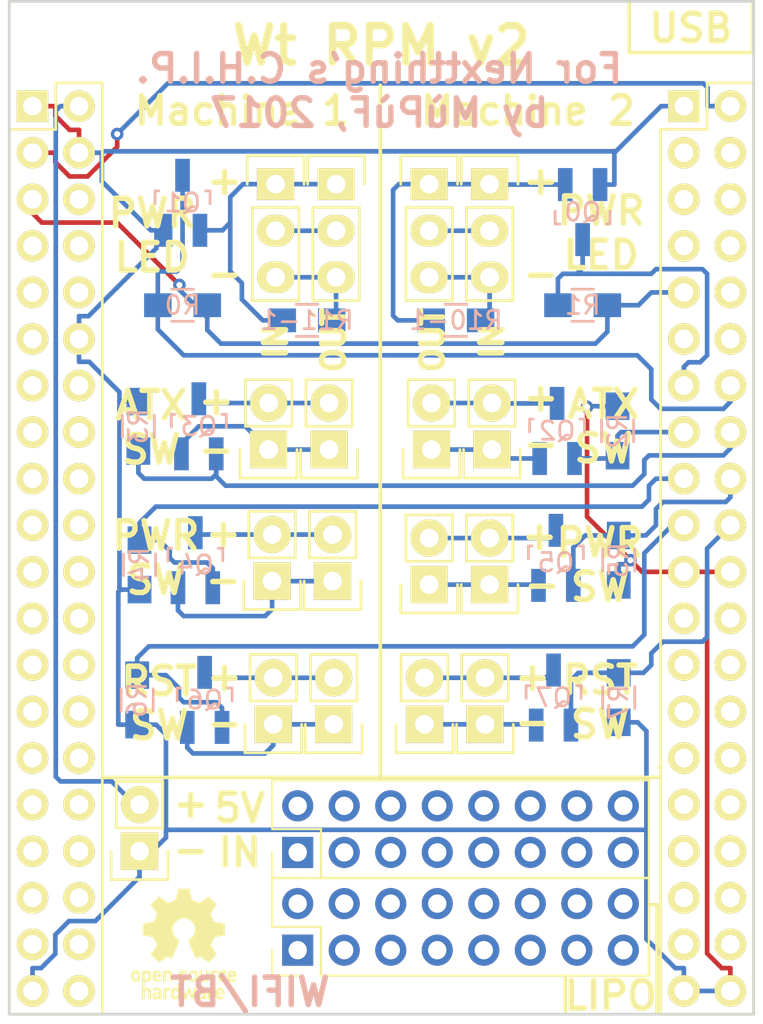
<source format=kicad_pcb>
(kicad_pcb (version 20171130) (host pcbnew "(5.1.12)-1")

  (general
    (thickness 1.6)
    (drawings 72)
    (tracks 307)
    (zones 0)
    (modules 40)
    (nets 89)
  )

  (page A4)
  (title_block
    (company "This design uses a KiCad DIP template created by Jenner at Wickerbox Electronics")
    (comment 1 "Released under the CERN Open Hardware License v1.2")
  )

  (layers
    (0 F.Cu signal)
    (31 B.Cu signal)
    (34 B.Paste user hide)
    (35 F.Paste user hide)
    (36 B.SilkS user hide)
    (37 F.SilkS user hide)
    (38 B.Mask user hide)
    (39 F.Mask user hide)
    (44 Edge.Cuts user)
    (46 B.CrtYd user hide)
    (47 F.CrtYd user hide)
    (48 B.Fab user hide)
    (49 F.Fab user hide)
  )

  (setup
    (last_trace_width 0.254)
    (user_trace_width 0.1524)
    (user_trace_width 0.254)
    (user_trace_width 0.3302)
    (user_trace_width 0.508)
    (user_trace_width 0.762)
    (user_trace_width 1.27)
    (trace_clearance 0.254)
    (zone_clearance 0.508)
    (zone_45_only no)
    (trace_min 0.1524)
    (via_size 0.6858)
    (via_drill 0.3302)
    (via_min_size 0.6858)
    (via_min_drill 0.3302)
    (user_via 0.6858 0.3302)
    (user_via 0.762 0.4064)
    (user_via 0.8636 0.508)
    (uvia_size 0.6858)
    (uvia_drill 0.3302)
    (uvias_allowed no)
    (uvia_min_size 0)
    (uvia_min_drill 0)
    (edge_width 0.15)
    (segment_width 0.2)
    (pcb_text_width 0.3)
    (pcb_text_size 1.5 1.5)
    (mod_edge_width 0.15)
    (mod_text_size 1 1)
    (mod_text_width 0.15)
    (pad_size 2.032 2.032)
    (pad_drill 1.016)
    (pad_to_mask_clearance 0.2)
    (aux_axis_origin 0 0)
    (visible_elements 7FFFFFFF)
    (pcbplotparams
      (layerselection 0x010fc_80000001)
      (usegerberextensions true)
      (usegerberattributes true)
      (usegerberadvancedattributes true)
      (creategerberjobfile true)
      (excludeedgelayer true)
      (linewidth 0.100000)
      (plotframeref false)
      (viasonmask false)
      (mode 1)
      (useauxorigin false)
      (hpglpennumber 1)
      (hpglpenspeed 20)
      (hpglpendiameter 15.000000)
      (psnegative false)
      (psa4output false)
      (plotreference true)
      (plotvalue true)
      (plotinvisibletext false)
      (padsonsilk false)
      (subtractmaskfromsilk false)
      (outputformat 1)
      (mirror false)
      (drillshape 0)
      (scaleselection 1)
      (outputdirectory "/home/mupuf/Programmation/wt-rpm/circuits/C.H.I.P./gerber/"))
  )

  (net 0 "")
  (net 1 GND)
  (net 2 +5V)
  (net 3 +3.3V)
  (net 4 VCHG)
  (net 5 /TS)
  (net 6 +1.8V)
  (net 7 VBAT)
  (net 8 /TWI1-SDA)
  (net 9 /PWRON)
  (net 10 /TWI1-SCK)
  (net 11 /X1)
  (net 12 /X2)
  (net 13 /Y1)
  (net 14 /Y2)
  (net 15 /LCD-D2)
  (net 16 /PWM0)
  (net 17 /LCD-D4)
  (net 18 /LCD-D3)
  (net 19 /LCD-D6)
  (net 20 /LCD-D5)
  (net 21 /LCD-D10)
  (net 22 /LCD-D7)
  (net 23 /LCD-D12)
  (net 24 /LCD-D11)
  (net 25 /LCD-D14)
  (net 26 /LCD-D13)
  (net 27 /LCD-D18)
  (net 28 /LCD-D15)
  (net 29 /LCD-D20)
  (net 30 /LCD-D19)
  (net 31 /LCD-D22)
  (net 32 /LCD-D21)
  (net 33 /LCD-CLK)
  (net 34 /LCD-D23)
  (net 35 /LCD-VSYNC)
  (net 36 /LCD-HSYNC)
  (net 37 /LCD-DE)
  (net 38 /UART1-TX)
  (net 39 /HPL)
  (net 40 /UART1-RX)
  (net 41 /HPCOM)
  (net 42 /FEL)
  (net 43 /HPR)
  (net 44 /MICM)
  (net 45 /LRADC)
  (net 46 /MICIN1)
  (net 47 /XIO-P0)
  (net 48 /XIO-P1)
  (net 49 /XIO-P2)
  (net 50 /XIO-P3)
  (net 51 /XIO-P4)
  (net 52 /XIO-P5)
  (net 53 /XIO-P6)
  (net 54 /XIO-P7)
  (net 55 /AP-EINT1)
  (net 56 /AP-EINT3)
  (net 57 /TWI2-SDA)
  (net 58 /TWI2-SCK)
  (net 59 /CSIPCK)
  (net 60 /CSICK)
  (net 61 /CSIHSYNC)
  (net 62 /CSIVSYNC)
  (net 63 /CSID0)
  (net 64 /CSID1)
  (net 65 /CSID2)
  (net 66 /CSID3)
  (net 67 /CSID4)
  (net 68 /CSID5)
  (net 69 /CSID6)
  (net 70 /CSID7)
  (net 71 "Net-(P0-1-Pad1)")
  (net 72 "Net-(P0-1-Pad2)")
  (net 73 "Net-(P0-1-Pad3)")
  (net 74 "Net-(P1-0-Pad1)")
  (net 75 "Net-(P1-0-Pad2)")
  (net 76 "Net-(P1-0-Pad3)")
  (net 77 "Net-(P2-0-Pad1)")
  (net 78 "Net-(P2-0-Pad2)")
  (net 79 "Net-(P3-0-Pad1)")
  (net 80 "Net-(P3-0-Pad2)")
  (net 81 "Net-(P4-0-Pad1)")
  (net 82 "Net-(P4-0-Pad2)")
  (net 83 "Net-(P5-0-Pad1)")
  (net 84 "Net-(P5-0-Pad2)")
  (net 85 "Net-(P6-0-Pad1)")
  (net 86 "Net-(P6-0-Pad2)")
  (net 87 "Net-(P7-0-Pad1)")
  (net 88 "Net-(P7-0-Pad2)")

  (net_class Default "This is the default net class."
    (clearance 0.254)
    (trace_width 0.254)
    (via_dia 0.6858)
    (via_drill 0.3302)
    (uvia_dia 0.6858)
    (uvia_drill 0.3302)
    (add_net +1.8V)
    (add_net +3.3V)
    (add_net +5V)
    (add_net /AP-EINT1)
    (add_net /AP-EINT3)
    (add_net /CSICK)
    (add_net /CSID0)
    (add_net /CSID1)
    (add_net /CSID2)
    (add_net /CSID3)
    (add_net /CSID4)
    (add_net /CSID5)
    (add_net /CSID6)
    (add_net /CSID7)
    (add_net /CSIHSYNC)
    (add_net /CSIPCK)
    (add_net /CSIVSYNC)
    (add_net /FEL)
    (add_net /HPCOM)
    (add_net /HPL)
    (add_net /HPR)
    (add_net /LCD-CLK)
    (add_net /LCD-D10)
    (add_net /LCD-D11)
    (add_net /LCD-D12)
    (add_net /LCD-D13)
    (add_net /LCD-D14)
    (add_net /LCD-D15)
    (add_net /LCD-D18)
    (add_net /LCD-D19)
    (add_net /LCD-D2)
    (add_net /LCD-D20)
    (add_net /LCD-D21)
    (add_net /LCD-D22)
    (add_net /LCD-D23)
    (add_net /LCD-D3)
    (add_net /LCD-D4)
    (add_net /LCD-D5)
    (add_net /LCD-D6)
    (add_net /LCD-D7)
    (add_net /LCD-DE)
    (add_net /LCD-HSYNC)
    (add_net /LCD-VSYNC)
    (add_net /LRADC)
    (add_net /MICIN1)
    (add_net /MICM)
    (add_net /PWM0)
    (add_net /PWRON)
    (add_net /TS)
    (add_net /TWI1-SCK)
    (add_net /TWI1-SDA)
    (add_net /TWI2-SCK)
    (add_net /TWI2-SDA)
    (add_net /UART1-RX)
    (add_net /UART1-TX)
    (add_net /X1)
    (add_net /X2)
    (add_net /XIO-P0)
    (add_net /XIO-P1)
    (add_net /XIO-P2)
    (add_net /XIO-P3)
    (add_net /XIO-P4)
    (add_net /XIO-P5)
    (add_net /XIO-P6)
    (add_net /XIO-P7)
    (add_net /Y1)
    (add_net /Y2)
    (add_net GND)
    (add_net "Net-(P0-1-Pad1)")
    (add_net "Net-(P0-1-Pad2)")
    (add_net "Net-(P0-1-Pad3)")
    (add_net "Net-(P1-0-Pad1)")
    (add_net "Net-(P1-0-Pad2)")
    (add_net "Net-(P1-0-Pad3)")
    (add_net "Net-(P2-0-Pad1)")
    (add_net "Net-(P2-0-Pad2)")
    (add_net "Net-(P3-0-Pad1)")
    (add_net "Net-(P3-0-Pad2)")
    (add_net "Net-(P4-0-Pad1)")
    (add_net "Net-(P4-0-Pad2)")
    (add_net "Net-(P5-0-Pad1)")
    (add_net "Net-(P5-0-Pad2)")
    (add_net "Net-(P6-0-Pad1)")
    (add_net "Net-(P6-0-Pad2)")
    (add_net "Net-(P7-0-Pad1)")
    (add_net "Net-(P7-0-Pad2)")
    (add_net VBAT)
    (add_net VCHG)
  )

  (module Symbols:OSHW-Logo_5.7x6mm_SilkScreen (layer F.Cu) (tedit 0) (tstamp 5897D4CE)
    (at 80.01 102.9716)
    (descr "Open Source Hardware Logo")
    (tags "Logo OSHW")
    (attr virtual)
    (fp_text reference REF*** (at 0 0) (layer F.SilkS) hide
      (effects (font (size 1 1) (thickness 0.15)))
    )
    (fp_text value OSHW-Logo_5.7x6mm_SilkScreen (at 0.75 0) (layer F.Fab) hide
      (effects (font (size 1 1) (thickness 0.15)))
    )
    (fp_poly (pts (xy 0.376964 -2.709982) (xy 0.433812 -2.40843) (xy 0.853338 -2.235488) (xy 1.104984 -2.406605)
      (xy 1.175458 -2.45425) (xy 1.239163 -2.49679) (xy 1.293126 -2.532285) (xy 1.334373 -2.55879)
      (xy 1.359934 -2.574364) (xy 1.366895 -2.577722) (xy 1.379435 -2.569086) (xy 1.406231 -2.545208)
      (xy 1.44428 -2.509141) (xy 1.490579 -2.463933) (xy 1.542123 -2.412636) (xy 1.595909 -2.358299)
      (xy 1.648935 -2.303972) (xy 1.698195 -2.252705) (xy 1.740687 -2.207549) (xy 1.773407 -2.171554)
      (xy 1.793351 -2.14777) (xy 1.798119 -2.13981) (xy 1.791257 -2.125135) (xy 1.77202 -2.092986)
      (xy 1.74243 -2.046508) (xy 1.70451 -1.988844) (xy 1.660282 -1.92314) (xy 1.634654 -1.885664)
      (xy 1.587941 -1.817232) (xy 1.546432 -1.75548) (xy 1.51214 -1.703481) (xy 1.48708 -1.664308)
      (xy 1.473264 -1.641035) (xy 1.471188 -1.636145) (xy 1.475895 -1.622245) (xy 1.488723 -1.58985)
      (xy 1.507738 -1.543515) (xy 1.531003 -1.487794) (xy 1.556584 -1.427242) (xy 1.582545 -1.366414)
      (xy 1.60695 -1.309864) (xy 1.627863 -1.262148) (xy 1.643349 -1.227819) (xy 1.651472 -1.211432)
      (xy 1.651952 -1.210788) (xy 1.664707 -1.207659) (xy 1.698677 -1.200679) (xy 1.75034 -1.190533)
      (xy 1.816176 -1.177908) (xy 1.892664 -1.163491) (xy 1.93729 -1.155177) (xy 2.019021 -1.139616)
      (xy 2.092843 -1.124808) (xy 2.155021 -1.111564) (xy 2.201822 -1.100695) (xy 2.229509 -1.093011)
      (xy 2.235074 -1.090573) (xy 2.240526 -1.07407) (xy 2.244924 -1.0368) (xy 2.248272 -0.98312)
      (xy 2.250574 -0.917388) (xy 2.251832 -0.843963) (xy 2.252048 -0.767204) (xy 2.251227 -0.691468)
      (xy 2.249371 -0.621114) (xy 2.246482 -0.5605) (xy 2.242565 -0.513984) (xy 2.237622 -0.485925)
      (xy 2.234657 -0.480084) (xy 2.216934 -0.473083) (xy 2.179381 -0.463073) (xy 2.126964 -0.451231)
      (xy 2.064652 -0.438733) (xy 2.0429 -0.43469) (xy 1.938024 -0.41548) (xy 1.85518 -0.400009)
      (xy 1.79163 -0.387663) (xy 1.744637 -0.377827) (xy 1.711463 -0.369886) (xy 1.689371 -0.363224)
      (xy 1.675624 -0.357227) (xy 1.667484 -0.351281) (xy 1.666345 -0.350106) (xy 1.654977 -0.331174)
      (xy 1.637635 -0.294331) (xy 1.61605 -0.244087) (xy 1.591954 -0.184954) (xy 1.567079 -0.121444)
      (xy 1.543157 -0.058068) (xy 1.521919 0.000662) (xy 1.505097 0.050235) (xy 1.494422 0.086139)
      (xy 1.491627 0.103862) (xy 1.49186 0.104483) (xy 1.501331 0.11897) (xy 1.522818 0.150844)
      (xy 1.554063 0.196789) (xy 1.592807 0.253485) (xy 1.636793 0.317617) (xy 1.649319 0.335842)
      (xy 1.693984 0.401914) (xy 1.733288 0.4622) (xy 1.765088 0.513235) (xy 1.787245 0.55156)
      (xy 1.797617 0.573711) (xy 1.798119 0.576432) (xy 1.789405 0.590736) (xy 1.765325 0.619072)
      (xy 1.728976 0.658396) (xy 1.683453 0.705661) (xy 1.631852 0.757823) (xy 1.577267 0.811835)
      (xy 1.522794 0.864653) (xy 1.471529 0.913231) (xy 1.426567 0.954523) (xy 1.391004 0.985485)
      (xy 1.367935 1.00307) (xy 1.361554 1.005941) (xy 1.346699 0.999178) (xy 1.316286 0.980939)
      (xy 1.275268 0.954297) (xy 1.243709 0.932852) (xy 1.186525 0.893503) (xy 1.118806 0.847171)
      (xy 1.05088 0.800913) (xy 1.014361 0.776155) (xy 0.890752 0.692547) (xy 0.786991 0.74865)
      (xy 0.73972 0.773228) (xy 0.699523 0.792331) (xy 0.672326 0.803227) (xy 0.665402 0.804743)
      (xy 0.657077 0.793549) (xy 0.640654 0.761917) (xy 0.617357 0.712765) (xy 0.588414 0.64901)
      (xy 0.55505 0.573571) (xy 0.518491 0.489364) (xy 0.479964 0.399308) (xy 0.440694 0.306321)
      (xy 0.401908 0.21332) (xy 0.36483 0.123223) (xy 0.330689 0.038948) (xy 0.300708 -0.036587)
      (xy 0.276116 -0.100466) (xy 0.258136 -0.149769) (xy 0.247997 -0.181579) (xy 0.246366 -0.192504)
      (xy 0.259291 -0.206439) (xy 0.287589 -0.22906) (xy 0.325346 -0.255667) (xy 0.328515 -0.257772)
      (xy 0.4261 -0.335886) (xy 0.504786 -0.427018) (xy 0.563891 -0.528255) (xy 0.602732 -0.636682)
      (xy 0.620628 -0.749386) (xy 0.616897 -0.863452) (xy 0.590857 -0.975966) (xy 0.541825 -1.084015)
      (xy 0.5274 -1.107655) (xy 0.452369 -1.203113) (xy 0.36373 -1.279768) (xy 0.264549 -1.33722)
      (xy 0.157895 -1.375071) (xy 0.046836 -1.392922) (xy -0.065561 -1.390375) (xy -0.176227 -1.36703)
      (xy -0.282094 -1.32249) (xy -0.380095 -1.256355) (xy -0.41041 -1.229513) (xy -0.487562 -1.145488)
      (xy -0.543782 -1.057034) (xy -0.582347 -0.957885) (xy -0.603826 -0.859697) (xy -0.609128 -0.749303)
      (xy -0.591448 -0.63836) (xy -0.552581 -0.530619) (xy -0.494323 -0.429831) (xy -0.418469 -0.339744)
      (xy -0.326817 -0.264108) (xy -0.314772 -0.256136) (xy -0.276611 -0.230026) (xy -0.247601 -0.207405)
      (xy -0.233732 -0.192961) (xy -0.233531 -0.192504) (xy -0.236508 -0.176879) (xy -0.248311 -0.141418)
      (xy -0.267714 -0.089038) (xy -0.293488 -0.022655) (xy -0.324409 0.054814) (xy -0.359249 0.14045)
      (xy -0.396783 0.231337) (xy -0.435783 0.324559) (xy -0.475023 0.417197) (xy -0.513276 0.506335)
      (xy -0.549317 0.589055) (xy -0.581917 0.662441) (xy -0.609852 0.723575) (xy -0.631895 0.769541)
      (xy -0.646818 0.797421) (xy -0.652828 0.804743) (xy -0.671191 0.799041) (xy -0.705552 0.783749)
      (xy -0.749984 0.761599) (xy -0.774417 0.74865) (xy -0.878178 0.692547) (xy -1.001787 0.776155)
      (xy -1.064886 0.818987) (xy -1.13397 0.866122) (xy -1.198707 0.910503) (xy -1.231134 0.932852)
      (xy -1.276741 0.963477) (xy -1.31536 0.987747) (xy -1.341952 1.002587) (xy -1.35059 1.005724)
      (xy -1.363161 0.997261) (xy -1.390984 0.973636) (xy -1.431361 0.937302) (xy -1.481595 0.890711)
      (xy -1.538988 0.836317) (xy -1.575286 0.801392) (xy -1.63879 0.738996) (xy -1.693673 0.683188)
      (xy -1.737714 0.636354) (xy -1.768695 0.600882) (xy -1.784398 0.579161) (xy -1.785905 0.574752)
      (xy -1.778914 0.557985) (xy -1.759594 0.524082) (xy -1.730091 0.476476) (xy -1.692545 0.418599)
      (xy -1.6491 0.353884) (xy -1.636745 0.335842) (xy -1.591727 0.270267) (xy -1.55134 0.211228)
      (xy -1.51784 0.162042) (xy -1.493486 0.126028) (xy -1.480536 0.106502) (xy -1.479285 0.104483)
      (xy -1.481156 0.088922) (xy -1.491087 0.054709) (xy -1.507347 0.006355) (xy -1.528205 -0.051629)
      (xy -1.551927 -0.11473) (xy -1.576784 -0.178437) (xy -1.601042 -0.238239) (xy -1.622971 -0.289624)
      (xy -1.640838 -0.328081) (xy -1.652913 -0.349098) (xy -1.653771 -0.350106) (xy -1.661154 -0.356112)
      (xy -1.673625 -0.362052) (xy -1.69392 -0.36854) (xy -1.724778 -0.376191) (xy -1.768934 -0.38562)
      (xy -1.829126 -0.397441) (xy -1.908093 -0.412271) (xy -2.00857 -0.430723) (xy -2.030325 -0.43469)
      (xy -2.094802 -0.447147) (xy -2.151011 -0.459334) (xy -2.193987 -0.470074) (xy -2.21876 -0.478191)
      (xy -2.222082 -0.480084) (xy -2.227556 -0.496862) (xy -2.232006 -0.534355) (xy -2.235428 -0.588206)
      (xy -2.237819 -0.654056) (xy -2.239177 -0.727547) (xy -2.239499 -0.80432) (xy -2.238781 -0.880017)
      (xy -2.237021 -0.95028) (xy -2.234216 -1.01075) (xy -2.230362 -1.05707) (xy -2.225457 -1.084881)
      (xy -2.2225 -1.090573) (xy -2.206037 -1.096314) (xy -2.168551 -1.105655) (xy -2.113775 -1.117785)
      (xy -2.045445 -1.131893) (xy -1.967294 -1.14717) (xy -1.924716 -1.155177) (xy -1.843929 -1.170279)
      (xy -1.771887 -1.18396) (xy -1.712111 -1.195533) (xy -1.668121 -1.204313) (xy -1.643439 -1.209613)
      (xy -1.639377 -1.210788) (xy -1.632511 -1.224035) (xy -1.617998 -1.255943) (xy -1.597771 -1.301953)
      (xy -1.573766 -1.357508) (xy -1.547918 -1.418047) (xy -1.52216 -1.479014) (xy -1.498427 -1.535849)
      (xy -1.478654 -1.583994) (xy -1.464776 -1.61889) (xy -1.458726 -1.635979) (xy -1.458614 -1.636726)
      (xy -1.465472 -1.650207) (xy -1.484698 -1.68123) (xy -1.514272 -1.726711) (xy -1.552173 -1.783568)
      (xy -1.59638 -1.848717) (xy -1.622079 -1.886138) (xy -1.668907 -1.954753) (xy -1.710499 -2.017048)
      (xy -1.744825 -2.069871) (xy -1.769857 -2.110073) (xy -1.783565 -2.1345) (xy -1.785544 -2.139976)
      (xy -1.777034 -2.152722) (xy -1.753507 -2.179937) (xy -1.717968 -2.218572) (xy -1.673423 -2.265577)
      (xy -1.622877 -2.317905) (xy -1.569336 -2.372505) (xy -1.515805 -2.42633) (xy -1.465289 -2.47633)
      (xy -1.420794 -2.519457) (xy -1.385325 -2.552661) (xy -1.361887 -2.572894) (xy -1.354046 -2.577722)
      (xy -1.34128 -2.570933) (xy -1.310744 -2.551858) (xy -1.26541 -2.522439) (xy -1.208244 -2.484619)
      (xy -1.142216 -2.440339) (xy -1.09241 -2.406605) (xy -0.840764 -2.235488) (xy -0.631001 -2.321959)
      (xy -0.421237 -2.40843) (xy -0.364389 -2.709982) (xy -0.30754 -3.011534) (xy 0.320115 -3.011534)
      (xy 0.376964 -2.709982)) (layer F.SilkS) (width 0.01))
    (fp_poly (pts (xy 1.79946 1.45803) (xy 1.842711 1.471245) (xy 1.870558 1.487941) (xy 1.879629 1.501145)
      (xy 1.877132 1.516797) (xy 1.860931 1.541385) (xy 1.847232 1.5588) (xy 1.818992 1.590283)
      (xy 1.797775 1.603529) (xy 1.779688 1.602664) (xy 1.726035 1.58901) (xy 1.68663 1.58963)
      (xy 1.654632 1.605104) (xy 1.64389 1.614161) (xy 1.609505 1.646027) (xy 1.609505 2.062179)
      (xy 1.471188 2.062179) (xy 1.471188 1.458614) (xy 1.540347 1.458614) (xy 1.581869 1.460256)
      (xy 1.603291 1.466087) (xy 1.609502 1.477461) (xy 1.609505 1.477798) (xy 1.612439 1.489713)
      (xy 1.625704 1.488159) (xy 1.644084 1.479563) (xy 1.682046 1.463568) (xy 1.712872 1.453945)
      (xy 1.752536 1.451478) (xy 1.79946 1.45803)) (layer F.SilkS) (width 0.01))
    (fp_poly (pts (xy -0.754012 1.469002) (xy -0.722717 1.48395) (xy -0.692409 1.505541) (xy -0.669318 1.530391)
      (xy -0.6525 1.562087) (xy -0.641006 1.604214) (xy -0.633891 1.660358) (xy -0.630207 1.734106)
      (xy -0.629008 1.829044) (xy -0.628989 1.838985) (xy -0.628713 2.062179) (xy -0.76703 2.062179)
      (xy -0.76703 1.856418) (xy -0.767128 1.780189) (xy -0.767809 1.724939) (xy -0.769651 1.686501)
      (xy -0.773233 1.660706) (xy -0.779132 1.643384) (xy -0.787927 1.630368) (xy -0.80018 1.617507)
      (xy -0.843047 1.589873) (xy -0.889843 1.584745) (xy -0.934424 1.602217) (xy -0.949928 1.615221)
      (xy -0.96131 1.627447) (xy -0.969481 1.64054) (xy -0.974974 1.658615) (xy -0.97832 1.685787)
      (xy -0.980051 1.72617) (xy -0.980697 1.783879) (xy -0.980792 1.854132) (xy -0.980792 2.062179)
      (xy -1.119109 2.062179) (xy -1.119109 1.458614) (xy -1.04995 1.458614) (xy -1.008428 1.460256)
      (xy -0.987006 1.466087) (xy -0.980795 1.477461) (xy -0.980792 1.477798) (xy -0.97791 1.488938)
      (xy -0.965199 1.487674) (xy -0.939926 1.475434) (xy -0.882605 1.457424) (xy -0.817037 1.455421)
      (xy -0.754012 1.469002)) (layer F.SilkS) (width 0.01))
    (fp_poly (pts (xy 2.677898 1.456457) (xy 2.710096 1.464279) (xy 2.771825 1.492921) (xy 2.82461 1.536667)
      (xy 2.861141 1.589117) (xy 2.86616 1.600893) (xy 2.873045 1.63174) (xy 2.877864 1.677371)
      (xy 2.879505 1.723492) (xy 2.879505 1.810693) (xy 2.697178 1.810693) (xy 2.621979 1.810978)
      (xy 2.569003 1.812704) (xy 2.535325 1.817181) (xy 2.51802 1.82572) (xy 2.514163 1.83963)
      (xy 2.520829 1.860222) (xy 2.53277 1.884315) (xy 2.56608 1.924525) (xy 2.612368 1.944558)
      (xy 2.668944 1.943905) (xy 2.733031 1.922101) (xy 2.788417 1.895193) (xy 2.834375 1.931532)
      (xy 2.880333 1.967872) (xy 2.837096 2.007819) (xy 2.779374 2.045563) (xy 2.708386 2.06832)
      (xy 2.632029 2.074688) (xy 2.558199 2.063268) (xy 2.546287 2.059393) (xy 2.481399 2.025506)
      (xy 2.43313 1.974986) (xy 2.400465 1.906325) (xy 2.382385 1.818014) (xy 2.382175 1.816121)
      (xy 2.380556 1.719878) (xy 2.3871 1.685542) (xy 2.514852 1.685542) (xy 2.526584 1.690822)
      (xy 2.558438 1.694867) (xy 2.605397 1.697176) (xy 2.635154 1.697525) (xy 2.690648 1.697306)
      (xy 2.725346 1.695916) (xy 2.743601 1.692251) (xy 2.749766 1.68521) (xy 2.748195 1.67369)
      (xy 2.746878 1.669233) (xy 2.724382 1.627355) (xy 2.689003 1.593604) (xy 2.65778 1.578773)
      (xy 2.616301 1.579668) (xy 2.574269 1.598164) (xy 2.539012 1.628786) (xy 2.517854 1.666062)
      (xy 2.514852 1.685542) (xy 2.3871 1.685542) (xy 2.39669 1.635229) (xy 2.428698 1.564191)
      (xy 2.474701 1.508779) (xy 2.532821 1.471009) (xy 2.60118 1.452896) (xy 2.677898 1.456457)) (layer F.SilkS) (width 0.01))
    (fp_poly (pts (xy 2.217226 1.46388) (xy 2.29008 1.49483) (xy 2.313027 1.509895) (xy 2.342354 1.533048)
      (xy 2.360764 1.551253) (xy 2.363961 1.557183) (xy 2.354935 1.57034) (xy 2.331837 1.592667)
      (xy 2.313344 1.60825) (xy 2.262728 1.648926) (xy 2.22276 1.615295) (xy 2.191874 1.593584)
      (xy 2.161759 1.58609) (xy 2.127292 1.58792) (xy 2.072561 1.601528) (xy 2.034886 1.629772)
      (xy 2.011991 1.675433) (xy 2.001597 1.741289) (xy 2.001595 1.741331) (xy 2.002494 1.814939)
      (xy 2.016463 1.868946) (xy 2.044328 1.905716) (xy 2.063325 1.918168) (xy 2.113776 1.933673)
      (xy 2.167663 1.933683) (xy 2.214546 1.918638) (xy 2.225644 1.911287) (xy 2.253476 1.892511)
      (xy 2.275236 1.889434) (xy 2.298704 1.903409) (xy 2.324649 1.92851) (xy 2.365716 1.97088)
      (xy 2.320121 2.008464) (xy 2.249674 2.050882) (xy 2.170233 2.071785) (xy 2.087215 2.070272)
      (xy 2.032694 2.056411) (xy 1.96897 2.022135) (xy 1.918005 1.968212) (xy 1.894851 1.930149)
      (xy 1.876099 1.875536) (xy 1.866715 1.806369) (xy 1.866643 1.731407) (xy 1.875824 1.659409)
      (xy 1.894199 1.599137) (xy 1.897093 1.592958) (xy 1.939952 1.532351) (xy 1.997979 1.488224)
      (xy 2.066591 1.461493) (xy 2.141201 1.453073) (xy 2.217226 1.46388)) (layer F.SilkS) (width 0.01))
    (fp_poly (pts (xy 0.993367 1.654342) (xy 0.994555 1.746563) (xy 0.998897 1.81661) (xy 1.007558 1.867381)
      (xy 1.021704 1.901772) (xy 1.0425 1.922679) (xy 1.07111 1.933) (xy 1.106535 1.935636)
      (xy 1.143636 1.932682) (xy 1.171818 1.921889) (xy 1.192243 1.90036) (xy 1.206079 1.865199)
      (xy 1.214491 1.81351) (xy 1.218643 1.742394) (xy 1.219703 1.654342) (xy 1.219703 1.458614)
      (xy 1.35802 1.458614) (xy 1.35802 2.062179) (xy 1.288862 2.062179) (xy 1.24717 2.060489)
      (xy 1.225701 2.054556) (xy 1.219703 2.043293) (xy 1.216091 2.033261) (xy 1.201714 2.035383)
      (xy 1.172736 2.04958) (xy 1.106319 2.07148) (xy 1.035875 2.069928) (xy 0.968377 2.046147)
      (xy 0.936233 2.027362) (xy 0.911715 2.007022) (xy 0.893804 1.981573) (xy 0.881479 1.947458)
      (xy 0.873723 1.901121) (xy 0.869516 1.839007) (xy 0.86784 1.757561) (xy 0.867624 1.694578)
      (xy 0.867624 1.458614) (xy 0.993367 1.458614) (xy 0.993367 1.654342)) (layer F.SilkS) (width 0.01))
    (fp_poly (pts (xy 0.610762 1.466055) (xy 0.674363 1.500692) (xy 0.724123 1.555372) (xy 0.747568 1.599842)
      (xy 0.757634 1.639121) (xy 0.764156 1.695116) (xy 0.766951 1.759621) (xy 0.765836 1.824429)
      (xy 0.760626 1.881334) (xy 0.754541 1.911727) (xy 0.734014 1.953306) (xy 0.698463 1.997468)
      (xy 0.655619 2.036087) (xy 0.613211 2.061034) (xy 0.612177 2.06143) (xy 0.559553 2.072331)
      (xy 0.497188 2.072601) (xy 0.437924 2.062676) (xy 0.41504 2.054722) (xy 0.356102 2.0213)
      (xy 0.31389 1.977511) (xy 0.286156 1.919538) (xy 0.270651 1.843565) (xy 0.267143 1.803771)
      (xy 0.26759 1.753766) (xy 0.402376 1.753766) (xy 0.406917 1.826732) (xy 0.419986 1.882334)
      (xy 0.440756 1.917861) (xy 0.455552 1.92802) (xy 0.493464 1.935104) (xy 0.538527 1.933007)
      (xy 0.577487 1.922812) (xy 0.587704 1.917204) (xy 0.614659 1.884538) (xy 0.632451 1.834545)
      (xy 0.640024 1.773705) (xy 0.636325 1.708497) (xy 0.628057 1.669253) (xy 0.60432 1.623805)
      (xy 0.566849 1.595396) (xy 0.52172 1.585573) (xy 0.475011 1.595887) (xy 0.439132 1.621112)
      (xy 0.420277 1.641925) (xy 0.409272 1.662439) (xy 0.404026 1.690203) (xy 0.402449 1.732762)
      (xy 0.402376 1.753766) (xy 0.26759 1.753766) (xy 0.268094 1.69758) (xy 0.285388 1.610501)
      (xy 0.319029 1.54253) (xy 0.369018 1.493664) (xy 0.435356 1.463899) (xy 0.449601 1.460448)
      (xy 0.53521 1.452345) (xy 0.610762 1.466055)) (layer F.SilkS) (width 0.01))
    (fp_poly (pts (xy 0.014017 1.456452) (xy 0.061634 1.465482) (xy 0.111034 1.48437) (xy 0.116312 1.486777)
      (xy 0.153774 1.506476) (xy 0.179717 1.524781) (xy 0.188103 1.536508) (xy 0.180117 1.555632)
      (xy 0.16072 1.58385) (xy 0.15211 1.594384) (xy 0.116628 1.635847) (xy 0.070885 1.608858)
      (xy 0.02735 1.590878) (xy -0.02295 1.581267) (xy -0.071188 1.58066) (xy -0.108533 1.589691)
      (xy -0.117495 1.595327) (xy -0.134563 1.621171) (xy -0.136637 1.650941) (xy -0.123866 1.674197)
      (xy -0.116312 1.678708) (xy -0.093675 1.684309) (xy -0.053885 1.690892) (xy -0.004834 1.697183)
      (xy 0.004215 1.69817) (xy 0.082996 1.711798) (xy 0.140136 1.734946) (xy 0.17803 1.769752)
      (xy 0.199079 1.818354) (xy 0.205635 1.877718) (xy 0.196577 1.945198) (xy 0.167164 1.998188)
      (xy 0.117278 2.036783) (xy 0.0468 2.061081) (xy -0.031435 2.070667) (xy -0.095234 2.070552)
      (xy -0.146984 2.061845) (xy -0.182327 2.049825) (xy -0.226983 2.02888) (xy -0.268253 2.004574)
      (xy -0.282921 1.993876) (xy -0.320643 1.963084) (xy -0.275148 1.917049) (xy -0.229653 1.871013)
      (xy -0.177928 1.905243) (xy -0.126048 1.930952) (xy -0.070649 1.944399) (xy -0.017395 1.945818)
      (xy 0.028049 1.935443) (xy 0.060016 1.913507) (xy 0.070338 1.894998) (xy 0.068789 1.865314)
      (xy 0.04314 1.842615) (xy -0.00654 1.82694) (xy -0.060969 1.819695) (xy -0.144736 1.805873)
      (xy -0.206967 1.779796) (xy -0.248493 1.740699) (xy -0.270147 1.68782) (xy -0.273147 1.625126)
      (xy -0.258329 1.559642) (xy -0.224546 1.510144) (xy -0.171495 1.476408) (xy -0.098874 1.458207)
      (xy -0.045072 1.454639) (xy 0.014017 1.456452)) (layer F.SilkS) (width 0.01))
    (fp_poly (pts (xy -1.356699 1.472614) (xy -1.344168 1.478514) (xy -1.300799 1.510283) (xy -1.25979 1.556646)
      (xy -1.229168 1.607696) (xy -1.220459 1.631166) (xy -1.212512 1.673091) (xy -1.207774 1.723757)
      (xy -1.207199 1.744679) (xy -1.207129 1.810693) (xy -1.587083 1.810693) (xy -1.578983 1.845273)
      (xy -1.559104 1.88617) (xy -1.524347 1.921514) (xy -1.482998 1.944282) (xy -1.456649 1.94901)
      (xy -1.420916 1.943273) (xy -1.378282 1.928882) (xy -1.363799 1.922262) (xy -1.31024 1.895513)
      (xy -1.264533 1.930376) (xy -1.238158 1.953955) (xy -1.224124 1.973417) (xy -1.223414 1.979129)
      (xy -1.235951 1.992973) (xy -1.263428 2.014012) (xy -1.288366 2.030425) (xy -1.355664 2.05993)
      (xy -1.43111 2.073284) (xy -1.505888 2.069812) (xy -1.565495 2.051663) (xy -1.626941 2.012784)
      (xy -1.670608 1.961595) (xy -1.697926 1.895367) (xy -1.710322 1.811371) (xy -1.711421 1.772936)
      (xy -1.707022 1.684861) (xy -1.706482 1.682299) (xy -1.580582 1.682299) (xy -1.577115 1.690558)
      (xy -1.562863 1.695113) (xy -1.53347 1.697065) (xy -1.484575 1.697517) (xy -1.465748 1.697525)
      (xy -1.408467 1.696843) (xy -1.372141 1.694364) (xy -1.352604 1.689443) (xy -1.34569 1.681434)
      (xy -1.345445 1.678862) (xy -1.353336 1.658423) (xy -1.373085 1.629789) (xy -1.381575 1.619763)
      (xy -1.413094 1.591408) (xy -1.445949 1.580259) (xy -1.463651 1.579327) (xy -1.511539 1.590981)
      (xy -1.551699 1.622285) (xy -1.577173 1.667752) (xy -1.577625 1.669233) (xy -1.580582 1.682299)
      (xy -1.706482 1.682299) (xy -1.692392 1.61551) (xy -1.666038 1.560025) (xy -1.633807 1.520639)
      (xy -1.574217 1.477931) (xy -1.504168 1.455109) (xy -1.429661 1.453046) (xy -1.356699 1.472614)) (layer F.SilkS) (width 0.01))
    (fp_poly (pts (xy -2.538261 1.465148) (xy -2.472479 1.494231) (xy -2.42254 1.542793) (xy -2.388374 1.610908)
      (xy -2.369907 1.698651) (xy -2.368583 1.712351) (xy -2.367546 1.808939) (xy -2.380993 1.893602)
      (xy -2.408108 1.962221) (xy -2.422627 1.984294) (xy -2.473201 2.031011) (xy -2.537609 2.061268)
      (xy -2.609666 2.073824) (xy -2.683185 2.067439) (xy -2.739072 2.047772) (xy -2.787132 2.014629)
      (xy -2.826412 1.971175) (xy -2.827092 1.970158) (xy -2.843044 1.943338) (xy -2.85341 1.916368)
      (xy -2.859688 1.882332) (xy -2.863373 1.83431) (xy -2.864997 1.794931) (xy -2.865672 1.759219)
      (xy -2.739955 1.759219) (xy -2.738726 1.79477) (xy -2.734266 1.842094) (xy -2.726397 1.872465)
      (xy -2.712207 1.894072) (xy -2.698917 1.906694) (xy -2.651802 1.933122) (xy -2.602505 1.936653)
      (xy -2.556593 1.917639) (xy -2.533638 1.896331) (xy -2.517096 1.874859) (xy -2.507421 1.854313)
      (xy -2.503174 1.827574) (xy -2.50292 1.787523) (xy -2.504228 1.750638) (xy -2.507043 1.697947)
      (xy -2.511505 1.663772) (xy -2.519548 1.64148) (xy -2.533103 1.624442) (xy -2.543845 1.614703)
      (xy -2.588777 1.589123) (xy -2.637249 1.587847) (xy -2.677894 1.602999) (xy -2.712567 1.634642)
      (xy -2.733224 1.68662) (xy -2.739955 1.759219) (xy -2.865672 1.759219) (xy -2.866479 1.716621)
      (xy -2.863948 1.658056) (xy -2.856362 1.614007) (xy -2.842681 1.579248) (xy -2.821865 1.548551)
      (xy -2.814147 1.539436) (xy -2.765889 1.494021) (xy -2.714128 1.467493) (xy -2.650828 1.456379)
      (xy -2.619961 1.455471) (xy -2.538261 1.465148)) (layer F.SilkS) (width 0.01))
    (fp_poly (pts (xy 2.032581 2.40497) (xy 2.092685 2.420597) (xy 2.143021 2.452848) (xy 2.167393 2.47694)
      (xy 2.207345 2.533895) (xy 2.230242 2.599965) (xy 2.238108 2.681182) (xy 2.238148 2.687748)
      (xy 2.238218 2.753763) (xy 1.858264 2.753763) (xy 1.866363 2.788342) (xy 1.880987 2.819659)
      (xy 1.906581 2.852291) (xy 1.911935 2.8575) (xy 1.957943 2.885694) (xy 2.01041 2.890475)
      (xy 2.070803 2.871926) (xy 2.08104 2.866931) (xy 2.112439 2.851745) (xy 2.13347 2.843094)
      (xy 2.137139 2.842293) (xy 2.149948 2.850063) (xy 2.174378 2.869072) (xy 2.186779 2.87946)
      (xy 2.212476 2.903321) (xy 2.220915 2.919077) (xy 2.215058 2.933571) (xy 2.211928 2.937534)
      (xy 2.190725 2.954879) (xy 2.155738 2.975959) (xy 2.131337 2.988265) (xy 2.062072 3.009946)
      (xy 1.985388 3.016971) (xy 1.912765 3.008647) (xy 1.892426 3.002686) (xy 1.829476 2.968952)
      (xy 1.782815 2.917045) (xy 1.752173 2.846459) (xy 1.737282 2.756692) (xy 1.735647 2.709753)
      (xy 1.740421 2.641413) (xy 1.86099 2.641413) (xy 1.872652 2.646465) (xy 1.903998 2.650429)
      (xy 1.949571 2.652768) (xy 1.980446 2.653169) (xy 2.035981 2.652783) (xy 2.071033 2.650975)
      (xy 2.090262 2.646773) (xy 2.09833 2.639203) (xy 2.099901 2.628218) (xy 2.089121 2.594381)
      (xy 2.06198 2.56094) (xy 2.026277 2.535272) (xy 1.99056 2.524772) (xy 1.942048 2.534086)
      (xy 1.900053 2.561013) (xy 1.870936 2.599827) (xy 1.86099 2.641413) (xy 1.740421 2.641413)
      (xy 1.742599 2.610236) (xy 1.764055 2.530949) (xy 1.80047 2.471263) (xy 1.852297 2.430549)
      (xy 1.91999 2.408179) (xy 1.956662 2.403871) (xy 2.032581 2.40497)) (layer F.SilkS) (width 0.01))
    (fp_poly (pts (xy 1.635255 2.401486) (xy 1.683595 2.411015) (xy 1.711114 2.425125) (xy 1.740064 2.448568)
      (xy 1.698876 2.500571) (xy 1.673482 2.532064) (xy 1.656238 2.547428) (xy 1.639102 2.549776)
      (xy 1.614027 2.542217) (xy 1.602257 2.537941) (xy 1.55427 2.531631) (xy 1.510324 2.545156)
      (xy 1.47806 2.57571) (xy 1.472819 2.585452) (xy 1.467112 2.611258) (xy 1.462706 2.658817)
      (xy 1.459811 2.724758) (xy 1.458631 2.80571) (xy 1.458614 2.817226) (xy 1.458614 3.017822)
      (xy 1.320297 3.017822) (xy 1.320297 2.401683) (xy 1.389456 2.401683) (xy 1.429333 2.402725)
      (xy 1.450107 2.407358) (xy 1.457789 2.417849) (xy 1.458614 2.427745) (xy 1.458614 2.453806)
      (xy 1.491745 2.427745) (xy 1.529735 2.409965) (xy 1.58077 2.401174) (xy 1.635255 2.401486)) (layer F.SilkS) (width 0.01))
    (fp_poly (pts (xy 1.038411 2.405417) (xy 1.091411 2.41829) (xy 1.106731 2.42511) (xy 1.136428 2.442974)
      (xy 1.15922 2.463093) (xy 1.176083 2.488962) (xy 1.187998 2.524073) (xy 1.195942 2.57192)
      (xy 1.200894 2.635996) (xy 1.203831 2.719794) (xy 1.204947 2.775768) (xy 1.209052 3.017822)
      (xy 1.138932 3.017822) (xy 1.096393 3.016038) (xy 1.074476 3.009942) (xy 1.068812 2.999706)
      (xy 1.065821 2.988637) (xy 1.052451 2.990754) (xy 1.034233 2.999629) (xy 0.988624 3.013233)
      (xy 0.930007 3.016899) (xy 0.868354 3.010903) (xy 0.813638 2.995521) (xy 0.80873 2.993386)
      (xy 0.758723 2.958255) (xy 0.725756 2.909419) (xy 0.710587 2.852333) (xy 0.711746 2.831824)
      (xy 0.835508 2.831824) (xy 0.846413 2.859425) (xy 0.878745 2.879204) (xy 0.93091 2.889819)
      (xy 0.958787 2.891228) (xy 1.005247 2.88762) (xy 1.036129 2.873597) (xy 1.043664 2.866931)
      (xy 1.064076 2.830666) (xy 1.068812 2.797773) (xy 1.068812 2.753763) (xy 1.007513 2.753763)
      (xy 0.936256 2.757395) (xy 0.886276 2.768818) (xy 0.854696 2.788824) (xy 0.847626 2.797743)
      (xy 0.835508 2.831824) (xy 0.711746 2.831824) (xy 0.713971 2.792456) (xy 0.736663 2.735244)
      (xy 0.767624 2.69658) (xy 0.786376 2.679864) (xy 0.804733 2.668878) (xy 0.828619 2.66218)
      (xy 0.863957 2.658326) (xy 0.916669 2.655873) (xy 0.937577 2.655168) (xy 1.068812 2.650879)
      (xy 1.06862 2.611158) (xy 1.063537 2.569405) (xy 1.045162 2.544158) (xy 1.008039 2.52803)
      (xy 1.007043 2.527742) (xy 0.95441 2.5214) (xy 0.902906 2.529684) (xy 0.86463 2.549827)
      (xy 0.849272 2.559773) (xy 0.83273 2.558397) (xy 0.807275 2.543987) (xy 0.792328 2.533817)
      (xy 0.763091 2.512088) (xy 0.74498 2.4958) (xy 0.742074 2.491137) (xy 0.75404 2.467005)
      (xy 0.789396 2.438185) (xy 0.804753 2.428461) (xy 0.848901 2.411714) (xy 0.908398 2.402227)
      (xy 0.974487 2.400095) (xy 1.038411 2.405417)) (layer F.SilkS) (width 0.01))
    (fp_poly (pts (xy 0.281524 2.404237) (xy 0.331255 2.407971) (xy 0.461291 2.797773) (xy 0.481678 2.728614)
      (xy 0.493946 2.685874) (xy 0.510085 2.628115) (xy 0.527512 2.564625) (xy 0.536726 2.53057)
      (xy 0.571388 2.401683) (xy 0.714391 2.401683) (xy 0.671646 2.536857) (xy 0.650596 2.603342)
      (xy 0.625167 2.683539) (xy 0.59861 2.767193) (xy 0.574902 2.841782) (xy 0.520902 3.011535)
      (xy 0.462598 3.015328) (xy 0.404295 3.019122) (xy 0.372679 2.914734) (xy 0.353182 2.849889)
      (xy 0.331904 2.7784) (xy 0.313308 2.715263) (xy 0.312574 2.71275) (xy 0.298684 2.669969)
      (xy 0.286429 2.640779) (xy 0.277846 2.629741) (xy 0.276082 2.631018) (xy 0.269891 2.64813)
      (xy 0.258128 2.684787) (xy 0.242225 2.736378) (xy 0.223614 2.798294) (xy 0.213543 2.832352)
      (xy 0.159007 3.017822) (xy 0.043264 3.017822) (xy -0.049263 2.725471) (xy -0.075256 2.643462)
      (xy -0.098934 2.568987) (xy -0.11918 2.505544) (xy -0.134874 2.456632) (xy -0.144898 2.425749)
      (xy -0.147945 2.416726) (xy -0.145533 2.407487) (xy -0.126592 2.403441) (xy -0.087177 2.403846)
      (xy -0.081007 2.404152) (xy -0.007914 2.407971) (xy 0.039957 2.58401) (xy 0.057553 2.648211)
      (xy 0.073277 2.704649) (xy 0.085746 2.748422) (xy 0.093574 2.77463) (xy 0.09502 2.778903)
      (xy 0.101014 2.77399) (xy 0.113101 2.748532) (xy 0.129893 2.705997) (xy 0.150003 2.64985)
      (xy 0.167003 2.59913) (xy 0.231794 2.400504) (xy 0.281524 2.404237)) (layer F.SilkS) (width 0.01))
    (fp_poly (pts (xy -0.201188 3.017822) (xy -0.270346 3.017822) (xy -0.310488 3.016645) (xy -0.331394 3.011772)
      (xy -0.338922 3.001186) (xy -0.339505 2.994029) (xy -0.340774 2.979676) (xy -0.348779 2.976923)
      (xy -0.369815 2.985771) (xy -0.386173 2.994029) (xy -0.448977 3.013597) (xy -0.517248 3.014729)
      (xy -0.572752 3.000135) (xy -0.624438 2.964877) (xy -0.663838 2.912835) (xy -0.685413 2.85145)
      (xy -0.685962 2.848018) (xy -0.689167 2.810571) (xy -0.690761 2.756813) (xy -0.690633 2.716155)
      (xy -0.553279 2.716155) (xy -0.550097 2.770194) (xy -0.542859 2.814735) (xy -0.53306 2.839888)
      (xy -0.495989 2.87426) (xy -0.451974 2.886582) (xy -0.406584 2.876618) (xy -0.367797 2.846895)
      (xy -0.353108 2.826905) (xy -0.344519 2.80305) (xy -0.340496 2.76823) (xy -0.339505 2.71593)
      (xy -0.341278 2.664139) (xy -0.345963 2.618634) (xy -0.352603 2.588181) (xy -0.35371 2.585452)
      (xy -0.380491 2.553) (xy -0.419579 2.535183) (xy -0.463315 2.532306) (xy -0.504038 2.544674)
      (xy -0.534087 2.572593) (xy -0.537204 2.578148) (xy -0.546961 2.612022) (xy -0.552277 2.660728)
      (xy -0.553279 2.716155) (xy -0.690633 2.716155) (xy -0.690568 2.69554) (xy -0.689664 2.662563)
      (xy -0.683514 2.580981) (xy -0.670733 2.51973) (xy -0.649471 2.474449) (xy -0.617878 2.440779)
      (xy -0.587207 2.421014) (xy -0.544354 2.40712) (xy -0.491056 2.402354) (xy -0.43648 2.406236)
      (xy -0.389792 2.418282) (xy -0.365124 2.432693) (xy -0.339505 2.455878) (xy -0.339505 2.162773)
      (xy -0.201188 2.162773) (xy -0.201188 3.017822)) (layer F.SilkS) (width 0.01))
    (fp_poly (pts (xy -0.993356 2.40302) (xy -0.974539 2.40866) (xy -0.968473 2.421053) (xy -0.968218 2.426647)
      (xy -0.967129 2.44223) (xy -0.959632 2.444676) (xy -0.939381 2.433993) (xy -0.927351 2.426694)
      (xy -0.8894 2.411063) (xy -0.844072 2.403334) (xy -0.796544 2.40274) (xy -0.751995 2.408513)
      (xy -0.715602 2.419884) (xy -0.692543 2.436088) (xy -0.687996 2.456355) (xy -0.690291 2.461843)
      (xy -0.70702 2.484626) (xy -0.732963 2.512647) (xy -0.737655 2.517177) (xy -0.762383 2.538005)
      (xy -0.783718 2.544735) (xy -0.813555 2.540038) (xy -0.825508 2.536917) (xy -0.862705 2.529421)
      (xy -0.888859 2.532792) (xy -0.910946 2.544681) (xy -0.931178 2.560635) (xy -0.946079 2.5807)
      (xy -0.956434 2.608702) (xy -0.963029 2.648467) (xy -0.966649 2.703823) (xy -0.968078 2.778594)
      (xy -0.968218 2.82374) (xy -0.968218 3.017822) (xy -1.09396 3.017822) (xy -1.09396 2.401683)
      (xy -1.031089 2.401683) (xy -0.993356 2.40302)) (layer F.SilkS) (width 0.01))
    (fp_poly (pts (xy -1.38421 2.406555) (xy -1.325055 2.422339) (xy -1.280023 2.450948) (xy -1.248246 2.488419)
      (xy -1.238366 2.504411) (xy -1.231073 2.521163) (xy -1.225974 2.542592) (xy -1.222679 2.572616)
      (xy -1.220797 2.615154) (xy -1.219937 2.674122) (xy -1.219707 2.75344) (xy -1.219703 2.774484)
      (xy -1.219703 3.017822) (xy -1.280059 3.017822) (xy -1.318557 3.015126) (xy -1.347023 3.008295)
      (xy -1.354155 3.004083) (xy -1.373652 2.996813) (xy -1.393566 3.004083) (xy -1.426353 3.01316)
      (xy -1.473978 3.016813) (xy -1.526764 3.015228) (xy -1.575036 3.008589) (xy -1.603218 3.000072)
      (xy -1.657753 2.965063) (xy -1.691835 2.916479) (xy -1.707157 2.851882) (xy -1.707299 2.850223)
      (xy -1.705955 2.821566) (xy -1.584356 2.821566) (xy -1.573726 2.854161) (xy -1.55641 2.872505)
      (xy -1.521652 2.886379) (xy -1.475773 2.891917) (xy -1.428988 2.889191) (xy -1.391514 2.878274)
      (xy -1.381015 2.871269) (xy -1.362668 2.838904) (xy -1.35802 2.802111) (xy -1.35802 2.753763)
      (xy -1.427582 2.753763) (xy -1.493667 2.75885) (xy -1.543764 2.773263) (xy -1.574929 2.795729)
      (xy -1.584356 2.821566) (xy -1.705955 2.821566) (xy -1.703987 2.779647) (xy -1.68071 2.723845)
      (xy -1.636948 2.681647) (xy -1.630899 2.677808) (xy -1.604907 2.665309) (xy -1.572735 2.65774)
      (xy -1.52776 2.654061) (xy -1.474331 2.653216) (xy -1.35802 2.653169) (xy -1.35802 2.604411)
      (xy -1.362953 2.566581) (xy -1.375543 2.541236) (xy -1.377017 2.539887) (xy -1.405034 2.5288)
      (xy -1.447326 2.524503) (xy -1.494064 2.526615) (xy -1.535418 2.534756) (xy -1.559957 2.546965)
      (xy -1.573253 2.556746) (xy -1.587294 2.558613) (xy -1.606671 2.5506) (xy -1.635976 2.530739)
      (xy -1.679803 2.497063) (xy -1.683825 2.493909) (xy -1.681764 2.482236) (xy -1.664568 2.462822)
      (xy -1.638433 2.441248) (xy -1.609552 2.423096) (xy -1.600478 2.418809) (xy -1.56738 2.410256)
      (xy -1.51888 2.404155) (xy -1.464695 2.401708) (xy -1.462161 2.401703) (xy -1.38421 2.406555)) (layer F.SilkS) (width 0.01))
    (fp_poly (pts (xy -1.908759 1.469184) (xy -1.882247 1.482282) (xy -1.849553 1.505106) (xy -1.825725 1.529996)
      (xy -1.809406 1.561249) (xy -1.79924 1.603166) (xy -1.793872 1.660044) (xy -1.791944 1.736184)
      (xy -1.791831 1.768917) (xy -1.792161 1.840656) (xy -1.793527 1.891927) (xy -1.7965 1.927404)
      (xy -1.801649 1.951763) (xy -1.809543 1.96968) (xy -1.817757 1.981902) (xy -1.870187 2.033905)
      (xy -1.93193 2.065184) (xy -1.998536 2.074592) (xy -2.065558 2.06098) (xy -2.086792 2.051354)
      (xy -2.137624 2.024859) (xy -2.137624 2.440052) (xy -2.100525 2.420868) (xy -2.051643 2.406025)
      (xy -1.991561 2.402222) (xy -1.931564 2.409243) (xy -1.886256 2.425013) (xy -1.848675 2.455047)
      (xy -1.816564 2.498024) (xy -1.81415 2.502436) (xy -1.803967 2.523221) (xy -1.79653 2.54417)
      (xy -1.791411 2.569548) (xy -1.788181 2.603618) (xy -1.786413 2.650641) (xy -1.785677 2.714882)
      (xy -1.785544 2.787176) (xy -1.785544 3.017822) (xy -1.923861 3.017822) (xy -1.923861 2.592533)
      (xy -1.962549 2.559979) (xy -2.002738 2.53394) (xy -2.040797 2.529205) (xy -2.079066 2.541389)
      (xy -2.099462 2.55332) (xy -2.114642 2.570313) (xy -2.125438 2.595995) (xy -2.132683 2.633991)
      (xy -2.137208 2.687926) (xy -2.139844 2.761425) (xy -2.140772 2.810347) (xy -2.143911 3.011535)
      (xy -2.209926 3.015336) (xy -2.27594 3.019136) (xy -2.27594 1.77065) (xy -2.137624 1.77065)
      (xy -2.134097 1.840254) (xy -2.122215 1.888569) (xy -2.10002 1.918631) (xy -2.065559 1.933471)
      (xy -2.030742 1.936436) (xy -1.991329 1.933028) (xy -1.965171 1.919617) (xy -1.948814 1.901896)
      (xy -1.935937 1.882835) (xy -1.928272 1.861601) (xy -1.924861 1.831849) (xy -1.924749 1.787236)
      (xy -1.925897 1.74988) (xy -1.928532 1.693604) (xy -1.932456 1.656658) (xy -1.939063 1.633223)
      (xy -1.949749 1.61748) (xy -1.959833 1.60838) (xy -2.00197 1.588537) (xy -2.05184 1.585332)
      (xy -2.080476 1.592168) (xy -2.108828 1.616464) (xy -2.127609 1.663728) (xy -2.136712 1.733624)
      (xy -2.137624 1.77065) (xy -2.27594 1.77065) (xy -2.27594 1.458614) (xy -2.206782 1.458614)
      (xy -2.16526 1.460256) (xy -2.143838 1.466087) (xy -2.137626 1.477461) (xy -2.137624 1.477798)
      (xy -2.134742 1.488938) (xy -2.12203 1.487673) (xy -2.096757 1.475433) (xy -2.037869 1.456707)
      (xy -1.971615 1.454739) (xy -1.908759 1.469184)) (layer F.SilkS) (width 0.01))
  )

  (module Pin_Headers:Pin_Header_Straight_2x08_Pitch2.54mm (layer F.Cu) (tedit 58979BFB) (tstamp 589DA44A)
    (at 86.233 97.9805 90)
    (descr "Through hole straight pin header, 2x08, 2.54mm pitch, double rows")
    (tags "Through hole pin header THT 2x08 2.54mm double row")
    (fp_text reference SCRATCH0 (at -4.572 2.159 90) (layer F.SilkS) hide
      (effects (font (size 1 1) (thickness 0.15)))
    )
    (fp_text value Pin_Header_Straight_2x08_Pitch2.54mm (at 1.27 20.17 90) (layer F.Fab)
      (effects (font (size 1 1) (thickness 0.15)))
    )
    (fp_line (start 4.1 -1.6) (end -1.6 -1.6) (layer F.CrtYd) (width 0.05))
    (fp_line (start 4.1 19.3) (end 4.1 -1.6) (layer F.CrtYd) (width 0.05))
    (fp_line (start -1.6 19.3) (end 4.1 19.3) (layer F.CrtYd) (width 0.05))
    (fp_line (start -1.6 -1.6) (end -1.6 19.3) (layer F.CrtYd) (width 0.05))
    (fp_line (start -1.39 -1.39) (end 0 -1.39) (layer F.SilkS) (width 0.12))
    (fp_line (start -1.39 0) (end -1.39 -1.39) (layer F.SilkS) (width 0.12))
    (fp_line (start 1.27 1.27) (end -1.39 1.27) (layer F.SilkS) (width 0.12))
    (fp_line (start 1.27 -1.39) (end 1.27 1.27) (layer F.SilkS) (width 0.12))
    (fp_line (start 3.93 -1.39) (end 1.27 -1.39) (layer F.SilkS) (width 0.12))
    (fp_line (start 3.93 19.17) (end 3.93 -1.39) (layer F.SilkS) (width 0.12))
    (fp_line (start -1.39 19.17) (end 3.93 19.17) (layer F.SilkS) (width 0.12))
    (fp_line (start -1.39 1.27) (end -1.39 19.17) (layer F.SilkS) (width 0.12))
    (fp_line (start 3.81 -1.27) (end -1.27 -1.27) (layer F.Fab) (width 0.1))
    (fp_line (start 3.81 19.05) (end 3.81 -1.27) (layer F.Fab) (width 0.1))
    (fp_line (start -1.27 19.05) (end 3.81 19.05) (layer F.Fab) (width 0.1))
    (fp_line (start -1.27 -1.27) (end -1.27 19.05) (layer F.Fab) (width 0.1))
    (pad 1 thru_hole rect (at 0 0 90) (size 1.7 1.7) (drill 1) (layers *.Cu *.Mask))
    (pad 2 thru_hole oval (at 2.54 0 90) (size 1.7 1.7) (drill 1) (layers *.Cu *.Mask))
    (pad 3 thru_hole oval (at 0 2.54 90) (size 1.7 1.7) (drill 1) (layers *.Cu *.Mask))
    (pad 4 thru_hole oval (at 2.54 2.54 90) (size 1.7 1.7) (drill 1) (layers *.Cu *.Mask))
    (pad 5 thru_hole oval (at 0 5.08 90) (size 1.7 1.7) (drill 1) (layers *.Cu *.Mask))
    (pad 6 thru_hole oval (at 2.54 5.08 90) (size 1.7 1.7) (drill 1) (layers *.Cu *.Mask))
    (pad 7 thru_hole oval (at 0 7.62 90) (size 1.7 1.7) (drill 1) (layers *.Cu *.Mask))
    (pad 8 thru_hole oval (at 2.54 7.62 90) (size 1.7 1.7) (drill 1) (layers *.Cu *.Mask))
    (pad 9 thru_hole oval (at 0 10.16 90) (size 1.7 1.7) (drill 1) (layers *.Cu *.Mask))
    (pad 10 thru_hole oval (at 2.54 10.16 90) (size 1.7 1.7) (drill 1) (layers *.Cu *.Mask))
    (pad 11 thru_hole oval (at 0 12.7 90) (size 1.7 1.7) (drill 1) (layers *.Cu *.Mask))
    (pad 12 thru_hole oval (at 2.54 12.7 90) (size 1.7 1.7) (drill 1) (layers *.Cu *.Mask))
    (pad 13 thru_hole oval (at 0 15.24 90) (size 1.7 1.7) (drill 1) (layers *.Cu *.Mask))
    (pad 14 thru_hole oval (at 2.54 15.24 90) (size 1.7 1.7) (drill 1) (layers *.Cu *.Mask))
    (pad 15 thru_hole oval (at 0 17.78 90) (size 1.7 1.7) (drill 1) (layers *.Cu *.Mask))
    (pad 16 thru_hole oval (at 2.54 17.78 90) (size 1.7 1.7) (drill 1) (layers *.Cu *.Mask))
    (model Pin_Headers.3dshapes/Pin_Header_Straight_2x08_Pitch2.54mm.wrl
      (offset (xyz 1.269999980926514 -8.889999866485596 0))
      (scale (xyz 1 1 1))
      (rotate (xyz 0 0 90))
    )
  )

  (module Resistors_SMD:R_0805_HandSoldering (layer B.Cu) (tedit 57A3E377) (tstamp 57A3D63B)
    (at 86.741 68.961 180)
    (descr "Resistor SMD 0805, hand soldering")
    (tags "resistor 0805")
    (path /57A40E0D)
    (attr smd)
    (fp_text reference R11-1 (at 0 0 180) (layer B.SilkS)
      (effects (font (size 1 1) (thickness 0.15)) (justify mirror))
    )
    (fp_text value 10k (at 0 -2.1 180) (layer B.Fab)
      (effects (font (size 1 1) (thickness 0.15)) (justify mirror))
    )
    (fp_line (start -0.6 0.875) (end 0.6 0.875) (layer B.SilkS) (width 0.15))
    (fp_line (start 0.6 -0.875) (end -0.6 -0.875) (layer B.SilkS) (width 0.15))
    (fp_line (start 2.4 1) (end 2.4 -1) (layer B.CrtYd) (width 0.05))
    (fp_line (start -2.4 1) (end -2.4 -1) (layer B.CrtYd) (width 0.05))
    (fp_line (start -2.4 -1) (end 2.4 -1) (layer B.CrtYd) (width 0.05))
    (fp_line (start -2.4 1) (end 2.4 1) (layer B.CrtYd) (width 0.05))
    (pad 1 smd rect (at -1.35 0 180) (size 1.5 1.3) (layers B.Cu B.Paste B.Mask)
      (net 76 "Net-(P1-0-Pad3)"))
    (pad 2 smd rect (at 1.35 0 180) (size 1.5 1.3) (layers B.Cu B.Paste B.Mask)
      (net 74 "Net-(P1-0-Pad1)"))
    (model Resistors_SMD.3dshapes/R_0805_HandSoldering.wrl
      (at (xyz 0 0 0))
      (scale (xyz 1 1 1))
      (rotate (xyz 0 0 0))
    )
  )

  (module Pin_Headers:Pin_Header_Straight_1x03 (layer F.Cu) (tedit 57A3DB1E) (tstamp 57A3D59A)
    (at 85.0265 61.5315)
    (descr "Through hole pin header")
    (tags "pin header")
    (path /57A40DDF)
    (fp_text reference P1-1 (at 0 -5.1) (layer F.SilkS) hide
      (effects (font (size 1 1) (thickness 0.15)))
    )
    (fp_text value CONN_01X03 (at 0 -3.1) (layer F.Fab)
      (effects (font (size 1 1) (thickness 0.15)))
    )
    (fp_line (start -1.55 -1.55) (end 1.55 -1.55) (layer F.SilkS) (width 0.15))
    (fp_line (start -1.55 0) (end -1.55 -1.55) (layer F.SilkS) (width 0.15))
    (fp_line (start 1.27 1.27) (end -1.27 1.27) (layer F.SilkS) (width 0.15))
    (fp_line (start 1.55 -1.55) (end 1.55 0) (layer F.SilkS) (width 0.15))
    (fp_line (start 1.27 6.35) (end 1.27 1.27) (layer F.SilkS) (width 0.15))
    (fp_line (start -1.27 6.35) (end 1.27 6.35) (layer F.SilkS) (width 0.15))
    (fp_line (start -1.27 1.27) (end -1.27 6.35) (layer F.SilkS) (width 0.15))
    (fp_line (start -1.75 6.85) (end 1.75 6.85) (layer F.CrtYd) (width 0.05))
    (fp_line (start -1.75 -1.75) (end 1.75 -1.75) (layer F.CrtYd) (width 0.05))
    (fp_line (start 1.75 -1.75) (end 1.75 6.85) (layer F.CrtYd) (width 0.05))
    (fp_line (start -1.75 -1.75) (end -1.75 6.85) (layer F.CrtYd) (width 0.05))
    (pad 1 thru_hole rect (at 0 0) (size 2.032 1.7272) (drill 1.016) (layers *.Cu *.Mask F.SilkS)
      (net 74 "Net-(P1-0-Pad1)"))
    (pad 2 thru_hole oval (at 0 2.54) (size 2.032 1.7272) (drill 1.016) (layers *.Cu *.Mask F.SilkS)
      (net 75 "Net-(P1-0-Pad2)"))
    (pad 3 thru_hole oval (at 0 5.08) (size 2.032 1.7272) (drill 1.016) (layers *.Cu *.Mask F.SilkS)
      (net 76 "Net-(P1-0-Pad3)"))
    (model Pin_Headers.3dshapes/Pin_Header_Straight_1x03.wrl
      (offset (xyz 0 -2.539999961853027 0))
      (scale (xyz 1 1 1))
      (rotate (xyz 0 0 90))
    )
  )

  (module Pin_Headers:Pin_Header_Straight_1x03 (layer F.Cu) (tedit 57A3DB20) (tstamp 57A3D593)
    (at 88.3285 61.5315)
    (descr "Through hole pin header")
    (tags "pin header")
    (path /57A40DD9)
    (fp_text reference P1-0 (at 0 -5.1) (layer F.SilkS) hide
      (effects (font (size 1 1) (thickness 0.15)))
    )
    (fp_text value CONN_01X03 (at 0 -3.1) (layer F.Fab)
      (effects (font (size 1 1) (thickness 0.15)))
    )
    (fp_line (start -1.55 -1.55) (end 1.55 -1.55) (layer F.SilkS) (width 0.15))
    (fp_line (start -1.55 0) (end -1.55 -1.55) (layer F.SilkS) (width 0.15))
    (fp_line (start 1.27 1.27) (end -1.27 1.27) (layer F.SilkS) (width 0.15))
    (fp_line (start 1.55 -1.55) (end 1.55 0) (layer F.SilkS) (width 0.15))
    (fp_line (start 1.27 6.35) (end 1.27 1.27) (layer F.SilkS) (width 0.15))
    (fp_line (start -1.27 6.35) (end 1.27 6.35) (layer F.SilkS) (width 0.15))
    (fp_line (start -1.27 1.27) (end -1.27 6.35) (layer F.SilkS) (width 0.15))
    (fp_line (start -1.75 6.85) (end 1.75 6.85) (layer F.CrtYd) (width 0.05))
    (fp_line (start -1.75 -1.75) (end 1.75 -1.75) (layer F.CrtYd) (width 0.05))
    (fp_line (start 1.75 -1.75) (end 1.75 6.85) (layer F.CrtYd) (width 0.05))
    (fp_line (start -1.75 -1.75) (end -1.75 6.85) (layer F.CrtYd) (width 0.05))
    (pad 1 thru_hole rect (at 0 0) (size 2.032 1.7272) (drill 1.016) (layers *.Cu *.Mask F.SilkS)
      (net 74 "Net-(P1-0-Pad1)"))
    (pad 2 thru_hole oval (at 0 2.54) (size 2.032 1.7272) (drill 1.016) (layers *.Cu *.Mask F.SilkS)
      (net 75 "Net-(P1-0-Pad2)"))
    (pad 3 thru_hole oval (at 0 5.08) (size 2.032 1.7272) (drill 1.016) (layers *.Cu *.Mask F.SilkS)
      (net 76 "Net-(P1-0-Pad3)"))
    (model Pin_Headers.3dshapes/Pin_Header_Straight_1x03.wrl
      (offset (xyz 0 -2.539999961853027 0))
      (scale (xyz 1 1 1))
      (rotate (xyz 0 0 90))
    )
  )

  (module Pin_Headers:Pin_Header_Straight_1x02 (layer F.Cu) (tedit 58979B86) (tstamp 58974F2B)
    (at 88.138 83.185 180)
    (descr "Through hole pin header")
    (tags "pin header")
    (path /579FB9C7)
    (fp_text reference P4-1 (at 0 -5.1 180) (layer F.SilkS) hide
      (effects (font (size 1 1) (thickness 0.15)))
    )
    (fp_text value CONN_01X02 (at 0 -3.1 180) (layer F.Fab)
      (effects (font (size 1 1) (thickness 0.15)))
    )
    (fp_line (start -1.27 3.81) (end 1.27 3.81) (layer F.SilkS) (width 0.15))
    (fp_line (start -1.27 1.27) (end -1.27 3.81) (layer F.SilkS) (width 0.15))
    (fp_line (start -1.55 -1.55) (end 1.55 -1.55) (layer F.SilkS) (width 0.15))
    (fp_line (start -1.55 0) (end -1.55 -1.55) (layer F.SilkS) (width 0.15))
    (fp_line (start 1.27 1.27) (end -1.27 1.27) (layer F.SilkS) (width 0.15))
    (fp_line (start -1.75 4.3) (end 1.75 4.3) (layer F.CrtYd) (width 0.05))
    (fp_line (start -1.75 -1.75) (end 1.75 -1.75) (layer F.CrtYd) (width 0.05))
    (fp_line (start 1.75 -1.75) (end 1.75 4.3) (layer F.CrtYd) (width 0.05))
    (fp_line (start -1.75 -1.75) (end -1.75 4.3) (layer F.CrtYd) (width 0.05))
    (fp_line (start 1.55 -1.55) (end 1.55 0) (layer F.SilkS) (width 0.15))
    (fp_line (start 1.27 1.27) (end 1.27 3.81) (layer F.SilkS) (width 0.15))
    (pad 1 thru_hole rect (at 0 0 180) (size 2.032 2.032) (drill 1.016) (layers *.Cu *.Mask F.SilkS)
      (net 81 "Net-(P4-0-Pad1)"))
    (pad 2 thru_hole oval (at 0 2.54 180) (size 2.032 2.032) (drill 1.016) (layers *.Cu *.Mask F.SilkS)
      (net 82 "Net-(P4-0-Pad2)"))
    (model Pin_Headers.3dshapes/Pin_Header_Straight_1x02.wrl
      (offset (xyz 0 -1.269999980926514 0))
      (scale (xyz 1 1 1))
      (rotate (xyz 0 0 90))
    )
  )

  (module Pin_Headers:Pin_Header_Straight_1x02 (layer F.Cu) (tedit 57A3DF90) (tstamp 57A3D5C4)
    (at 93.4085 83.3755 180)
    (descr "Through hole pin header")
    (tags "pin header")
    (path /57A40DC7)
    (fp_text reference P5-0 (at 0 -5.1 180) (layer F.SilkS) hide
      (effects (font (size 1 1) (thickness 0.15)))
    )
    (fp_text value CONN_01X02 (at 0 -3.1 180) (layer F.Fab)
      (effects (font (size 1 1) (thickness 0.15)))
    )
    (fp_line (start -1.27 3.81) (end 1.27 3.81) (layer F.SilkS) (width 0.15))
    (fp_line (start -1.27 1.27) (end -1.27 3.81) (layer F.SilkS) (width 0.15))
    (fp_line (start -1.55 -1.55) (end 1.55 -1.55) (layer F.SilkS) (width 0.15))
    (fp_line (start -1.55 0) (end -1.55 -1.55) (layer F.SilkS) (width 0.15))
    (fp_line (start 1.27 1.27) (end -1.27 1.27) (layer F.SilkS) (width 0.15))
    (fp_line (start -1.75 4.3) (end 1.75 4.3) (layer F.CrtYd) (width 0.05))
    (fp_line (start -1.75 -1.75) (end 1.75 -1.75) (layer F.CrtYd) (width 0.05))
    (fp_line (start 1.75 -1.75) (end 1.75 4.3) (layer F.CrtYd) (width 0.05))
    (fp_line (start -1.75 -1.75) (end -1.75 4.3) (layer F.CrtYd) (width 0.05))
    (fp_line (start 1.55 -1.55) (end 1.55 0) (layer F.SilkS) (width 0.15))
    (fp_line (start 1.27 1.27) (end 1.27 3.81) (layer F.SilkS) (width 0.15))
    (pad 1 thru_hole rect (at 0 0 180) (size 2.032 2.032) (drill 1.016) (layers *.Cu *.Mask F.SilkS)
      (net 83 "Net-(P5-0-Pad1)"))
    (pad 2 thru_hole oval (at 0 2.54 180) (size 2.032 2.032) (drill 1.016) (layers *.Cu *.Mask F.SilkS)
      (net 84 "Net-(P5-0-Pad2)"))
    (model Pin_Headers.3dshapes/Pin_Header_Straight_1x02.wrl
      (offset (xyz 0 -1.269999980926514 0))
      (scale (xyz 1 1 1))
      (rotate (xyz 0 0 90))
    )
  )

  (module TO_SOT_Packages_SMD:SOT-23_Handsoldering (layer B.Cu) (tedit 57A3E34E) (tstamp 57A3D5F7)
    (at 100.33 81.915 180)
    (descr "SOT-23, Handsoldering")
    (tags SOT-23)
    (path /57A40DC1)
    (attr smd)
    (fp_text reference Q5 (at 0 -0.254 180) (layer B.SilkS)
      (effects (font (size 1 1) (thickness 0.15)) (justify mirror))
    )
    (fp_text value MOSFET-NCHANNELSMD (at 0 -3.81 180) (layer B.Fab)
      (effects (font (size 1 1) (thickness 0.15)) (justify mirror))
    )
    (fp_line (start 1.49982 0.65024) (end 1.49982 -0.0508) (layer B.SilkS) (width 0.15))
    (fp_line (start 1.29916 0.65024) (end 1.49982 0.65024) (layer B.SilkS) (width 0.15))
    (fp_line (start -1.49982 0.65024) (end -1.2509 0.65024) (layer B.SilkS) (width 0.15))
    (fp_line (start -1.49982 -0.0508) (end -1.49982 0.65024) (layer B.SilkS) (width 0.15))
    (pad 1 smd rect (at -0.95 -1.50114 180) (size 0.8001 1.80086) (layers B.Cu B.Paste B.Mask)
      (net 52 /XIO-P5))
    (pad 2 smd rect (at 0.95 -1.50114 180) (size 0.8001 1.80086) (layers B.Cu B.Paste B.Mask)
      (net 83 "Net-(P5-0-Pad1)"))
    (pad 3 smd rect (at 0 1.50114 180) (size 0.8001 1.80086) (layers B.Cu B.Paste B.Mask)
      (net 84 "Net-(P5-0-Pad2)"))
    (model TO_SOT_Packages_SMD.3dshapes/SOT-23_Handsoldering.wrl
      (at (xyz 0 0 0))
      (scale (xyz 1 1 1))
      (rotate (xyz 0 0 0))
    )
  )

  (module CHIP-DIPs:DIP_Header_2x20 (layer F.Cu) (tedit 58979B25) (tstamp 572EA43B)
    (at 71.755 57.277)
    (descr "Standard 2x20 DIP header based on KiCad Pin Header 2x20")
    (tags "pin header")
    (path /572EA21C)
    (fp_text reference J13 (at 0.508 -2.54) (layer F.SilkS) hide
      (effects (font (size 1.016 1.016) (thickness 0.1524)))
    )
    (fp_text value DIP-HEADER-2x20 (at -3.048 5.588 90) (layer F.Fab) hide
      (effects (font (size 1 1) (thickness 0.15)))
    )
    (fp_line (start 1.27 1.27) (end -1.27 1.27) (layer F.SilkS) (width 0.15))
    (fp_line (start 1.27 -1.27) (end 1.27 1.27) (layer F.SilkS) (width 0.15))
    (fp_line (start 3.81 -1.27) (end 1.27 -1.27) (layer F.SilkS) (width 0.15))
    (fp_line (start 3.81 49.53) (end -1.27 49.53) (layer F.SilkS) (width 0.15))
    (fp_line (start -1.27 1.27) (end -1.27 49.53) (layer F.SilkS) (width 0.15))
    (fp_line (start 3.81 49.53) (end 3.81 -1.27) (layer F.SilkS) (width 0.15))
    (fp_line (start -1.75 50.05) (end 4.3 50.05) (layer F.CrtYd) (width 0.05))
    (fp_line (start -1.75 -1.75) (end 4.3 -1.75) (layer F.CrtYd) (width 0.05))
    (fp_line (start 4.3 -1.75) (end 4.3 50.05) (layer F.CrtYd) (width 0.05))
    (fp_line (start -1.75 -1.75) (end -1.75 50.05) (layer F.CrtYd) (width 0.05))
    (pad 1 thru_hole rect (at 0 0) (size 1.7272 1.7272) (drill 1.016) (layers *.Cu *.Mask F.SilkS)
      (net 1 GND))
    (pad 2 thru_hole oval (at 2.54 0) (size 1.7272 1.7272) (drill 1.016) (layers *.Cu *.Mask F.SilkS)
      (net 4 VCHG))
    (pad 3 thru_hole oval (at 0 2.54) (size 1.7272 1.7272) (drill 1.016) (layers *.Cu *.Mask F.SilkS)
      (net 2 +5V))
    (pad 4 thru_hole oval (at 2.54 2.54) (size 1.7272 1.7272) (drill 1.016) (layers *.Cu *.Mask F.SilkS)
      (net 1 GND))
    (pad 5 thru_hole oval (at 0 5.08) (size 1.7272 1.7272) (drill 1.016) (layers *.Cu *.Mask F.SilkS)
      (net 3 +3.3V))
    (pad 6 thru_hole oval (at 2.54 5.08) (size 1.7272 1.7272) (drill 1.016) (layers *.Cu *.Mask F.SilkS)
      (net 5 /TS))
    (pad 7 thru_hole oval (at 0 7.62) (size 1.7272 1.7272) (drill 1.016) (layers *.Cu *.Mask F.SilkS)
      (net 6 +1.8V))
    (pad 8 thru_hole oval (at 2.54 7.62) (size 1.7272 1.7272) (drill 1.016) (layers *.Cu *.Mask F.SilkS)
      (net 7 VBAT))
    (pad 9 thru_hole oval (at 0 10.16) (size 1.7272 1.7272) (drill 1.016) (layers *.Cu *.Mask F.SilkS)
      (net 8 /TWI1-SDA))
    (pad 10 thru_hole oval (at 2.54 10.16) (size 1.7272 1.7272) (drill 1.016) (layers *.Cu *.Mask F.SilkS)
      (net 9 /PWRON))
    (pad 11 thru_hole oval (at 0 12.7) (size 1.7272 1.7272) (drill 1.016) (layers *.Cu *.Mask F.SilkS)
      (net 10 /TWI1-SCK))
    (pad 12 thru_hole oval (at 2.54 12.7) (size 1.7272 1.7272) (drill 1.016) (layers *.Cu *.Mask F.SilkS)
      (net 1 GND))
    (pad 13 thru_hole oval (at 0 15.24) (size 1.7272 1.7272) (drill 1.016) (layers *.Cu *.Mask F.SilkS)
      (net 11 /X1))
    (pad 14 thru_hole oval (at 2.54 15.24) (size 1.7272 1.7272) (drill 1.016) (layers *.Cu *.Mask F.SilkS)
      (net 12 /X2))
    (pad 15 thru_hole oval (at 0 17.78) (size 1.7272 1.7272) (drill 1.016) (layers *.Cu *.Mask F.SilkS)
      (net 13 /Y1))
    (pad 16 thru_hole oval (at 2.54 17.78) (size 1.7272 1.7272) (drill 1.016) (layers *.Cu *.Mask F.SilkS)
      (net 14 /Y2))
    (pad 17 thru_hole oval (at 0 20.32) (size 1.7272 1.7272) (drill 1.016) (layers *.Cu *.Mask F.SilkS)
      (net 15 /LCD-D2))
    (pad 18 thru_hole oval (at 2.54 20.32) (size 1.7272 1.7272) (drill 1.016) (layers *.Cu *.Mask F.SilkS)
      (net 16 /PWM0))
    (pad 19 thru_hole oval (at 0 22.86) (size 1.7272 1.7272) (drill 1.016) (layers *.Cu *.Mask F.SilkS)
      (net 17 /LCD-D4))
    (pad 20 thru_hole oval (at 2.54 22.86) (size 1.7272 1.7272) (drill 1.016) (layers *.Cu *.Mask F.SilkS)
      (net 18 /LCD-D3))
    (pad 21 thru_hole oval (at 0 25.4) (size 1.7272 1.7272) (drill 1.016) (layers *.Cu *.Mask F.SilkS)
      (net 19 /LCD-D6))
    (pad 22 thru_hole oval (at 2.54 25.4) (size 1.7272 1.7272) (drill 1.016) (layers *.Cu *.Mask F.SilkS)
      (net 20 /LCD-D5))
    (pad 23 thru_hole oval (at 0 27.94) (size 1.7272 1.7272) (drill 1.016) (layers *.Cu *.Mask F.SilkS)
      (net 21 /LCD-D10))
    (pad 24 thru_hole oval (at 2.54 27.94) (size 1.7272 1.7272) (drill 1.016) (layers *.Cu *.Mask F.SilkS)
      (net 22 /LCD-D7))
    (pad 25 thru_hole oval (at 0 30.48) (size 1.7272 1.7272) (drill 1.016) (layers *.Cu *.Mask F.SilkS)
      (net 23 /LCD-D12))
    (pad 26 thru_hole oval (at 2.54 30.48) (size 1.7272 1.7272) (drill 1.016) (layers *.Cu *.Mask F.SilkS)
      (net 24 /LCD-D11))
    (pad 27 thru_hole oval (at 0 33.02) (size 1.7272 1.7272) (drill 1.016) (layers *.Cu *.Mask F.SilkS)
      (net 25 /LCD-D14))
    (pad 28 thru_hole oval (at 2.54 33.02) (size 1.7272 1.7272) (drill 1.016) (layers *.Cu *.Mask F.SilkS)
      (net 26 /LCD-D13))
    (pad 29 thru_hole oval (at 0 35.56) (size 1.7272 1.7272) (drill 1.016) (layers *.Cu *.Mask F.SilkS)
      (net 27 /LCD-D18))
    (pad 30 thru_hole oval (at 2.54 35.56) (size 1.7272 1.7272) (drill 1.016) (layers *.Cu *.Mask F.SilkS)
      (net 28 /LCD-D15))
    (pad 31 thru_hole oval (at 0 38.1) (size 1.7272 1.7272) (drill 1.016) (layers *.Cu *.Mask F.SilkS)
      (net 29 /LCD-D20))
    (pad 32 thru_hole oval (at 2.54 38.1) (size 1.7272 1.7272) (drill 1.016) (layers *.Cu *.Mask F.SilkS)
      (net 30 /LCD-D19))
    (pad 33 thru_hole oval (at 0 40.64) (size 1.7272 1.7272) (drill 1.016) (layers *.Cu *.Mask F.SilkS)
      (net 31 /LCD-D22))
    (pad 34 thru_hole oval (at 2.54 40.64) (size 1.7272 1.7272) (drill 1.016) (layers *.Cu *.Mask F.SilkS)
      (net 32 /LCD-D21))
    (pad 35 thru_hole oval (at 0 43.18) (size 1.7272 1.7272) (drill 1.016) (layers *.Cu *.Mask F.SilkS)
      (net 33 /LCD-CLK))
    (pad 36 thru_hole oval (at 2.54 43.18) (size 1.7272 1.7272) (drill 1.016) (layers *.Cu *.Mask F.SilkS)
      (net 34 /LCD-D23))
    (pad 37 thru_hole oval (at 0 45.72) (size 1.7272 1.7272) (drill 1.016) (layers *.Cu *.Mask F.SilkS)
      (net 35 /LCD-VSYNC))
    (pad 38 thru_hole oval (at 2.54 45.72) (size 1.7272 1.7272) (drill 1.016) (layers *.Cu *.Mask F.SilkS)
      (net 36 /LCD-HSYNC))
    (pad 39 thru_hole oval (at 0 48.26) (size 1.7272 1.7272) (drill 1.016) (layers *.Cu *.Mask F.SilkS)
      (net 1 GND))
    (pad 40 thru_hole oval (at 2.54 48.26) (size 1.7272 1.7272) (drill 1.016) (layers *.Cu *.Mask F.SilkS)
      (net 37 /LCD-DE))
    (model Pin_Headers.3dshapes/Pin_Header_Straight_2x20.wrl
      (offset (xyz 1.269999980926514 -24.12999963760376 0))
      (scale (xyz 1 1 1))
      (rotate (xyz 0 0 90))
    )
  )

  (module CHIP-DIPs:DIP_Header_2x20 (layer F.Cu) (tedit 58979B33) (tstamp 572EA467)
    (at 107.315 57.277)
    (descr "Standard 2x20 DIP header based on KiCad Pin Header 2x20")
    (tags "pin header")
    (path /572EA292)
    (fp_text reference J14 (at 2.032 -2.54) (layer F.SilkS) hide
      (effects (font (size 1.016 1.016) (thickness 0.1524)))
    )
    (fp_text value DIP-HEADER-2x20 (at -3.048 5.588 90) (layer F.Fab) hide
      (effects (font (size 1 1) (thickness 0.15)))
    )
    (fp_line (start 1.27 1.27) (end -1.27 1.27) (layer F.SilkS) (width 0.15))
    (fp_line (start 1.27 -1.27) (end 1.27 1.27) (layer F.SilkS) (width 0.15))
    (fp_line (start 3.81 -1.27) (end 1.27 -1.27) (layer F.SilkS) (width 0.15))
    (fp_line (start 3.81 49.53) (end -1.27 49.53) (layer F.SilkS) (width 0.15))
    (fp_line (start -1.27 1.27) (end -1.27 49.53) (layer F.SilkS) (width 0.15))
    (fp_line (start 3.81 49.53) (end 3.81 -1.27) (layer F.SilkS) (width 0.15))
    (fp_line (start -1.75 50.05) (end 4.3 50.05) (layer F.CrtYd) (width 0.05))
    (fp_line (start -1.75 -1.75) (end 4.3 -1.75) (layer F.CrtYd) (width 0.05))
    (fp_line (start 4.3 -1.75) (end 4.3 50.05) (layer F.CrtYd) (width 0.05))
    (fp_line (start -1.75 -1.75) (end -1.75 50.05) (layer F.CrtYd) (width 0.05))
    (pad 1 thru_hole rect (at 0 0) (size 1.7272 1.7272) (drill 1.016) (layers *.Cu *.Mask F.SilkS)
      (net 1 GND))
    (pad 2 thru_hole oval (at 2.54 0) (size 1.7272 1.7272) (drill 1.016) (layers *.Cu *.Mask F.SilkS)
      (net 2 +5V))
    (pad 3 thru_hole oval (at 0 2.54) (size 1.7272 1.7272) (drill 1.016) (layers *.Cu *.Mask F.SilkS)
      (net 38 /UART1-TX))
    (pad 4 thru_hole oval (at 2.54 2.54) (size 1.7272 1.7272) (drill 1.016) (layers *.Cu *.Mask F.SilkS)
      (net 39 /HPL))
    (pad 5 thru_hole oval (at 0 5.08) (size 1.7272 1.7272) (drill 1.016) (layers *.Cu *.Mask F.SilkS)
      (net 40 /UART1-RX))
    (pad 6 thru_hole oval (at 2.54 5.08) (size 1.7272 1.7272) (drill 1.016) (layers *.Cu *.Mask F.SilkS)
      (net 41 /HPCOM))
    (pad 7 thru_hole oval (at 0 7.62) (size 1.7272 1.7272) (drill 1.016) (layers *.Cu *.Mask F.SilkS)
      (net 42 /FEL))
    (pad 8 thru_hole oval (at 2.54 7.62) (size 1.7272 1.7272) (drill 1.016) (layers *.Cu *.Mask F.SilkS)
      (net 43 /HPR))
    (pad 9 thru_hole oval (at 0 10.16) (size 1.7272 1.7272) (drill 1.016) (layers *.Cu *.Mask F.SilkS)
      (net 3 +3.3V))
    (pad 10 thru_hole oval (at 2.54 10.16) (size 1.7272 1.7272) (drill 1.016) (layers *.Cu *.Mask F.SilkS)
      (net 44 /MICM))
    (pad 11 thru_hole oval (at 0 12.7) (size 1.7272 1.7272) (drill 1.016) (layers *.Cu *.Mask F.SilkS)
      (net 45 /LRADC))
    (pad 12 thru_hole oval (at 2.54 12.7) (size 1.7272 1.7272) (drill 1.016) (layers *.Cu *.Mask F.SilkS)
      (net 46 /MICIN1))
    (pad 13 thru_hole oval (at 0 15.24) (size 1.7272 1.7272) (drill 1.016) (layers *.Cu *.Mask F.SilkS)
      (net 47 /XIO-P0))
    (pad 14 thru_hole oval (at 2.54 15.24) (size 1.7272 1.7272) (drill 1.016) (layers *.Cu *.Mask F.SilkS)
      (net 48 /XIO-P1))
    (pad 15 thru_hole oval (at 0 17.78) (size 1.7272 1.7272) (drill 1.016) (layers *.Cu *.Mask F.SilkS)
      (net 49 /XIO-P2))
    (pad 16 thru_hole oval (at 2.54 17.78) (size 1.7272 1.7272) (drill 1.016) (layers *.Cu *.Mask F.SilkS)
      (net 50 /XIO-P3))
    (pad 17 thru_hole oval (at 0 20.32) (size 1.7272 1.7272) (drill 1.016) (layers *.Cu *.Mask F.SilkS)
      (net 51 /XIO-P4))
    (pad 18 thru_hole oval (at 2.54 20.32) (size 1.7272 1.7272) (drill 1.016) (layers *.Cu *.Mask F.SilkS)
      (net 52 /XIO-P5))
    (pad 19 thru_hole oval (at 0 22.86) (size 1.7272 1.7272) (drill 1.016) (layers *.Cu *.Mask F.SilkS)
      (net 53 /XIO-P6))
    (pad 20 thru_hole oval (at 2.54 22.86) (size 1.7272 1.7272) (drill 1.016) (layers *.Cu *.Mask F.SilkS)
      (net 54 /XIO-P7))
    (pad 21 thru_hole oval (at 0 25.4) (size 1.7272 1.7272) (drill 1.016) (layers *.Cu *.Mask F.SilkS)
      (net 1 GND))
    (pad 22 thru_hole oval (at 2.54 25.4) (size 1.7272 1.7272) (drill 1.016) (layers *.Cu *.Mask F.SilkS)
      (net 1 GND))
    (pad 23 thru_hole oval (at 0 27.94) (size 1.7272 1.7272) (drill 1.016) (layers *.Cu *.Mask F.SilkS)
      (net 55 /AP-EINT1))
    (pad 24 thru_hole oval (at 2.54 27.94) (size 1.7272 1.7272) (drill 1.016) (layers *.Cu *.Mask F.SilkS)
      (net 56 /AP-EINT3))
    (pad 25 thru_hole oval (at 0 30.48) (size 1.7272 1.7272) (drill 1.016) (layers *.Cu *.Mask F.SilkS)
      (net 57 /TWI2-SDA))
    (pad 26 thru_hole oval (at 2.54 30.48) (size 1.7272 1.7272) (drill 1.016) (layers *.Cu *.Mask F.SilkS)
      (net 58 /TWI2-SCK))
    (pad 27 thru_hole oval (at 0 33.02) (size 1.7272 1.7272) (drill 1.016) (layers *.Cu *.Mask F.SilkS)
      (net 59 /CSIPCK))
    (pad 28 thru_hole oval (at 2.54 33.02) (size 1.7272 1.7272) (drill 1.016) (layers *.Cu *.Mask F.SilkS)
      (net 60 /CSICK))
    (pad 29 thru_hole oval (at 0 35.56) (size 1.7272 1.7272) (drill 1.016) (layers *.Cu *.Mask F.SilkS)
      (net 61 /CSIHSYNC))
    (pad 30 thru_hole oval (at 2.54 35.56) (size 1.7272 1.7272) (drill 1.016) (layers *.Cu *.Mask F.SilkS)
      (net 62 /CSIVSYNC))
    (pad 31 thru_hole oval (at 0 38.1) (size 1.7272 1.7272) (drill 1.016) (layers *.Cu *.Mask F.SilkS)
      (net 63 /CSID0))
    (pad 32 thru_hole oval (at 2.54 38.1) (size 1.7272 1.7272) (drill 1.016) (layers *.Cu *.Mask F.SilkS)
      (net 64 /CSID1))
    (pad 33 thru_hole oval (at 0 40.64) (size 1.7272 1.7272) (drill 1.016) (layers *.Cu *.Mask F.SilkS)
      (net 65 /CSID2))
    (pad 34 thru_hole oval (at 2.54 40.64) (size 1.7272 1.7272) (drill 1.016) (layers *.Cu *.Mask F.SilkS)
      (net 66 /CSID3))
    (pad 35 thru_hole oval (at 0 43.18) (size 1.7272 1.7272) (drill 1.016) (layers *.Cu *.Mask F.SilkS)
      (net 67 /CSID4))
    (pad 36 thru_hole oval (at 2.54 43.18) (size 1.7272 1.7272) (drill 1.016) (layers *.Cu *.Mask F.SilkS)
      (net 68 /CSID5))
    (pad 37 thru_hole oval (at 0 45.72) (size 1.7272 1.7272) (drill 1.016) (layers *.Cu *.Mask F.SilkS)
      (net 69 /CSID6))
    (pad 38 thru_hole oval (at 2.54 45.72) (size 1.7272 1.7272) (drill 1.016) (layers *.Cu *.Mask F.SilkS)
      (net 70 /CSID7))
    (pad 39 thru_hole oval (at 0 48.26) (size 1.7272 1.7272) (drill 1.016) (layers *.Cu *.Mask F.SilkS)
      (net 1 GND))
    (pad 40 thru_hole oval (at 2.54 48.26) (size 1.7272 1.7272) (drill 1.016) (layers *.Cu *.Mask F.SilkS)
      (net 1 GND))
    (model Pin_Headers.3dshapes/Pin_Header_Straight_2x20.wrl
      (offset (xyz 1.269999980926514 -24.12999963760376 0))
      (scale (xyz 1 1 1))
      (rotate (xyz 0 0 90))
    )
  )

  (module TO_SOT_Packages_SMD:SOT-23_Handsoldering (layer B.Cu) (tedit 57A3E341) (tstamp 579FAEEA)
    (at 79.9465 62.5475 180)
    (descr "SOT-23, Handsoldering")
    (tags SOT-23)
    (path /57A40DD3)
    (attr smd)
    (fp_text reference Q1 (at 0 0 180) (layer B.SilkS)
      (effects (font (size 1 1) (thickness 0.15)) (justify mirror))
    )
    (fp_text value " " (at 0 -3.81 180) (layer B.Fab)
      (effects (font (size 1 1) (thickness 0.15)) (justify mirror))
    )
    (fp_line (start 1.49982 0.65024) (end 1.49982 -0.0508) (layer B.SilkS) (width 0.15))
    (fp_line (start 1.29916 0.65024) (end 1.49982 0.65024) (layer B.SilkS) (width 0.15))
    (fp_line (start -1.49982 0.65024) (end -1.2509 0.65024) (layer B.SilkS) (width 0.15))
    (fp_line (start -1.49982 -0.0508) (end -1.49982 0.65024) (layer B.SilkS) (width 0.15))
    (pad 1 smd rect (at -0.95 -1.50114 180) (size 0.8001 1.80086) (layers B.Cu B.Paste B.Mask)
      (net 74 "Net-(P1-0-Pad1)"))
    (pad 2 smd rect (at 0.95 -1.50114 180) (size 0.8001 1.80086) (layers B.Cu B.Paste B.Mask)
      (net 1 GND))
    (pad 3 smd rect (at 0 1.50114 180) (size 0.8001 1.80086) (layers B.Cu B.Paste B.Mask)
      (net 48 /XIO-P1))
    (model TO_SOT_Packages_SMD.3dshapes/SOT-23_Handsoldering.wrl
      (at (xyz 0 0 0))
      (scale (xyz 1 1 1))
      (rotate (xyz 0 0 0))
    )
  )

  (module TO_SOT_Packages_SMD:SOT-23_Handsoldering (layer B.Cu) (tedit 57A3E2BB) (tstamp 579FB223)
    (at 100.394 74.9935 180)
    (descr "SOT-23, Handsoldering")
    (tags SOT-23)
    (path /579FAE70)
    (attr smd)
    (fp_text reference Q2 (at 0 0 180) (layer B.SilkS)
      (effects (font (size 1 1) (thickness 0.15)) (justify mirror))
    )
    (fp_text value MOSFET-NCHANNELSMD (at 0 -3.81 180) (layer B.Fab)
      (effects (font (size 1 1) (thickness 0.15)) (justify mirror))
    )
    (fp_line (start 1.49982 0.65024) (end 1.49982 -0.0508) (layer B.SilkS) (width 0.15))
    (fp_line (start 1.29916 0.65024) (end 1.49982 0.65024) (layer B.SilkS) (width 0.15))
    (fp_line (start -1.49982 0.65024) (end -1.2509 0.65024) (layer B.SilkS) (width 0.15))
    (fp_line (start -1.49982 -0.0508) (end -1.49982 0.65024) (layer B.SilkS) (width 0.15))
    (pad 1 smd rect (at -0.95 -1.50114 180) (size 0.8001 1.80086) (layers B.Cu B.Paste B.Mask)
      (net 49 /XIO-P2))
    (pad 2 smd rect (at 0.95 -1.50114 180) (size 0.8001 1.80086) (layers B.Cu B.Paste B.Mask)
      (net 77 "Net-(P2-0-Pad1)"))
    (pad 3 smd rect (at 0 1.50114 180) (size 0.8001 1.80086) (layers B.Cu B.Paste B.Mask)
      (net 78 "Net-(P2-0-Pad2)"))
    (model TO_SOT_Packages_SMD.3dshapes/SOT-23_Handsoldering.wrl
      (at (xyz 0 0 0))
      (scale (xyz 1 1 1))
      (rotate (xyz 0 0 0))
    )
  )

  (module TO_SOT_Packages_SMD:SOT-23_Handsoldering (layer B.Cu) (tedit 57A3E344) (tstamp 579FB22A)
    (at 80.8355 74.7395 180)
    (descr "SOT-23, Handsoldering")
    (tags SOT-23)
    (path /57A40DAF)
    (attr smd)
    (fp_text reference Q3 (at 0 0 180) (layer B.SilkS)
      (effects (font (size 1 1) (thickness 0.15)) (justify mirror))
    )
    (fp_text value MOSFET-NCHANNELSMD (at 0 -3.81 180) (layer B.Fab)
      (effects (font (size 1 1) (thickness 0.15)) (justify mirror))
    )
    (fp_line (start 1.49982 0.65024) (end 1.49982 -0.0508) (layer B.SilkS) (width 0.15))
    (fp_line (start 1.29916 0.65024) (end 1.49982 0.65024) (layer B.SilkS) (width 0.15))
    (fp_line (start -1.49982 0.65024) (end -1.2509 0.65024) (layer B.SilkS) (width 0.15))
    (fp_line (start -1.49982 -0.0508) (end -1.49982 0.65024) (layer B.SilkS) (width 0.15))
    (pad 1 smd rect (at -0.95 -1.50114 180) (size 0.8001 1.80086) (layers B.Cu B.Paste B.Mask)
      (net 50 /XIO-P3))
    (pad 2 smd rect (at 0.95 -1.50114 180) (size 0.8001 1.80086) (layers B.Cu B.Paste B.Mask)
      (net 79 "Net-(P3-0-Pad1)"))
    (pad 3 smd rect (at 0 1.50114 180) (size 0.8001 1.80086) (layers B.Cu B.Paste B.Mask)
      (net 80 "Net-(P3-0-Pad2)"))
    (model TO_SOT_Packages_SMD.3dshapes/SOT-23_Handsoldering.wrl
      (at (xyz 0 0 0))
      (scale (xyz 1 1 1))
      (rotate (xyz 0 0 0))
    )
  )

  (module Pin_Headers:Pin_Header_Straight_1x03 (layer F.Cu) (tedit 57A3DB17) (tstamp 57A3D585)
    (at 93.4085 61.5315)
    (descr "Through hole pin header")
    (tags "pin header")
    (path /579FBEA4)
    (fp_text reference P0 (at 0 -5.1) (layer F.SilkS) hide
      (effects (font (size 1 1) (thickness 0.15)))
    )
    (fp_text value CONN_01X03 (at 0 -3.1) (layer F.Fab)
      (effects (font (size 1 1) (thickness 0.15)))
    )
    (fp_line (start -1.55 -1.55) (end 1.55 -1.55) (layer F.SilkS) (width 0.15))
    (fp_line (start -1.55 0) (end -1.55 -1.55) (layer F.SilkS) (width 0.15))
    (fp_line (start 1.27 1.27) (end -1.27 1.27) (layer F.SilkS) (width 0.15))
    (fp_line (start 1.55 -1.55) (end 1.55 0) (layer F.SilkS) (width 0.15))
    (fp_line (start 1.27 6.35) (end 1.27 1.27) (layer F.SilkS) (width 0.15))
    (fp_line (start -1.27 6.35) (end 1.27 6.35) (layer F.SilkS) (width 0.15))
    (fp_line (start -1.27 1.27) (end -1.27 6.35) (layer F.SilkS) (width 0.15))
    (fp_line (start -1.75 6.85) (end 1.75 6.85) (layer F.CrtYd) (width 0.05))
    (fp_line (start -1.75 -1.75) (end 1.75 -1.75) (layer F.CrtYd) (width 0.05))
    (fp_line (start 1.75 -1.75) (end 1.75 6.85) (layer F.CrtYd) (width 0.05))
    (fp_line (start -1.75 -1.75) (end -1.75 6.85) (layer F.CrtYd) (width 0.05))
    (pad 1 thru_hole rect (at 0 0) (size 2.032 1.7272) (drill 1.016) (layers *.Cu *.Mask F.SilkS)
      (net 71 "Net-(P0-1-Pad1)"))
    (pad 2 thru_hole oval (at 0 2.54) (size 2.032 1.7272) (drill 1.016) (layers *.Cu *.Mask F.SilkS)
      (net 72 "Net-(P0-1-Pad2)"))
    (pad 3 thru_hole oval (at 0 5.08) (size 2.032 1.7272) (drill 1.016) (layers *.Cu *.Mask F.SilkS)
      (net 73 "Net-(P0-1-Pad3)"))
    (model Pin_Headers.3dshapes/Pin_Header_Straight_1x03.wrl
      (offset (xyz 0 -2.539999961853027 0))
      (scale (xyz 1 1 1))
      (rotate (xyz 0 0 90))
    )
  )

  (module Pin_Headers:Pin_Header_Straight_1x03 (layer F.Cu) (tedit 57A3DB0B) (tstamp 57A3D58C)
    (at 96.7105 61.5315)
    (descr "Through hole pin header")
    (tags "pin header")
    (path /579FBF81)
    (fp_text reference P0-1 (at 0 -5.1) (layer F.SilkS) hide
      (effects (font (size 1 1) (thickness 0.15)))
    )
    (fp_text value CONN_01X03 (at 0 -3.1) (layer F.Fab)
      (effects (font (size 1 1) (thickness 0.15)))
    )
    (fp_line (start -1.55 -1.55) (end 1.55 -1.55) (layer F.SilkS) (width 0.15))
    (fp_line (start -1.55 0) (end -1.55 -1.55) (layer F.SilkS) (width 0.15))
    (fp_line (start 1.27 1.27) (end -1.27 1.27) (layer F.SilkS) (width 0.15))
    (fp_line (start 1.55 -1.55) (end 1.55 0) (layer F.SilkS) (width 0.15))
    (fp_line (start 1.27 6.35) (end 1.27 1.27) (layer F.SilkS) (width 0.15))
    (fp_line (start -1.27 6.35) (end 1.27 6.35) (layer F.SilkS) (width 0.15))
    (fp_line (start -1.27 1.27) (end -1.27 6.35) (layer F.SilkS) (width 0.15))
    (fp_line (start -1.75 6.85) (end 1.75 6.85) (layer F.CrtYd) (width 0.05))
    (fp_line (start -1.75 -1.75) (end 1.75 -1.75) (layer F.CrtYd) (width 0.05))
    (fp_line (start 1.75 -1.75) (end 1.75 6.85) (layer F.CrtYd) (width 0.05))
    (fp_line (start -1.75 -1.75) (end -1.75 6.85) (layer F.CrtYd) (width 0.05))
    (pad 1 thru_hole rect (at 0 0) (size 2.032 1.7272) (drill 1.016) (layers *.Cu *.Mask F.SilkS)
      (net 71 "Net-(P0-1-Pad1)"))
    (pad 2 thru_hole oval (at 0 2.54) (size 2.032 1.7272) (drill 1.016) (layers *.Cu *.Mask F.SilkS)
      (net 72 "Net-(P0-1-Pad2)"))
    (pad 3 thru_hole oval (at 0 5.08) (size 2.032 1.7272) (drill 1.016) (layers *.Cu *.Mask F.SilkS)
      (net 73 "Net-(P0-1-Pad3)"))
    (model Pin_Headers.3dshapes/Pin_Header_Straight_1x03.wrl
      (offset (xyz 0 -2.539999961853027 0))
      (scale (xyz 1 1 1))
      (rotate (xyz 0 0 90))
    )
  )

  (module Pin_Headers:Pin_Header_Straight_1x02 (layer F.Cu) (tedit 57A3DFAC) (tstamp 57A3D5A0)
    (at 96.8375 76.0095 180)
    (descr "Through hole pin header")
    (tags "pin header")
    (path /579FB154)
    (fp_text reference P2-0 (at 0 -5.1 180) (layer F.SilkS) hide
      (effects (font (size 1 1) (thickness 0.15)))
    )
    (fp_text value CONN_01X02 (at 0 -3.1 180) (layer F.Fab)
      (effects (font (size 1 1) (thickness 0.15)))
    )
    (fp_line (start -1.27 3.81) (end 1.27 3.81) (layer F.SilkS) (width 0.15))
    (fp_line (start -1.27 1.27) (end -1.27 3.81) (layer F.SilkS) (width 0.15))
    (fp_line (start -1.55 -1.55) (end 1.55 -1.55) (layer F.SilkS) (width 0.15))
    (fp_line (start -1.55 0) (end -1.55 -1.55) (layer F.SilkS) (width 0.15))
    (fp_line (start 1.27 1.27) (end -1.27 1.27) (layer F.SilkS) (width 0.15))
    (fp_line (start -1.75 4.3) (end 1.75 4.3) (layer F.CrtYd) (width 0.05))
    (fp_line (start -1.75 -1.75) (end 1.75 -1.75) (layer F.CrtYd) (width 0.05))
    (fp_line (start 1.75 -1.75) (end 1.75 4.3) (layer F.CrtYd) (width 0.05))
    (fp_line (start -1.75 -1.75) (end -1.75 4.3) (layer F.CrtYd) (width 0.05))
    (fp_line (start 1.55 -1.55) (end 1.55 0) (layer F.SilkS) (width 0.15))
    (fp_line (start 1.27 1.27) (end 1.27 3.81) (layer F.SilkS) (width 0.15))
    (pad 1 thru_hole rect (at 0 0 180) (size 2.032 2.032) (drill 1.016) (layers *.Cu *.Mask F.SilkS)
      (net 77 "Net-(P2-0-Pad1)"))
    (pad 2 thru_hole oval (at 0 2.54 180) (size 2.032 2.032) (drill 1.016) (layers *.Cu *.Mask F.SilkS)
      (net 78 "Net-(P2-0-Pad2)"))
    (model Pin_Headers.3dshapes/Pin_Header_Straight_1x02.wrl
      (offset (xyz 0 -1.269999980926514 0))
      (scale (xyz 1 1 1))
      (rotate (xyz 0 0 90))
    )
  )

  (module Pin_Headers:Pin_Header_Straight_1x02 (layer F.Cu) (tedit 57A3DFA6) (tstamp 57A3D5A6)
    (at 93.5355 76.0095 180)
    (descr "Through hole pin header")
    (tags "pin header")
    (path /579FB1F3)
    (fp_text reference P2-1 (at 0 -5.1 180) (layer F.SilkS) hide
      (effects (font (size 1 1) (thickness 0.15)))
    )
    (fp_text value CONN_01X02 (at 0 -3.1 180) (layer F.Fab)
      (effects (font (size 1 1) (thickness 0.15)))
    )
    (fp_line (start -1.27 3.81) (end 1.27 3.81) (layer F.SilkS) (width 0.15))
    (fp_line (start -1.27 1.27) (end -1.27 3.81) (layer F.SilkS) (width 0.15))
    (fp_line (start -1.55 -1.55) (end 1.55 -1.55) (layer F.SilkS) (width 0.15))
    (fp_line (start -1.55 0) (end -1.55 -1.55) (layer F.SilkS) (width 0.15))
    (fp_line (start 1.27 1.27) (end -1.27 1.27) (layer F.SilkS) (width 0.15))
    (fp_line (start -1.75 4.3) (end 1.75 4.3) (layer F.CrtYd) (width 0.05))
    (fp_line (start -1.75 -1.75) (end 1.75 -1.75) (layer F.CrtYd) (width 0.05))
    (fp_line (start 1.75 -1.75) (end 1.75 4.3) (layer F.CrtYd) (width 0.05))
    (fp_line (start -1.75 -1.75) (end -1.75 4.3) (layer F.CrtYd) (width 0.05))
    (fp_line (start 1.55 -1.55) (end 1.55 0) (layer F.SilkS) (width 0.15))
    (fp_line (start 1.27 1.27) (end 1.27 3.81) (layer F.SilkS) (width 0.15))
    (pad 1 thru_hole rect (at 0 0 180) (size 2.032 2.032) (drill 1.016) (layers *.Cu *.Mask F.SilkS)
      (net 77 "Net-(P2-0-Pad1)"))
    (pad 2 thru_hole oval (at 0 2.54 180) (size 2.032 2.032) (drill 1.016) (layers *.Cu *.Mask F.SilkS)
      (net 78 "Net-(P2-0-Pad2)"))
    (model Pin_Headers.3dshapes/Pin_Header_Straight_1x02.wrl
      (offset (xyz 0 -1.269999980926514 0))
      (scale (xyz 1 1 1))
      (rotate (xyz 0 0 90))
    )
  )

  (module Pin_Headers:Pin_Header_Straight_1x02 (layer F.Cu) (tedit 57A3DF9B) (tstamp 57A3D5AC)
    (at 84.6455 76.0095 180)
    (descr "Through hole pin header")
    (tags "pin header")
    (path /57A40DB5)
    (fp_text reference P3-0 (at 0 -5.1 180) (layer F.SilkS) hide
      (effects (font (size 1 1) (thickness 0.15)))
    )
    (fp_text value CONN_01X02 (at 0 -3.1 180) (layer F.Fab)
      (effects (font (size 1 1) (thickness 0.15)))
    )
    (fp_line (start -1.27 3.81) (end 1.27 3.81) (layer F.SilkS) (width 0.15))
    (fp_line (start -1.27 1.27) (end -1.27 3.81) (layer F.SilkS) (width 0.15))
    (fp_line (start -1.55 -1.55) (end 1.55 -1.55) (layer F.SilkS) (width 0.15))
    (fp_line (start -1.55 0) (end -1.55 -1.55) (layer F.SilkS) (width 0.15))
    (fp_line (start 1.27 1.27) (end -1.27 1.27) (layer F.SilkS) (width 0.15))
    (fp_line (start -1.75 4.3) (end 1.75 4.3) (layer F.CrtYd) (width 0.05))
    (fp_line (start -1.75 -1.75) (end 1.75 -1.75) (layer F.CrtYd) (width 0.05))
    (fp_line (start 1.75 -1.75) (end 1.75 4.3) (layer F.CrtYd) (width 0.05))
    (fp_line (start -1.75 -1.75) (end -1.75 4.3) (layer F.CrtYd) (width 0.05))
    (fp_line (start 1.55 -1.55) (end 1.55 0) (layer F.SilkS) (width 0.15))
    (fp_line (start 1.27 1.27) (end 1.27 3.81) (layer F.SilkS) (width 0.15))
    (pad 1 thru_hole rect (at 0 0 180) (size 2.032 2.032) (drill 1.016) (layers *.Cu *.Mask F.SilkS)
      (net 79 "Net-(P3-0-Pad1)"))
    (pad 2 thru_hole oval (at 0 2.54 180) (size 2.032 2.032) (drill 1.016) (layers *.Cu *.Mask F.SilkS)
      (net 80 "Net-(P3-0-Pad2)"))
    (model Pin_Headers.3dshapes/Pin_Header_Straight_1x02.wrl
      (offset (xyz 0 -1.269999980926514 0))
      (scale (xyz 1 1 1))
      (rotate (xyz 0 0 90))
    )
  )

  (module Pin_Headers:Pin_Header_Straight_1x02 (layer F.Cu) (tedit 57A3DF98) (tstamp 57A3D5B2)
    (at 87.9475 76.0095 180)
    (descr "Through hole pin header")
    (tags "pin header")
    (path /57A40DBB)
    (fp_text reference P3-1 (at 0 -5.1 180) (layer F.SilkS) hide
      (effects (font (size 1 1) (thickness 0.15)))
    )
    (fp_text value CONN_01X02 (at 0 -3.1 180) (layer F.Fab)
      (effects (font (size 1 1) (thickness 0.15)))
    )
    (fp_line (start -1.27 3.81) (end 1.27 3.81) (layer F.SilkS) (width 0.15))
    (fp_line (start -1.27 1.27) (end -1.27 3.81) (layer F.SilkS) (width 0.15))
    (fp_line (start -1.55 -1.55) (end 1.55 -1.55) (layer F.SilkS) (width 0.15))
    (fp_line (start -1.55 0) (end -1.55 -1.55) (layer F.SilkS) (width 0.15))
    (fp_line (start 1.27 1.27) (end -1.27 1.27) (layer F.SilkS) (width 0.15))
    (fp_line (start -1.75 4.3) (end 1.75 4.3) (layer F.CrtYd) (width 0.05))
    (fp_line (start -1.75 -1.75) (end 1.75 -1.75) (layer F.CrtYd) (width 0.05))
    (fp_line (start 1.75 -1.75) (end 1.75 4.3) (layer F.CrtYd) (width 0.05))
    (fp_line (start -1.75 -1.75) (end -1.75 4.3) (layer F.CrtYd) (width 0.05))
    (fp_line (start 1.55 -1.55) (end 1.55 0) (layer F.SilkS) (width 0.15))
    (fp_line (start 1.27 1.27) (end 1.27 3.81) (layer F.SilkS) (width 0.15))
    (pad 1 thru_hole rect (at 0 0 180) (size 2.032 2.032) (drill 1.016) (layers *.Cu *.Mask F.SilkS)
      (net 79 "Net-(P3-0-Pad1)"))
    (pad 2 thru_hole oval (at 0 2.54 180) (size 2.032 2.032) (drill 1.016) (layers *.Cu *.Mask F.SilkS)
      (net 80 "Net-(P3-0-Pad2)"))
    (model Pin_Headers.3dshapes/Pin_Header_Straight_1x02.wrl
      (offset (xyz 0 -1.269999980926514 0))
      (scale (xyz 1 1 1))
      (rotate (xyz 0 0 90))
    )
  )

  (module Pin_Headers:Pin_Header_Straight_1x02 (layer F.Cu) (tedit 57A3DF9D) (tstamp 57A3D5B8)
    (at 84.836 83.185 180)
    (descr "Through hole pin header")
    (tags "pin header")
    (path /579FB9C7)
    (fp_text reference P4-0 (at 0 -5.1 180) (layer F.SilkS) hide
      (effects (font (size 1 1) (thickness 0.15)))
    )
    (fp_text value CONN_01X02 (at 0 -3.1 180) (layer F.Fab)
      (effects (font (size 1 1) (thickness 0.15)))
    )
    (fp_line (start -1.27 3.81) (end 1.27 3.81) (layer F.SilkS) (width 0.15))
    (fp_line (start -1.27 1.27) (end -1.27 3.81) (layer F.SilkS) (width 0.15))
    (fp_line (start -1.55 -1.55) (end 1.55 -1.55) (layer F.SilkS) (width 0.15))
    (fp_line (start -1.55 0) (end -1.55 -1.55) (layer F.SilkS) (width 0.15))
    (fp_line (start 1.27 1.27) (end -1.27 1.27) (layer F.SilkS) (width 0.15))
    (fp_line (start -1.75 4.3) (end 1.75 4.3) (layer F.CrtYd) (width 0.05))
    (fp_line (start -1.75 -1.75) (end 1.75 -1.75) (layer F.CrtYd) (width 0.05))
    (fp_line (start 1.75 -1.75) (end 1.75 4.3) (layer F.CrtYd) (width 0.05))
    (fp_line (start -1.75 -1.75) (end -1.75 4.3) (layer F.CrtYd) (width 0.05))
    (fp_line (start 1.55 -1.55) (end 1.55 0) (layer F.SilkS) (width 0.15))
    (fp_line (start 1.27 1.27) (end 1.27 3.81) (layer F.SilkS) (width 0.15))
    (pad 1 thru_hole rect (at 0 0 180) (size 2.032 2.032) (drill 1.016) (layers *.Cu *.Mask F.SilkS)
      (net 81 "Net-(P4-0-Pad1)"))
    (pad 2 thru_hole oval (at 0 2.54 180) (size 2.032 2.032) (drill 1.016) (layers *.Cu *.Mask F.SilkS)
      (net 82 "Net-(P4-0-Pad2)"))
    (model Pin_Headers.3dshapes/Pin_Header_Straight_1x02.wrl
      (offset (xyz 0 -1.269999980926514 0))
      (scale (xyz 1 1 1))
      (rotate (xyz 0 0 90))
    )
  )

  (module Pin_Headers:Pin_Header_Straight_1x02 (layer F.Cu) (tedit 57A3DF92) (tstamp 57A3D5CA)
    (at 96.7105 83.3755 180)
    (descr "Through hole pin header")
    (tags "pin header")
    (path /57A40DCD)
    (fp_text reference P5-1 (at 0 -5.1 180) (layer F.SilkS) hide
      (effects (font (size 1 1) (thickness 0.15)))
    )
    (fp_text value CONN_01X02 (at 0 -3.1 180) (layer F.Fab)
      (effects (font (size 1 1) (thickness 0.15)))
    )
    (fp_line (start -1.27 3.81) (end 1.27 3.81) (layer F.SilkS) (width 0.15))
    (fp_line (start -1.27 1.27) (end -1.27 3.81) (layer F.SilkS) (width 0.15))
    (fp_line (start -1.55 -1.55) (end 1.55 -1.55) (layer F.SilkS) (width 0.15))
    (fp_line (start -1.55 0) (end -1.55 -1.55) (layer F.SilkS) (width 0.15))
    (fp_line (start 1.27 1.27) (end -1.27 1.27) (layer F.SilkS) (width 0.15))
    (fp_line (start -1.75 4.3) (end 1.75 4.3) (layer F.CrtYd) (width 0.05))
    (fp_line (start -1.75 -1.75) (end 1.75 -1.75) (layer F.CrtYd) (width 0.05))
    (fp_line (start 1.75 -1.75) (end 1.75 4.3) (layer F.CrtYd) (width 0.05))
    (fp_line (start -1.75 -1.75) (end -1.75 4.3) (layer F.CrtYd) (width 0.05))
    (fp_line (start 1.55 -1.55) (end 1.55 0) (layer F.SilkS) (width 0.15))
    (fp_line (start 1.27 1.27) (end 1.27 3.81) (layer F.SilkS) (width 0.15))
    (pad 1 thru_hole rect (at 0 0 180) (size 2.032 2.032) (drill 1.016) (layers *.Cu *.Mask F.SilkS)
      (net 83 "Net-(P5-0-Pad1)"))
    (pad 2 thru_hole oval (at 0 2.54 180) (size 2.032 2.032) (drill 1.016) (layers *.Cu *.Mask F.SilkS)
      (net 84 "Net-(P5-0-Pad2)"))
    (model Pin_Headers.3dshapes/Pin_Header_Straight_1x02.wrl
      (offset (xyz 0 -1.269999980926514 0))
      (scale (xyz 1 1 1))
      (rotate (xyz 0 0 90))
    )
  )

  (module Pin_Headers:Pin_Header_Straight_1x02 (layer F.Cu) (tedit 57A3DF8A) (tstamp 57A3D5D0)
    (at 84.8995 90.9955 180)
    (descr "Through hole pin header")
    (tags "pin header")
    (path /57A3EFE1)
    (fp_text reference P6-0 (at 1.778 -2.54 180) (layer F.SilkS) hide
      (effects (font (size 1 1) (thickness 0.15)))
    )
    (fp_text value CONN_01X02 (at 0 -3.1 180) (layer F.Fab)
      (effects (font (size 1 1) (thickness 0.15)))
    )
    (fp_line (start -1.27 3.81) (end 1.27 3.81) (layer F.SilkS) (width 0.15))
    (fp_line (start -1.27 1.27) (end -1.27 3.81) (layer F.SilkS) (width 0.15))
    (fp_line (start -1.55 -1.55) (end 1.55 -1.55) (layer F.SilkS) (width 0.15))
    (fp_line (start -1.55 0) (end -1.55 -1.55) (layer F.SilkS) (width 0.15))
    (fp_line (start 1.27 1.27) (end -1.27 1.27) (layer F.SilkS) (width 0.15))
    (fp_line (start -1.75 4.3) (end 1.75 4.3) (layer F.CrtYd) (width 0.05))
    (fp_line (start -1.75 -1.75) (end 1.75 -1.75) (layer F.CrtYd) (width 0.05))
    (fp_line (start 1.75 -1.75) (end 1.75 4.3) (layer F.CrtYd) (width 0.05))
    (fp_line (start -1.75 -1.75) (end -1.75 4.3) (layer F.CrtYd) (width 0.05))
    (fp_line (start 1.55 -1.55) (end 1.55 0) (layer F.SilkS) (width 0.15))
    (fp_line (start 1.27 1.27) (end 1.27 3.81) (layer F.SilkS) (width 0.15))
    (pad 1 thru_hole rect (at 0 0 180) (size 2.032 2.032) (drill 1.016) (layers *.Cu *.Mask F.SilkS)
      (net 85 "Net-(P6-0-Pad1)"))
    (pad 2 thru_hole oval (at 0 2.54 180) (size 2.032 2.032) (drill 1.016) (layers *.Cu *.Mask F.SilkS)
      (net 86 "Net-(P6-0-Pad2)"))
    (model Pin_Headers.3dshapes/Pin_Header_Straight_1x02.wrl
      (offset (xyz 0 -1.269999980926514 0))
      (scale (xyz 1 1 1))
      (rotate (xyz 0 0 90))
    )
  )

  (module Pin_Headers:Pin_Header_Straight_1x02 (layer F.Cu) (tedit 57A3DF8D) (tstamp 57A3D5D6)
    (at 88.2015 90.9955 180)
    (descr "Through hole pin header")
    (tags "pin header")
    (path /57A3EFE7)
    (fp_text reference P6-1 (at 0 -5.1 180) (layer F.SilkS) hide
      (effects (font (size 1 1) (thickness 0.15)))
    )
    (fp_text value CONN_01X02 (at 0 -3.1 180) (layer F.Fab)
      (effects (font (size 1 1) (thickness 0.15)))
    )
    (fp_line (start -1.27 3.81) (end 1.27 3.81) (layer F.SilkS) (width 0.15))
    (fp_line (start -1.27 1.27) (end -1.27 3.81) (layer F.SilkS) (width 0.15))
    (fp_line (start -1.55 -1.55) (end 1.55 -1.55) (layer F.SilkS) (width 0.15))
    (fp_line (start -1.55 0) (end -1.55 -1.55) (layer F.SilkS) (width 0.15))
    (fp_line (start 1.27 1.27) (end -1.27 1.27) (layer F.SilkS) (width 0.15))
    (fp_line (start -1.75 4.3) (end 1.75 4.3) (layer F.CrtYd) (width 0.05))
    (fp_line (start -1.75 -1.75) (end 1.75 -1.75) (layer F.CrtYd) (width 0.05))
    (fp_line (start 1.75 -1.75) (end 1.75 4.3) (layer F.CrtYd) (width 0.05))
    (fp_line (start -1.75 -1.75) (end -1.75 4.3) (layer F.CrtYd) (width 0.05))
    (fp_line (start 1.55 -1.55) (end 1.55 0) (layer F.SilkS) (width 0.15))
    (fp_line (start 1.27 1.27) (end 1.27 3.81) (layer F.SilkS) (width 0.15))
    (pad 1 thru_hole rect (at 0 0 180) (size 2.032 2.032) (drill 1.016) (layers *.Cu *.Mask F.SilkS)
      (net 85 "Net-(P6-0-Pad1)"))
    (pad 2 thru_hole oval (at 0 2.54 180) (size 2.032 2.032) (drill 1.016) (layers *.Cu *.Mask F.SilkS)
      (net 86 "Net-(P6-0-Pad2)"))
    (model Pin_Headers.3dshapes/Pin_Header_Straight_1x02.wrl
      (offset (xyz 0 -1.269999980926514 0))
      (scale (xyz 1 1 1))
      (rotate (xyz 0 0 90))
    )
  )

  (module Pin_Headers:Pin_Header_Straight_1x02 (layer F.Cu) (tedit 57A3DFB9) (tstamp 57A3D5DC)
    (at 96.4565 90.9955 180)
    (descr "Through hole pin header")
    (tags "pin header")
    (path /57A40E39)
    (fp_text reference P7-0 (at 0 -5.1 180) (layer F.SilkS) hide
      (effects (font (size 1 1) (thickness 0.15)))
    )
    (fp_text value CONN_01X02 (at 0 -3.1 180) (layer F.Fab)
      (effects (font (size 1 1) (thickness 0.15)))
    )
    (fp_line (start -1.27 3.81) (end 1.27 3.81) (layer F.SilkS) (width 0.15))
    (fp_line (start -1.27 1.27) (end -1.27 3.81) (layer F.SilkS) (width 0.15))
    (fp_line (start -1.55 -1.55) (end 1.55 -1.55) (layer F.SilkS) (width 0.15))
    (fp_line (start -1.55 0) (end -1.55 -1.55) (layer F.SilkS) (width 0.15))
    (fp_line (start 1.27 1.27) (end -1.27 1.27) (layer F.SilkS) (width 0.15))
    (fp_line (start -1.75 4.3) (end 1.75 4.3) (layer F.CrtYd) (width 0.05))
    (fp_line (start -1.75 -1.75) (end 1.75 -1.75) (layer F.CrtYd) (width 0.05))
    (fp_line (start 1.75 -1.75) (end 1.75 4.3) (layer F.CrtYd) (width 0.05))
    (fp_line (start -1.75 -1.75) (end -1.75 4.3) (layer F.CrtYd) (width 0.05))
    (fp_line (start 1.55 -1.55) (end 1.55 0) (layer F.SilkS) (width 0.15))
    (fp_line (start 1.27 1.27) (end 1.27 3.81) (layer F.SilkS) (width 0.15))
    (pad 1 thru_hole rect (at 0 0 180) (size 2.032 2.032) (drill 1.016) (layers *.Cu *.Mask F.SilkS)
      (net 87 "Net-(P7-0-Pad1)"))
    (pad 2 thru_hole oval (at 0 2.54 180) (size 2.032 2.032) (drill 1.016) (layers *.Cu *.Mask F.SilkS)
      (net 88 "Net-(P7-0-Pad2)"))
    (model Pin_Headers.3dshapes/Pin_Header_Straight_1x02.wrl
      (offset (xyz 0 -1.269999980926514 0))
      (scale (xyz 1 1 1))
      (rotate (xyz 0 0 90))
    )
  )

  (module Pin_Headers:Pin_Header_Straight_1x02 (layer F.Cu) (tedit 57A3DFBE) (tstamp 57A3D5E2)
    (at 93.1545 90.9955 180)
    (descr "Through hole pin header")
    (tags "pin header")
    (path /57A40E3F)
    (fp_text reference P7-1 (at 0 -5.1 180) (layer F.SilkS) hide
      (effects (font (size 1 1) (thickness 0.15)))
    )
    (fp_text value CONN_01X02 (at 0 -3.1 180) (layer F.Fab)
      (effects (font (size 1 1) (thickness 0.15)))
    )
    (fp_line (start -1.27 3.81) (end 1.27 3.81) (layer F.SilkS) (width 0.15))
    (fp_line (start -1.27 1.27) (end -1.27 3.81) (layer F.SilkS) (width 0.15))
    (fp_line (start -1.55 -1.55) (end 1.55 -1.55) (layer F.SilkS) (width 0.15))
    (fp_line (start -1.55 0) (end -1.55 -1.55) (layer F.SilkS) (width 0.15))
    (fp_line (start 1.27 1.27) (end -1.27 1.27) (layer F.SilkS) (width 0.15))
    (fp_line (start -1.75 4.3) (end 1.75 4.3) (layer F.CrtYd) (width 0.05))
    (fp_line (start -1.75 -1.75) (end 1.75 -1.75) (layer F.CrtYd) (width 0.05))
    (fp_line (start 1.75 -1.75) (end 1.75 4.3) (layer F.CrtYd) (width 0.05))
    (fp_line (start -1.75 -1.75) (end -1.75 4.3) (layer F.CrtYd) (width 0.05))
    (fp_line (start 1.55 -1.55) (end 1.55 0) (layer F.SilkS) (width 0.15))
    (fp_line (start 1.27 1.27) (end 1.27 3.81) (layer F.SilkS) (width 0.15))
    (pad 1 thru_hole rect (at 0 0 180) (size 2.032 2.032) (drill 1.016) (layers *.Cu *.Mask F.SilkS)
      (net 87 "Net-(P7-0-Pad1)"))
    (pad 2 thru_hole oval (at 0 2.54 180) (size 2.032 2.032) (drill 1.016) (layers *.Cu *.Mask F.SilkS)
      (net 88 "Net-(P7-0-Pad2)"))
    (model Pin_Headers.3dshapes/Pin_Header_Straight_1x02.wrl
      (offset (xyz 0 -1.269999980926514 0))
      (scale (xyz 1 1 1))
      (rotate (xyz 0 0 90))
    )
  )

  (module TO_SOT_Packages_SMD:SOT-23_Handsoldering (layer B.Cu) (tedit 57A79E06) (tstamp 57A3D5E9)
    (at 101.79 63.0555)
    (descr "SOT-23, Handsoldering")
    (tags SOT-23)
    (path /579FBC9F)
    (attr smd)
    (fp_text reference Q0 (at 0 0) (layer B.SilkS)
      (effects (font (size 1 1) (thickness 0.15)) (justify mirror))
    )
    (fp_text value " " (at 0 -3.81) (layer B.Fab)
      (effects (font (size 1 1) (thickness 0.15)) (justify mirror))
    )
    (fp_line (start 1.49982 0.65024) (end 1.49982 -0.0508) (layer B.SilkS) (width 0.15))
    (fp_line (start 1.29916 0.65024) (end 1.49982 0.65024) (layer B.SilkS) (width 0.15))
    (fp_line (start -1.49982 0.65024) (end -1.2509 0.65024) (layer B.SilkS) (width 0.15))
    (fp_line (start -1.49982 -0.0508) (end -1.49982 0.65024) (layer B.SilkS) (width 0.15))
    (pad 1 smd rect (at -0.95 -1.50114) (size 0.8001 1.80086) (layers B.Cu B.Paste B.Mask)
      (net 71 "Net-(P0-1-Pad1)"))
    (pad 2 smd rect (at 0.95 -1.50114) (size 0.8001 1.80086) (layers B.Cu B.Paste B.Mask)
      (net 1 GND))
    (pad 3 smd rect (at 0 1.50114) (size 0.8001 1.80086) (layers B.Cu B.Paste B.Mask)
      (net 47 /XIO-P0))
    (model TO_SOT_Packages_SMD.3dshapes/SOT-23_Handsoldering.wrl
      (at (xyz 0 0 0))
      (scale (xyz 1 1 1))
      (rotate (xyz 0 0 0))
    )
  )

  (module TO_SOT_Packages_SMD:SOT-23_Handsoldering (layer B.Cu) (tedit 57A3E2B4) (tstamp 57A3D5F0)
    (at 80.645 82.042 180)
    (descr "SOT-23, Handsoldering")
    (tags SOT-23)
    (path /579FB9C1)
    (attr smd)
    (fp_text reference Q4 (at 0 -0.254 180) (layer B.SilkS)
      (effects (font (size 1 1) (thickness 0.15)) (justify mirror))
    )
    (fp_text value MOSFET-NCHANNELSMD (at 0 -3.81 180) (layer B.Fab)
      (effects (font (size 1 1) (thickness 0.15)) (justify mirror))
    )
    (fp_line (start 1.49982 0.65024) (end 1.49982 -0.0508) (layer B.SilkS) (width 0.15))
    (fp_line (start 1.29916 0.65024) (end 1.49982 0.65024) (layer B.SilkS) (width 0.15))
    (fp_line (start -1.49982 0.65024) (end -1.2509 0.65024) (layer B.SilkS) (width 0.15))
    (fp_line (start -1.49982 -0.0508) (end -1.49982 0.65024) (layer B.SilkS) (width 0.15))
    (pad 1 smd rect (at -0.95 -1.50114 180) (size 0.8001 1.80086) (layers B.Cu B.Paste B.Mask)
      (net 51 /XIO-P4))
    (pad 2 smd rect (at 0.95 -1.50114 180) (size 0.8001 1.80086) (layers B.Cu B.Paste B.Mask)
      (net 81 "Net-(P4-0-Pad1)"))
    (pad 3 smd rect (at 0 1.50114 180) (size 0.8001 1.80086) (layers B.Cu B.Paste B.Mask)
      (net 82 "Net-(P4-0-Pad2)"))
    (model TO_SOT_Packages_SMD.3dshapes/SOT-23_Handsoldering.wrl
      (at (xyz 0 0 0))
      (scale (xyz 1 1 1))
      (rotate (xyz 0 0 0))
    )
  )

  (module TO_SOT_Packages_SMD:SOT-23_Handsoldering (layer B.Cu) (tedit 57A3E2AC) (tstamp 57A3D5FE)
    (at 81.153 89.662 180)
    (descr "SOT-23, Handsoldering")
    (tags SOT-23)
    (path /57A3EFDB)
    (attr smd)
    (fp_text reference Q6 (at 0 0 180) (layer B.SilkS)
      (effects (font (size 1 1) (thickness 0.15)) (justify mirror))
    )
    (fp_text value MOSFET-NCHANNELSMD (at 0 -3.81 180) (layer B.Fab)
      (effects (font (size 1 1) (thickness 0.15)) (justify mirror))
    )
    (fp_line (start 1.49982 0.65024) (end 1.49982 -0.0508) (layer B.SilkS) (width 0.15))
    (fp_line (start 1.29916 0.65024) (end 1.49982 0.65024) (layer B.SilkS) (width 0.15))
    (fp_line (start -1.49982 0.65024) (end -1.2509 0.65024) (layer B.SilkS) (width 0.15))
    (fp_line (start -1.49982 -0.0508) (end -1.49982 0.65024) (layer B.SilkS) (width 0.15))
    (pad 1 smd rect (at -0.95 -1.50114 180) (size 0.8001 1.80086) (layers B.Cu B.Paste B.Mask)
      (net 53 /XIO-P6))
    (pad 2 smd rect (at 0.95 -1.50114 180) (size 0.8001 1.80086) (layers B.Cu B.Paste B.Mask)
      (net 85 "Net-(P6-0-Pad1)"))
    (pad 3 smd rect (at 0 1.50114 180) (size 0.8001 1.80086) (layers B.Cu B.Paste B.Mask)
      (net 86 "Net-(P6-0-Pad2)"))
    (model TO_SOT_Packages_SMD.3dshapes/SOT-23_Handsoldering.wrl
      (at (xyz 0 0 0))
      (scale (xyz 1 1 1))
      (rotate (xyz 0 0 0))
    )
  )

  (module TO_SOT_Packages_SMD:SOT-23_Handsoldering (layer B.Cu) (tedit 57A3E350) (tstamp 57A3D605)
    (at 100.203 89.535 180)
    (descr "SOT-23, Handsoldering")
    (tags SOT-23)
    (path /57A40E33)
    (attr smd)
    (fp_text reference Q7 (at 0 0 180) (layer B.SilkS)
      (effects (font (size 1 1) (thickness 0.15)) (justify mirror))
    )
    (fp_text value MOSFET-NCHANNELSMD (at 0 -3.81 180) (layer B.Fab)
      (effects (font (size 1 1) (thickness 0.15)) (justify mirror))
    )
    (fp_line (start 1.49982 0.65024) (end 1.49982 -0.0508) (layer B.SilkS) (width 0.15))
    (fp_line (start 1.29916 0.65024) (end 1.49982 0.65024) (layer B.SilkS) (width 0.15))
    (fp_line (start -1.49982 0.65024) (end -1.2509 0.65024) (layer B.SilkS) (width 0.15))
    (fp_line (start -1.49982 -0.0508) (end -1.49982 0.65024) (layer B.SilkS) (width 0.15))
    (pad 1 smd rect (at -0.95 -1.50114 180) (size 0.8001 1.80086) (layers B.Cu B.Paste B.Mask)
      (net 54 /XIO-P7))
    (pad 2 smd rect (at 0.95 -1.50114 180) (size 0.8001 1.80086) (layers B.Cu B.Paste B.Mask)
      (net 87 "Net-(P7-0-Pad1)"))
    (pad 3 smd rect (at 0 1.50114 180) (size 0.8001 1.80086) (layers B.Cu B.Paste B.Mask)
      (net 88 "Net-(P7-0-Pad2)"))
    (model TO_SOT_Packages_SMD.3dshapes/SOT-23_Handsoldering.wrl
      (at (xyz 0 0 0))
      (scale (xyz 1 1 1))
      (rotate (xyz 0 0 0))
    )
  )

  (module Resistors_SMD:R_0805_HandSoldering (layer B.Cu) (tedit 57A3E2B6) (tstamp 57A3D60B)
    (at 103.696 74.9935 90)
    (descr "Resistor SMD 0805, hand soldering")
    (tags "resistor 0805")
    (path /57A3D047)
    (attr smd)
    (fp_text reference R2 (at 0 0 90) (layer B.SilkS)
      (effects (font (size 1 1) (thickness 0.15)) (justify mirror))
    )
    (fp_text value 10k (at 0 -2.1 90) (layer B.Fab)
      (effects (font (size 1 1) (thickness 0.15)) (justify mirror))
    )
    (fp_line (start -0.6 0.875) (end 0.6 0.875) (layer B.SilkS) (width 0.15))
    (fp_line (start 0.6 -0.875) (end -0.6 -0.875) (layer B.SilkS) (width 0.15))
    (fp_line (start 2.4 1) (end 2.4 -1) (layer B.CrtYd) (width 0.05))
    (fp_line (start -2.4 1) (end -2.4 -1) (layer B.CrtYd) (width 0.05))
    (fp_line (start -2.4 -1) (end 2.4 -1) (layer B.CrtYd) (width 0.05))
    (fp_line (start -2.4 1) (end 2.4 1) (layer B.CrtYd) (width 0.05))
    (pad 1 smd rect (at -1.35 0 90) (size 1.5 1.3) (layers B.Cu B.Paste B.Mask)
      (net 49 /XIO-P2))
    (pad 2 smd rect (at 1.35 0 90) (size 1.5 1.3) (layers B.Cu B.Paste B.Mask)
      (net 1 GND))
    (model Resistors_SMD.3dshapes/R_0805_HandSoldering.wrl
      (at (xyz 0 0 0))
      (scale (xyz 1 1 1))
      (rotate (xyz 0 0 0))
    )
  )

  (module Resistors_SMD:R_0805_HandSoldering (layer B.Cu) (tedit 57A3E349) (tstamp 57A3D611)
    (at 77.5335 74.7395 90)
    (descr "Resistor SMD 0805, hand soldering")
    (tags "resistor 0805")
    (path /57A40DE5)
    (attr smd)
    (fp_text reference R3 (at 0 0 90) (layer B.SilkS)
      (effects (font (size 1 1) (thickness 0.15)) (justify mirror))
    )
    (fp_text value 10k (at 0 -2.1 90) (layer B.Fab)
      (effects (font (size 1 1) (thickness 0.15)) (justify mirror))
    )
    (fp_line (start -0.6 0.875) (end 0.6 0.875) (layer B.SilkS) (width 0.15))
    (fp_line (start 0.6 -0.875) (end -0.6 -0.875) (layer B.SilkS) (width 0.15))
    (fp_line (start 2.4 1) (end 2.4 -1) (layer B.CrtYd) (width 0.05))
    (fp_line (start -2.4 1) (end -2.4 -1) (layer B.CrtYd) (width 0.05))
    (fp_line (start -2.4 -1) (end 2.4 -1) (layer B.CrtYd) (width 0.05))
    (fp_line (start -2.4 1) (end 2.4 1) (layer B.CrtYd) (width 0.05))
    (pad 1 smd rect (at -1.35 0 90) (size 1.5 1.3) (layers B.Cu B.Paste B.Mask)
      (net 50 /XIO-P3))
    (pad 2 smd rect (at 1.35 0 90) (size 1.5 1.3) (layers B.Cu B.Paste B.Mask)
      (net 1 GND))
    (model Resistors_SMD.3dshapes/R_0805_HandSoldering.wrl
      (at (xyz 0 0 0))
      (scale (xyz 1 1 1))
      (rotate (xyz 0 0 0))
    )
  )

  (module Resistors_SMD:R_0805_HandSoldering (layer B.Cu) (tedit 57A3E2B1) (tstamp 57A3D617)
    (at 77.597 82.296 270)
    (descr "Resistor SMD 0805, hand soldering")
    (tags "resistor 0805")
    (path /57A3DE57)
    (attr smd)
    (fp_text reference R4 (at 0 0 270) (layer B.SilkS)
      (effects (font (size 1 1) (thickness 0.15)) (justify mirror))
    )
    (fp_text value 10k (at 0 -2.1 270) (layer B.Fab)
      (effects (font (size 1 1) (thickness 0.15)) (justify mirror))
    )
    (fp_line (start -0.6 0.875) (end 0.6 0.875) (layer B.SilkS) (width 0.15))
    (fp_line (start 0.6 -0.875) (end -0.6 -0.875) (layer B.SilkS) (width 0.15))
    (fp_line (start 2.4 1) (end 2.4 -1) (layer B.CrtYd) (width 0.05))
    (fp_line (start -2.4 1) (end -2.4 -1) (layer B.CrtYd) (width 0.05))
    (fp_line (start -2.4 -1) (end 2.4 -1) (layer B.CrtYd) (width 0.05))
    (fp_line (start -2.4 1) (end 2.4 1) (layer B.CrtYd) (width 0.05))
    (pad 1 smd rect (at -1.35 0 270) (size 1.5 1.3) (layers B.Cu B.Paste B.Mask)
      (net 51 /XIO-P4))
    (pad 2 smd rect (at 1.35 0 270) (size 1.5 1.3) (layers B.Cu B.Paste B.Mask)
      (net 1 GND))
    (model Resistors_SMD.3dshapes/R_0805_HandSoldering.wrl
      (at (xyz 0 0 0))
      (scale (xyz 1 1 1))
      (rotate (xyz 0 0 0))
    )
  )

  (module Resistors_SMD:R_0805_HandSoldering (layer B.Cu) (tedit 57A3E358) (tstamp 57A3D61D)
    (at 103.759 82.042 270)
    (descr "Resistor SMD 0805, hand soldering")
    (tags "resistor 0805")
    (path /57A40E21)
    (attr smd)
    (fp_text reference R5 (at 0 0 270) (layer B.SilkS)
      (effects (font (size 1 1) (thickness 0.15)) (justify mirror))
    )
    (fp_text value 10k (at 0 -2.1 270) (layer B.Fab)
      (effects (font (size 1 1) (thickness 0.15)) (justify mirror))
    )
    (fp_line (start -0.6 0.875) (end 0.6 0.875) (layer B.SilkS) (width 0.15))
    (fp_line (start 0.6 -0.875) (end -0.6 -0.875) (layer B.SilkS) (width 0.15))
    (fp_line (start 2.4 1) (end 2.4 -1) (layer B.CrtYd) (width 0.05))
    (fp_line (start -2.4 1) (end -2.4 -1) (layer B.CrtYd) (width 0.05))
    (fp_line (start -2.4 -1) (end 2.4 -1) (layer B.CrtYd) (width 0.05))
    (fp_line (start -2.4 1) (end 2.4 1) (layer B.CrtYd) (width 0.05))
    (pad 1 smd rect (at -1.35 0 270) (size 1.5 1.3) (layers B.Cu B.Paste B.Mask)
      (net 52 /XIO-P5))
    (pad 2 smd rect (at 1.35 0 270) (size 1.5 1.3) (layers B.Cu B.Paste B.Mask)
      (net 1 GND))
    (model Resistors_SMD.3dshapes/R_0805_HandSoldering.wrl
      (at (xyz 0 0 0))
      (scale (xyz 1 1 1))
      (rotate (xyz 0 0 0))
    )
  )

  (module Resistors_SMD:R_0805_HandSoldering (layer B.Cu) (tedit 57A3E2A8) (tstamp 57A3D623)
    (at 77.47 89.662 270)
    (descr "Resistor SMD 0805, hand soldering")
    (tags "resistor 0805")
    (path /57A3F003)
    (attr smd)
    (fp_text reference R6 (at 0 0 270) (layer B.SilkS)
      (effects (font (size 1 1) (thickness 0.15)) (justify mirror))
    )
    (fp_text value 10k (at 0 -2.1 270) (layer B.Fab)
      (effects (font (size 1 1) (thickness 0.15)) (justify mirror))
    )
    (fp_line (start -0.6 0.875) (end 0.6 0.875) (layer B.SilkS) (width 0.15))
    (fp_line (start 0.6 -0.875) (end -0.6 -0.875) (layer B.SilkS) (width 0.15))
    (fp_line (start 2.4 1) (end 2.4 -1) (layer B.CrtYd) (width 0.05))
    (fp_line (start -2.4 1) (end -2.4 -1) (layer B.CrtYd) (width 0.05))
    (fp_line (start -2.4 -1) (end 2.4 -1) (layer B.CrtYd) (width 0.05))
    (fp_line (start -2.4 1) (end 2.4 1) (layer B.CrtYd) (width 0.05))
    (pad 1 smd rect (at -1.35 0 270) (size 1.5 1.3) (layers B.Cu B.Paste B.Mask)
      (net 53 /XIO-P6))
    (pad 2 smd rect (at 1.35 0 270) (size 1.5 1.3) (layers B.Cu B.Paste B.Mask)
      (net 1 GND))
    (model Resistors_SMD.3dshapes/R_0805_HandSoldering.wrl
      (at (xyz 0 0 0))
      (scale (xyz 1 1 1))
      (rotate (xyz 0 0 0))
    )
  )

  (module Resistors_SMD:R_0805_HandSoldering (layer B.Cu) (tedit 57A3E354) (tstamp 57A3D629)
    (at 103.759 89.535 270)
    (descr "Resistor SMD 0805, hand soldering")
    (tags "resistor 0805")
    (path /57A40E55)
    (attr smd)
    (fp_text reference R7 (at 0.254 0 270) (layer B.SilkS)
      (effects (font (size 1 1) (thickness 0.15)) (justify mirror))
    )
    (fp_text value 10k (at 0 -2.1 270) (layer B.Fab)
      (effects (font (size 1 1) (thickness 0.15)) (justify mirror))
    )
    (fp_line (start -0.6 0.875) (end 0.6 0.875) (layer B.SilkS) (width 0.15))
    (fp_line (start 0.6 -0.875) (end -0.6 -0.875) (layer B.SilkS) (width 0.15))
    (fp_line (start 2.4 1) (end 2.4 -1) (layer B.CrtYd) (width 0.05))
    (fp_line (start -2.4 1) (end -2.4 -1) (layer B.CrtYd) (width 0.05))
    (fp_line (start -2.4 -1) (end 2.4 -1) (layer B.CrtYd) (width 0.05))
    (fp_line (start -2.4 1) (end 2.4 1) (layer B.CrtYd) (width 0.05))
    (pad 1 smd rect (at -1.35 0 270) (size 1.5 1.3) (layers B.Cu B.Paste B.Mask)
      (net 54 /XIO-P7))
    (pad 2 smd rect (at 1.35 0 270) (size 1.5 1.3) (layers B.Cu B.Paste B.Mask)
      (net 1 GND))
    (model Resistors_SMD.3dshapes/R_0805_HandSoldering.wrl
      (at (xyz 0 0 0))
      (scale (xyz 1 1 1))
      (rotate (xyz 0 0 0))
    )
  )

  (module Resistors_SMD:R_0805_HandSoldering (layer B.Cu) (tedit 57A3E373) (tstamp 57A3D635)
    (at 94.869 68.961 180)
    (descr "Resistor SMD 0805, hand soldering")
    (tags "resistor 0805")
    (path /57A3D8E2)
    (attr smd)
    (fp_text reference R10-1 (at 0 0 180) (layer B.SilkS)
      (effects (font (size 1 1) (thickness 0.15)) (justify mirror))
    )
    (fp_text value 10k (at 0 -2.1 180) (layer B.Fab)
      (effects (font (size 1 1) (thickness 0.15)) (justify mirror))
    )
    (fp_line (start -0.6 0.875) (end 0.6 0.875) (layer B.SilkS) (width 0.15))
    (fp_line (start 0.6 -0.875) (end -0.6 -0.875) (layer B.SilkS) (width 0.15))
    (fp_line (start 2.4 1) (end 2.4 -1) (layer B.CrtYd) (width 0.05))
    (fp_line (start -2.4 1) (end -2.4 -1) (layer B.CrtYd) (width 0.05))
    (fp_line (start -2.4 -1) (end 2.4 -1) (layer B.CrtYd) (width 0.05))
    (fp_line (start -2.4 1) (end 2.4 1) (layer B.CrtYd) (width 0.05))
    (pad 1 smd rect (at -1.35 0 180) (size 1.5 1.3) (layers B.Cu B.Paste B.Mask)
      (net 73 "Net-(P0-1-Pad3)"))
    (pad 2 smd rect (at 1.35 0 180) (size 1.5 1.3) (layers B.Cu B.Paste B.Mask)
      (net 71 "Net-(P0-1-Pad1)"))
    (model Resistors_SMD.3dshapes/R_0805_HandSoldering.wrl
      (at (xyz 0 0 0))
      (scale (xyz 1 1 1))
      (rotate (xyz 0 0 0))
    )
  )

  (module Resistors_SMD:R_0805_HandSoldering (layer B.Cu) (tedit 57A7A144) (tstamp 57A3E466)
    (at 79.9465 68.1355)
    (descr "Resistor SMD 0805, hand soldering")
    (tags "resistor 0805")
    (path /57A425AD)
    (attr smd)
    (fp_text reference R0 (at 0 0) (layer B.SilkS)
      (effects (font (size 1 1) (thickness 0.15)) (justify mirror))
    )
    (fp_text value 10k (at 0 -2.1) (layer B.Fab)
      (effects (font (size 1 1) (thickness 0.15)) (justify mirror))
    )
    (fp_line (start -0.6 0.875) (end 0.6 0.875) (layer B.SilkS) (width 0.15))
    (fp_line (start 0.6 -0.875) (end -0.6 -0.875) (layer B.SilkS) (width 0.15))
    (fp_line (start 2.4 1) (end 2.4 -1) (layer B.CrtYd) (width 0.05))
    (fp_line (start -2.4 1) (end -2.4 -1) (layer B.CrtYd) (width 0.05))
    (fp_line (start -2.4 -1) (end 2.4 -1) (layer B.CrtYd) (width 0.05))
    (fp_line (start -2.4 1) (end 2.4 1) (layer B.CrtYd) (width 0.05))
    (pad 1 smd rect (at -1.35 0) (size 1.5 1.3) (layers B.Cu B.Paste B.Mask)
      (net 48 /XIO-P1))
    (pad 2 smd rect (at 1.35 0) (size 1.5 1.3) (layers B.Cu B.Paste B.Mask)
      (net 3 +3.3V))
    (model Resistors_SMD.3dshapes/R_0805_HandSoldering.wrl
      (at (xyz 0 0 0))
      (scale (xyz 1 1 1))
      (rotate (xyz 0 0 0))
    )
  )

  (module Resistors_SMD:R_0805_HandSoldering (layer B.Cu) (tedit 57A79DF8) (tstamp 57A3E46C)
    (at 101.79 68.1355 180)
    (descr "Resistor SMD 0805, hand soldering")
    (tags "resistor 0805")
    (path /57A3C204)
    (attr smd)
    (fp_text reference R1 (at 0 0) (layer B.SilkS)
      (effects (font (size 1 1) (thickness 0.15)) (justify mirror))
    )
    (fp_text value 10k (at 0 -2.1 180) (layer B.Fab)
      (effects (font (size 1 1) (thickness 0.15)) (justify mirror))
    )
    (fp_line (start -0.6 0.875) (end 0.6 0.875) (layer B.SilkS) (width 0.15))
    (fp_line (start 0.6 -0.875) (end -0.6 -0.875) (layer B.SilkS) (width 0.15))
    (fp_line (start 2.4 1) (end 2.4 -1) (layer B.CrtYd) (width 0.05))
    (fp_line (start -2.4 1) (end -2.4 -1) (layer B.CrtYd) (width 0.05))
    (fp_line (start -2.4 -1) (end 2.4 -1) (layer B.CrtYd) (width 0.05))
    (fp_line (start -2.4 1) (end 2.4 1) (layer B.CrtYd) (width 0.05))
    (pad 1 smd rect (at -1.35 0 180) (size 1.5 1.3) (layers B.Cu B.Paste B.Mask)
      (net 3 +3.3V))
    (pad 2 smd rect (at 1.35 0 180) (size 1.5 1.3) (layers B.Cu B.Paste B.Mask)
      (net 47 /XIO-P0))
    (model Resistors_SMD.3dshapes/R_0805_HandSoldering.wrl
      (at (xyz 0 0 0))
      (scale (xyz 1 1 1))
      (rotate (xyz 0 0 0))
    )
  )

  (module Pin_Headers:Pin_Header_Straight_1x02 (layer F.Cu) (tedit 58979C18) (tstamp 57A7B5A3)
    (at 77.597 97.917 180)
    (descr "Through hole pin header")
    (tags "pin header")
    (path /57A7B58B)
    (fp_text reference P7-CHG1 (at 0 -5.1 180) (layer F.SilkS) hide
      (effects (font (size 1 1) (thickness 0.15)))
    )
    (fp_text value CONN_01X02 (at 0 -3.1 180) (layer F.Fab)
      (effects (font (size 1 1) (thickness 0.15)))
    )
    (fp_line (start -1.27 3.81) (end 1.27 3.81) (layer F.SilkS) (width 0.15))
    (fp_line (start -1.27 1.27) (end -1.27 3.81) (layer F.SilkS) (width 0.15))
    (fp_line (start -1.55 -1.55) (end 1.55 -1.55) (layer F.SilkS) (width 0.15))
    (fp_line (start -1.55 0) (end -1.55 -1.55) (layer F.SilkS) (width 0.15))
    (fp_line (start 1.27 1.27) (end -1.27 1.27) (layer F.SilkS) (width 0.15))
    (fp_line (start -1.75 4.3) (end 1.75 4.3) (layer F.CrtYd) (width 0.05))
    (fp_line (start -1.75 -1.75) (end 1.75 -1.75) (layer F.CrtYd) (width 0.05))
    (fp_line (start 1.75 -1.75) (end 1.75 4.3) (layer F.CrtYd) (width 0.05))
    (fp_line (start -1.75 -1.75) (end -1.75 4.3) (layer F.CrtYd) (width 0.05))
    (fp_line (start 1.55 -1.55) (end 1.55 0) (layer F.SilkS) (width 0.15))
    (fp_line (start 1.27 1.27) (end 1.27 3.81) (layer F.SilkS) (width 0.15))
    (pad 1 thru_hole rect (at 0 0 180) (size 2.032 2.032) (drill 1.016) (layers *.Cu *.Mask F.SilkS)
      (net 1 GND))
    (pad 2 thru_hole oval (at 0 2.54 180) (size 2.032 2.032) (drill 1.016) (layers *.Cu *.Mask F.SilkS)
      (net 4 VCHG))
    (model Pin_Headers.3dshapes/Pin_Header_Straight_1x02.wrl
      (offset (xyz 0 -1.269999980926514 0))
      (scale (xyz 1 1 1))
      (rotate (xyz 0 0 90))
    )
  )

  (module Pin_Headers:Pin_Header_Straight_2x08_Pitch2.54mm (layer F.Cu) (tedit 58979BF2) (tstamp 589DA654)
    (at 86.233 103.314 90)
    (descr "Through hole straight pin header, 2x08, 2.54mm pitch, double rows")
    (tags "Through hole pin header THT 2x08 2.54mm double row")
    (fp_text reference SCRATCH1 (at 1.27 -2.39 90) (layer F.SilkS) hide
      (effects (font (size 1 1) (thickness 0.15)))
    )
    (fp_text value Pin_Header_Straight_2x08_Pitch2.54mm (at 1.27 20.17 90) (layer F.Fab)
      (effects (font (size 1 1) (thickness 0.15)))
    )
    (fp_line (start 4.1 -1.6) (end -1.6 -1.6) (layer F.CrtYd) (width 0.05))
    (fp_line (start 4.1 19.3) (end 4.1 -1.6) (layer F.CrtYd) (width 0.05))
    (fp_line (start -1.6 19.3) (end 4.1 19.3) (layer F.CrtYd) (width 0.05))
    (fp_line (start -1.6 -1.6) (end -1.6 19.3) (layer F.CrtYd) (width 0.05))
    (fp_line (start -1.39 -1.39) (end 0 -1.39) (layer F.SilkS) (width 0.12))
    (fp_line (start -1.39 0) (end -1.39 -1.39) (layer F.SilkS) (width 0.12))
    (fp_line (start 1.27 1.27) (end -1.39 1.27) (layer F.SilkS) (width 0.12))
    (fp_line (start 1.27 -1.39) (end 1.27 1.27) (layer F.SilkS) (width 0.12))
    (fp_line (start 3.93 -1.39) (end 1.27 -1.39) (layer F.SilkS) (width 0.12))
    (fp_line (start 3.93 19.17) (end 3.93 -1.39) (layer F.SilkS) (width 0.12))
    (fp_line (start -1.39 19.17) (end 3.93 19.17) (layer F.SilkS) (width 0.12))
    (fp_line (start -1.39 1.27) (end -1.39 19.17) (layer F.SilkS) (width 0.12))
    (fp_line (start 3.81 -1.27) (end -1.27 -1.27) (layer F.Fab) (width 0.1))
    (fp_line (start 3.81 19.05) (end 3.81 -1.27) (layer F.Fab) (width 0.1))
    (fp_line (start -1.27 19.05) (end 3.81 19.05) (layer F.Fab) (width 0.1))
    (fp_line (start -1.27 -1.27) (end -1.27 19.05) (layer F.Fab) (width 0.1))
    (pad 1 thru_hole rect (at 0 0 90) (size 1.7 1.7) (drill 1) (layers *.Cu *.Mask))
    (pad 2 thru_hole oval (at 2.54 0 90) (size 1.7 1.7) (drill 1) (layers *.Cu *.Mask))
    (pad 3 thru_hole oval (at 0 2.54 90) (size 1.7 1.7) (drill 1) (layers *.Cu *.Mask))
    (pad 4 thru_hole oval (at 2.54 2.54 90) (size 1.7 1.7) (drill 1) (layers *.Cu *.Mask))
    (pad 5 thru_hole oval (at 0 5.08 90) (size 1.7 1.7) (drill 1) (layers *.Cu *.Mask))
    (pad 6 thru_hole oval (at 2.54 5.08 90) (size 1.7 1.7) (drill 1) (layers *.Cu *.Mask))
    (pad 7 thru_hole oval (at 0 7.62 90) (size 1.7 1.7) (drill 1) (layers *.Cu *.Mask))
    (pad 8 thru_hole oval (at 2.54 7.62 90) (size 1.7 1.7) (drill 1) (layers *.Cu *.Mask))
    (pad 9 thru_hole oval (at 0 10.16 90) (size 1.7 1.7) (drill 1) (layers *.Cu *.Mask))
    (pad 10 thru_hole oval (at 2.54 10.16 90) (size 1.7 1.7) (drill 1) (layers *.Cu *.Mask))
    (pad 11 thru_hole oval (at 0 12.7 90) (size 1.7 1.7) (drill 1) (layers *.Cu *.Mask))
    (pad 12 thru_hole oval (at 2.54 12.7 90) (size 1.7 1.7) (drill 1) (layers *.Cu *.Mask))
    (pad 13 thru_hole oval (at 0 15.24 90) (size 1.7 1.7) (drill 1) (layers *.Cu *.Mask))
    (pad 14 thru_hole oval (at 2.54 15.24 90) (size 1.7 1.7) (drill 1) (layers *.Cu *.Mask))
    (pad 15 thru_hole oval (at 0 17.78 90) (size 1.7 1.7) (drill 1) (layers *.Cu *.Mask))
    (pad 16 thru_hole oval (at 2.54 17.78 90) (size 1.7 1.7) (drill 1) (layers *.Cu *.Mask))
    (model Pin_Headers.3dshapes/Pin_Header_Straight_2x08_Pitch2.54mm.wrl
      (offset (xyz 1.269999980926514 -8.889999866485596 0))
      (scale (xyz 1 1 1))
      (rotate (xyz 0 0 90))
    )
  )

  (gr_text IN (at 96.8375 70.104 90) (layer F.SilkS)
    (effects (font (size 1.2 1.2) (thickness 0.3)))
  )
  (gr_text OUT (at 93.599 70.0405 90) (layer F.SilkS)
    (effects (font (size 1.2 1.2) (thickness 0.3)))
  )
  (gr_text OUT (at 88.2015 70.0405 90) (layer F.SilkS)
    (effects (font (size 1.2 1.2) (thickness 0.3)))
  )
  (gr_text IN (at 85.0265 70.104 90) (layer F.SilkS)
    (effects (font (size 1.2 1.2) (thickness 0.3)))
  )
  (gr_text USB (at 107.696 53.0225) (layer F.SilkS)
    (effects (font (size 1.5 1.5) (thickness 0.3)))
  )
  (gr_text LIPO (at 103.3145 105.791) (layer F.SilkS)
    (effects (font (size 1.5 1.5) (thickness 0.3)))
  )
  (gr_text WIFI/BT (at 83.6295 105.6005) (layer B.SilkS)
    (effects (font (size 1.5 1.5) (thickness 0.3)) (justify mirror))
  )
  (gr_text "For Nextthing's C.H.I.P.\nby MùPùF, 2017" (at 90.678 56.4388) (layer B.SilkS)
    (effects (font (size 1.5 1.5) (thickness 0.3)) (justify mirror))
  )
  (gr_text "5V\nIN" (at 83.058 96.774) (layer F.SilkS)
    (effects (font (size 1.5 1.5) (thickness 0.3)))
  )
  (gr_text "RST\nSW" (at 102.743 89.789) (layer F.SilkS)
    (effects (font (size 1.5 1.5) (thickness 0.3)))
  )
  (gr_text - (at 99.06 91.059 180) (layer F.SilkS)
    (effects (font (size 1.5 1.5) (thickness 0.3)))
  )
  (gr_text + (at 99.06 88.5825 180) (layer F.SilkS)
    (effects (font (size 1.5 1.5) (thickness 0.3)))
  )
  (gr_text "PWR\nLED" (at 102.8065 64.1985) (layer F.SilkS)
    (effects (font (size 1.5 1.5) (thickness 0.3)))
  )
  (gr_text + (at 80.391 95.504 180) (layer F.SilkS)
    (effects (font (size 1.5 1.5) (thickness 0.3)))
  )
  (gr_text - (at 80.391 98.044 180) (layer F.SilkS)
    (effects (font (size 1.5 1.5) (thickness 0.3)))
  )
  (gr_text - (at 81.788 76.2 180) (layer F.SilkS)
    (effects (font (size 1.5 1.5) (thickness 0.3)))
  )
  (gr_text + (at 81.788 73.533 180) (layer F.SilkS)
    (effects (font (size 1.5 1.5) (thickness 0.3)))
  )
  (gr_text "ATX\nSW" (at 78.232 74.803) (layer F.SilkS)
    (effects (font (size 1.5 1.5) (thickness 0.3)))
  )
  (gr_text - (at 82.169 83.312 180) (layer F.SilkS)
    (effects (font (size 1.5 1.5) (thickness 0.3)))
  )
  (gr_text + (at 82.169 80.772 180) (layer F.SilkS)
    (effects (font (size 1.5 1.5) (thickness 0.3)))
  )
  (gr_text "PWR\nSW" (at 78.486 81.915) (layer F.SilkS)
    (effects (font (size 1.5 1.5) (thickness 0.3)))
  )
  (gr_text + (at 82.2325 88.5825 180) (layer F.SilkS)
    (effects (font (size 1.5 1.5) (thickness 0.3)))
  )
  (gr_text - (at 82.2325 91.1225 180) (layer F.SilkS)
    (effects (font (size 1.5 1.5) (thickness 0.3)))
  )
  (gr_text + (at 99.441 80.899 180) (layer F.SilkS)
    (effects (font (size 1.5 1.5) (thickness 0.3)))
  )
  (gr_text - (at 99.568 83.566 180) (layer F.SilkS)
    (effects (font (size 1.5 1.5) (thickness 0.3)))
  )
  (gr_text "RST\nSW" (at 78.6765 89.8525) (layer F.SilkS)
    (effects (font (size 1.5 1.5) (thickness 0.3)))
  )
  (gr_text "PWR\nSW" (at 102.743 82.296) (layer F.SilkS)
    (effects (font (size 1.5 1.5) (thickness 0.3)))
  )
  (gr_text "ATX\nSW" (at 102.9335 74.7395) (layer F.SilkS)
    (effects (font (size 1.5 1.5) (thickness 0.3)))
  )
  (gr_text + (at 99.5045 73.3425 180) (layer F.SilkS)
    (effects (font (size 1.5 1.5) (thickness 0.3)))
  )
  (gr_text - (at 99.5045 75.8825 180) (layer F.SilkS)
    (effects (font (size 1.5 1.5) (thickness 0.3)))
  )
  (gr_text "Wt RPM v2" (at 90.805 53.975) (layer F.SilkS)
    (effects (font (size 2 2) (thickness 0.4)))
  )
  (gr_text - (at 82.2325 66.6115 180) (layer F.SilkS)
    (effects (font (size 1.5 1.5) (thickness 0.3)))
  )
  (gr_text - (at 99.5045 66.6115 180) (layer F.SilkS)
    (effects (font (size 1.5 1.5) (thickness 0.3)))
  )
  (gr_text + (at 82.2325 61.5315 180) (layer F.SilkS)
    (effects (font (size 1.5 1.5) (thickness 0.3)))
  )
  (gr_text + (at 99.5045 61.5315 180) (layer F.SilkS)
    (effects (font (size 1.5 1.5) (thickness 0.3)))
  )
  (gr_text "PWR\nLED" (at 78.2955 64.3255) (layer F.SilkS)
    (effects (font (size 1.5 1.5) (thickness 0.3)))
  )
  (gr_text "Machine 2" (at 98.806 57.531) (layer F.SilkS)
    (effects (font (size 1.5 1.5) (thickness 0.3)))
  )
  (gr_text "Machine 1" (at 83.185 57.531) (layer F.SilkS)
    (effects (font (size 1.5 1.5) (thickness 0.3)))
  )
  (gr_line (start 111.0615 52.197) (end 111.0615 51.6255) (angle 90) (layer F.SilkS) (width 0.2))
  (gr_line (start 104.3305 54.356) (end 104.394 54.356) (angle 90) (layer F.SilkS) (width 0.2))
  (gr_line (start 104.3305 51.562) (end 104.3305 54.356) (angle 90) (layer F.SilkS) (width 0.2))
  (gr_line (start 104.3305 54.356) (end 111.125 54.356) (angle 90) (layer F.SilkS) (width 0.2))
  (gr_line (start 111.0615 54.356) (end 111.0615 52.197) (angle 90) (layer F.SilkS) (width 0.2))
  (gr_line (start 104.3305 52.197) (end 104.3305 54.356) (angle 90) (layer F.SilkS) (width 0.2))
  (gr_line (start 100.838 106.7435) (end 100.838 104.775) (angle 90) (layer F.SilkS) (width 0.2))
  (gr_line (start 105.8545 100.838) (end 105.4735 100.838) (angle 90) (layer F.SilkS) (width 0.2))
  (gr_line (start 105.8545 106.68) (end 105.8545 100.838) (angle 90) (layer F.SilkS) (width 0.2))
  (gr_line (start 90.7415 56.134) (end 90.7415 93.9165) (angle 90) (layer F.SilkS) (width 0.2))
  (gr_line (start 105.9688 93.3196) (end 106.0196 93.3704) (angle 90) (layer F.SilkS) (width 0.2))
  (gr_line (start 75.5904 93.8911) (end 105.9688 93.8911) (angle 90) (layer F.SilkS) (width 0.2))
  (gr_line (start 70.485 51.562) (end 111.125 51.562) (layer Edge.Cuts) (width 0.15))
  (gr_line (start 111.125 51.562) (end 111.125 106.807) (layer Edge.Cuts) (width 0.15) (tstamp 572EA76B))
  (gr_line (start 76.835 106.807) (end 111.125 106.807) (layer Edge.Cuts) (width 0.15))
  (gr_line (start 70.485 106.807) (end 76.835 106.807) (layer Edge.Cuts) (width 0.15))
  (gr_line (start 70.485 51.562) (end 70.485 106.807) (layer Edge.Cuts) (width 0.15))
  (gr_line (start 114.427 78.994) (end 114.427 74.93) (angle 90) (layer Dwgs.User) (width 0.15))
  (gr_line (start 120.269 78.994) (end 114.427 78.994) (angle 90) (layer Dwgs.User) (width 0.15))
  (gr_line (start 120.269 74.93) (end 120.269 78.994) (angle 90) (layer Dwgs.User) (width 0.15))
  (gr_line (start 114.427 74.93) (end 120.269 74.93) (angle 90) (layer Dwgs.User) (width 0.15))
  (gr_line (start 120.523 93.98) (end 104.648 93.98) (angle 90) (layer Dwgs.User) (width 0.15))
  (gr_line (start 173.355 102.235) (end 173.355 94.615) (angle 90) (layer Dwgs.User) (width 0.15))
  (gr_line (start 178.435 102.235) (end 173.355 102.235) (angle 90) (layer Dwgs.User) (width 0.15))
  (gr_line (start 178.435 94.615) (end 178.435 102.235) (angle 90) (layer Dwgs.User) (width 0.15))
  (gr_line (start 173.355 94.615) (end 178.435 94.615) (angle 90) (layer Dwgs.User) (width 0.15))
  (gr_line (start 109.093 123.19) (end 109.093 114.3) (angle 90) (layer Dwgs.User) (width 0.15))
  (gr_line (start 122.428 123.19) (end 109.093 123.19) (angle 90) (layer Dwgs.User) (width 0.15))
  (gr_line (start 122.428 114.3) (end 122.428 123.19) (angle 90) (layer Dwgs.User) (width 0.15))
  (gr_line (start 109.093 114.3) (end 122.428 114.3) (angle 90) (layer Dwgs.User) (width 0.15))
  (gr_line (start 104.648 93.98) (end 104.648 82.55) (angle 90) (layer Dwgs.User) (width 0.15))
  (gr_line (start 120.523 82.55) (end 120.523 93.98) (angle 90) (layer Dwgs.User) (width 0.15))
  (gr_line (start 104.648 82.55) (end 120.523 82.55) (angle 90) (layer Dwgs.User) (width 0.15))
  (gr_circle (center 117.348 76.962) (end 118.618 76.962) (layer Dwgs.User) (width 0.15))

  (segment (start 104.399 82.042) (end 102.0308 79.6738) (width 0.254) (layer F.Cu) (net 1))
  (segment (start 102.0308 79.6738) (end 102.0308 73.6789) (width 0.254) (layer F.Cu) (net 1))
  (segment (start 102.6649 73.6435) (end 102.0662 73.6435) (width 0.254) (layer B.Cu) (net 1))
  (segment (start 102.0662 73.6435) (end 102.0308 73.6789) (width 0.254) (layer B.Cu) (net 1))
  (segment (start 103.696 73.6435) (end 102.6649 73.6435) (width 0.254) (layer B.Cu) (net 1))
  (segment (start 107.315 82.677) (end 105.034 82.677) (width 0.254) (layer F.Cu) (net 1))
  (segment (start 105.034 82.677) (end 104.399 82.042) (width 0.254) (layer F.Cu) (net 1))
  (segment (start 76.5659 83.646) (end 76.5024 83.5825) (width 0.254) (layer B.Cu) (net 1))
  (segment (start 76.5024 83.5825) (end 76.5024 73.3895) (width 0.254) (layer B.Cu) (net 1))
  (segment (start 76.6612 83.646) (end 76.5659 83.646) (width 0.254) (layer B.Cu) (net 1))
  (segment (start 77.597 83.646) (end 76.6612 83.646) (width 0.254) (layer B.Cu) (net 1))
  (segment (start 105.2702 96.7493) (end 79.0414 96.7493) (width 0.254) (layer B.Cu) (net 1))
  (segment (start 107.315 104.2923) (end 106.8481 104.2923) (width 0.254) (layer B.Cu) (net 1))
  (segment (start 106.8481 104.2923) (end 105.2702 102.7144) (width 0.254) (layer B.Cu) (net 1))
  (segment (start 105.2702 102.7144) (end 105.2702 96.7493) (width 0.254) (layer B.Cu) (net 1))
  (segment (start 105.2702 96.7493) (end 105.2702 91.3651) (width 0.254) (layer B.Cu) (net 1))
  (segment (start 105.2702 91.3651) (end 104.7901 90.885) (width 0.254) (layer B.Cu) (net 1))
  (segment (start 79.0414 96.7493) (end 79.0414 91.5523) (width 0.254) (layer B.Cu) (net 1))
  (segment (start 79.0414 91.5523) (end 78.5011 91.012) (width 0.254) (layer B.Cu) (net 1))
  (segment (start 77.597 98.6155) (end 79.0414 97.1711) (width 0.254) (layer B.Cu) (net 1))
  (segment (start 79.0414 97.1711) (end 79.0414 96.7493) (width 0.254) (layer B.Cu) (net 1))
  (segment (start 77.47 91.012) (end 76.4389 91.012) (width 0.254) (layer B.Cu) (net 1))
  (segment (start 76.4389 91.012) (end 76.4389 83.773) (width 0.254) (layer B.Cu) (net 1))
  (segment (start 76.4389 83.773) (end 76.5659 83.646) (width 0.254) (layer B.Cu) (net 1))
  (segment (start 77.9856 91.012) (end 77.47 91.012) (width 0.254) (layer B.Cu) (net 1))
  (segment (start 77.9856 91.012) (end 78.5011 91.012) (width 0.254) (layer B.Cu) (net 1))
  (segment (start 109.855 105.537) (end 109.855 104.2923) (width 0.254) (layer F.Cu) (net 1))
  (segment (start 108.585 82.677) (end 107.315 82.677) (width 0.254) (layer F.Cu) (net 1))
  (segment (start 109.855 82.677) (end 108.585 82.677) (width 0.254) (layer F.Cu) (net 1))
  (segment (start 109.855 104.2923) (end 109.3882 104.2923) (width 0.254) (layer F.Cu) (net 1))
  (segment (start 109.3882 104.2923) (end 108.585 103.4891) (width 0.254) (layer F.Cu) (net 1))
  (segment (start 108.585 103.4891) (end 108.585 82.677) (width 0.254) (layer F.Cu) (net 1))
  (segment (start 77.597 98.6155) (end 77.597 99.3141) (width 0.254) (layer B.Cu) (net 1))
  (segment (start 77.597 97.917) (end 77.597 98.6155) (width 0.254) (layer B.Cu) (net 1))
  (segment (start 74.295 69.977) (end 74.295 68.7323) (width 0.254) (layer B.Cu) (net 1))
  (segment (start 78.5218 64.0486) (end 78.5218 65.0213) (width 0.254) (layer B.Cu) (net 1))
  (segment (start 78.5218 65.0213) (end 74.8108 68.7323) (width 0.254) (layer B.Cu) (net 1))
  (segment (start 74.8108 68.7323) (end 74.295 68.7323) (width 0.254) (layer B.Cu) (net 1))
  (segment (start 78.9965 64.0486) (end 78.6059 64.0486) (width 0.254) (layer B.Cu) (net 1))
  (segment (start 78.5218 64.0486) (end 78.2153 64.0486) (width 0.254) (layer B.Cu) (net 1))
  (segment (start 78.6059 64.0486) (end 78.5218 64.0486) (width 0.254) (layer B.Cu) (net 1))
  (segment (start 103.5212 59.7408) (end 103.5212 61.5544) (width 0.254) (layer B.Cu) (net 1))
  (segment (start 106.0703 57.277) (end 103.6066 59.7407) (width 0.254) (layer B.Cu) (net 1))
  (segment (start 103.6066 59.7407) (end 103.5212 59.7407) (width 0.254) (layer B.Cu) (net 1))
  (segment (start 103.5212 59.7407) (end 103.5212 59.7408) (width 0.254) (layer B.Cu) (net 1))
  (segment (start 103.5212 59.7408) (end 75.6159 59.7408) (width 0.254) (layer B.Cu) (net 1))
  (segment (start 75.6159 59.7408) (end 75.5397 59.817) (width 0.254) (layer B.Cu) (net 1))
  (segment (start 74.295 59.817) (end 74.295 58.5723) (width 0.254) (layer F.Cu) (net 1))
  (segment (start 71.755 57.277) (end 72.9997 57.277) (width 0.254) (layer F.Cu) (net 1))
  (segment (start 72.9997 57.277) (end 72.9997 57.7928) (width 0.254) (layer F.Cu) (net 1))
  (segment (start 72.9997 57.7928) (end 73.7792 58.5723) (width 0.254) (layer F.Cu) (net 1))
  (segment (start 73.7792 58.5723) (end 74.295 58.5723) (width 0.254) (layer F.Cu) (net 1))
  (segment (start 74.295 59.817) (end 75.5397 59.817) (width 0.254) (layer B.Cu) (net 1))
  (segment (start 75.5397 59.817) (end 75.5397 61.373) (width 0.254) (layer B.Cu) (net 1))
  (segment (start 75.5397 61.373) (end 78.2153 64.0486) (width 0.254) (layer B.Cu) (net 1))
  (segment (start 77.5335 73.3895) (end 76.5024 73.3895) (width 0.254) (layer B.Cu) (net 1))
  (segment (start 74.295 69.977) (end 74.295 71.2217) (width 0.254) (layer B.Cu) (net 1))
  (segment (start 74.295 71.2217) (end 74.8501 71.2217) (width 0.254) (layer B.Cu) (net 1))
  (segment (start 74.8501 71.2217) (end 76.5024 72.874) (width 0.254) (layer B.Cu) (net 1))
  (segment (start 76.5024 72.874) (end 76.5024 73.3895) (width 0.254) (layer B.Cu) (net 1))
  (segment (start 71.755 105.537) (end 71.755 104.2923) (width 0.254) (layer B.Cu) (net 1))
  (segment (start 71.755 104.2923) (end 72.2219 104.2923) (width 0.254) (layer B.Cu) (net 1))
  (segment (start 72.2219 104.2923) (end 72.9997 103.5145) (width 0.254) (layer B.Cu) (net 1))
  (segment (start 72.9997 103.5145) (end 72.9997 102.471) (width 0.254) (layer B.Cu) (net 1))
  (segment (start 72.9997 102.471) (end 73.7437 101.727) (width 0.254) (layer B.Cu) (net 1))
  (segment (start 73.7437 101.727) (end 75.1841 101.727) (width 0.254) (layer B.Cu) (net 1))
  (segment (start 75.1841 101.727) (end 77.597 99.3141) (width 0.254) (layer B.Cu) (net 1))
  (segment (start 102.74 61.5544) (end 103.5212 61.5544) (width 0.254) (layer B.Cu) (net 1))
  (segment (start 107.315 57.277) (end 106.0703 57.277) (width 0.254) (layer B.Cu) (net 1))
  (segment (start 103.759 83.392) (end 103.759 82.2609) (width 0.254) (layer B.Cu) (net 1))
  (segment (start 103.759 82.2609) (end 104.1801 82.2609) (width 0.254) (layer B.Cu) (net 1))
  (segment (start 104.1801 82.2609) (end 104.399 82.042) (width 0.254) (layer B.Cu) (net 1))
  (segment (start 107.315 105.537) (end 107.315 104.2923) (width 0.254) (layer B.Cu) (net 1))
  (segment (start 109.855 105.537) (end 107.315 105.537) (width 0.254) (layer B.Cu) (net 1))
  (segment (start 103.759 90.885) (end 104.7901 90.885) (width 0.254) (layer B.Cu) (net 1))
  (via (at 102.0308 73.6789) (size 0.6858) (layers F.Cu B.Cu) (net 1))
  (via (at 104.399 82.042) (size 0.6858) (layers F.Cu B.Cu) (net 1))
  (segment (start 109.855 57.277) (end 108.6103 57.277) (width 0.254) (layer B.Cu) (net 2))
  (segment (start 71.755 59.817) (end 72.9997 59.817) (width 0.254) (layer F.Cu) (net 2))
  (segment (start 76.3776 58.7991) (end 76.3776 59.4948) (width 0.254) (layer F.Cu) (net 2))
  (segment (start 76.3776 59.4948) (end 74.7602 61.1122) (width 0.254) (layer F.Cu) (net 2))
  (segment (start 74.7602 61.1122) (end 73.7791 61.1122) (width 0.254) (layer F.Cu) (net 2))
  (segment (start 73.7791 61.1122) (end 72.9997 60.3328) (width 0.254) (layer F.Cu) (net 2))
  (segment (start 72.9997 60.3328) (end 72.9997 59.817) (width 0.254) (layer F.Cu) (net 2))
  (segment (start 108.6103 57.277) (end 108.6103 56.2657) (width 0.254) (layer B.Cu) (net 2))
  (segment (start 108.6103 56.2657) (end 108.3768 56.0322) (width 0.254) (layer B.Cu) (net 2))
  (segment (start 108.3768 56.0322) (end 79.1445 56.0322) (width 0.254) (layer B.Cu) (net 2))
  (segment (start 79.1445 56.0322) (end 76.3776 58.7991) (width 0.254) (layer B.Cu) (net 2))
  (via (at 76.3776 58.7991) (size 0.6858) (layers F.Cu B.Cu) (net 2))
  (segment (start 71.755 63.119) (end 72.263 63.627) (width 0.254) (layer F.Cu) (net 3))
  (segment (start 72.263 63.627) (end 76.3715 63.627) (width 0.254) (layer F.Cu) (net 3))
  (segment (start 76.3715 63.627) (end 79.7749 67.0304) (width 0.254) (layer F.Cu) (net 3))
  (segment (start 81.2965 68.8105) (end 79.7749 67.2889) (width 0.254) (layer B.Cu) (net 3))
  (segment (start 79.7749 67.2889) (end 79.7749 67.0304) (width 0.254) (layer B.Cu) (net 3))
  (segment (start 81.2965 68.8105) (end 81.2965 69.4855) (width 0.254) (layer B.Cu) (net 3))
  (segment (start 81.2965 69.4855) (end 82.042 70.231) (width 0.254) (layer B.Cu) (net 3))
  (segment (start 82.042 70.231) (end 102.489 70.231) (width 0.254) (layer B.Cu) (net 3))
  (segment (start 102.489 70.231) (end 103.14 69.5795) (width 0.254) (layer B.Cu) (net 3))
  (segment (start 103.14 69.5795) (end 103.14 68.7705) (width 0.254) (layer B.Cu) (net 3))
  (segment (start 81.2965 68.1355) (end 81.2965 68.8105) (width 0.254) (layer B.Cu) (net 3))
  (segment (start 103.14 68.7705) (end 103.14 68.1355) (width 0.254) (layer B.Cu) (net 3))
  (segment (start 71.755 62.357) (end 71.755 63.119) (width 0.254) (layer F.Cu) (net 3))
  (segment (start 103.331 68.58) (end 103.14 68.7705) (width 0.254) (layer B.Cu) (net 3))
  (segment (start 71.755 62.357) (end 71.755 62.738) (width 0.254) (layer B.Cu) (net 3))
  (segment (start 107.124 67.6275) (end 107.315 67.437) (width 0.254) (layer B.Cu) (net 3))
  (segment (start 103.14 68.1355) (end 104.838 68.1355) (width 0.254) (layer B.Cu) (net 3))
  (segment (start 104.838 68.1355) (end 105.537 67.437) (width 0.254) (layer B.Cu) (net 3))
  (segment (start 105.537 67.437) (end 107.315 67.437) (width 0.254) (layer B.Cu) (net 3))
  (via (at 79.7749 67.0304) (size 0.6858) (layers F.Cu B.Cu) (net 3))
  (segment (start 77.597 95.377) (end 77.343 95.377) (width 0.254) (layer B.Cu) (net 4))
  (segment (start 77.343 95.377) (end 76.073 94.107) (width 0.254) (layer B.Cu) (net 4))
  (segment (start 76.073 94.107) (end 73.279 94.107) (width 0.254) (layer B.Cu) (net 4))
  (segment (start 73.279 94.107) (end 73.025 93.853) (width 0.254) (layer B.Cu) (net 4))
  (segment (start 73.025 93.853) (end 73.025 57.531) (width 0.254) (layer B.Cu) (net 4))
  (segment (start 73.025 57.531) (end 73.279 57.277) (width 0.254) (layer B.Cu) (net 4))
  (segment (start 73.279 57.277) (end 74.295 57.277) (width 0.254) (layer B.Cu) (net 4))
  (segment (start 101.79 64.5566) (end 101.79 66.1035) (width 0.254) (layer B.Cu) (net 47))
  (segment (start 101.79 66.1035) (end 101.473 66.421) (width 0.254) (layer B.Cu) (net 47))
  (segment (start 101.473 66.421) (end 100.711 66.421) (width 0.254) (layer B.Cu) (net 47))
  (segment (start 100.711 66.421) (end 100.44 66.6915) (width 0.254) (layer B.Cu) (net 47))
  (segment (start 100.44 66.6915) (end 100.44 68.1355) (width 0.254) (layer B.Cu) (net 47))
  (segment (start 101.473 66.421) (end 105.537 66.421) (width 0.254) (layer B.Cu) (net 47))
  (segment (start 105.537 66.421) (end 105.791 66.167) (width 0.254) (layer B.Cu) (net 47))
  (segment (start 105.791 66.167) (end 108.331 66.167) (width 0.254) (layer B.Cu) (net 47))
  (segment (start 108.331 66.167) (end 108.585 66.421) (width 0.254) (layer B.Cu) (net 47))
  (segment (start 108.585 66.421) (end 108.585 70.866) (width 0.254) (layer B.Cu) (net 47))
  (segment (start 108.585 70.866) (end 108.204 71.247) (width 0.254) (layer B.Cu) (net 47))
  (segment (start 108.204 71.247) (end 107.569 71.247) (width 0.254) (layer B.Cu) (net 47))
  (segment (start 107.569 71.247) (end 107.315 71.501) (width 0.254) (layer B.Cu) (net 47))
  (segment (start 107.315 71.501) (end 107.315 72.517) (width 0.254) (layer B.Cu) (net 47))
  (segment (start 79.9465 61.0464) (end 79.9465 65.9765) (width 0.254) (layer B.Cu) (net 48))
  (segment (start 79.9465 65.9765) (end 79.629 66.294) (width 0.254) (layer B.Cu) (net 48))
  (segment (start 79.629 66.294) (end 78.613 66.294) (width 0.254) (layer B.Cu) (net 48))
  (segment (start 78.613 66.294) (end 78.5965 66.3105) (width 0.254) (layer B.Cu) (net 48))
  (segment (start 78.5965 66.3105) (end 78.5965 68.1355) (width 0.254) (layer B.Cu) (net 48))
  (segment (start 78.5965 68.1355) (end 78.5965 69.4525) (width 0.254) (layer B.Cu) (net 48))
  (segment (start 78.5965 69.4525) (end 80.01 70.866) (width 0.254) (layer B.Cu) (net 48))
  (segment (start 80.01 70.866) (end 104.775 70.866) (width 0.254) (layer B.Cu) (net 48))
  (segment (start 104.775 70.866) (end 105.537 71.628) (width 0.254) (layer B.Cu) (net 48))
  (segment (start 105.537 71.628) (end 105.537 73.279) (width 0.254) (layer B.Cu) (net 48))
  (segment (start 105.537 73.279) (end 106.045 73.787) (width 0.254) (layer B.Cu) (net 48))
  (segment (start 106.045 73.787) (end 109.474 73.787) (width 0.254) (layer B.Cu) (net 48))
  (segment (start 109.474 73.787) (end 109.855 73.406) (width 0.254) (layer B.Cu) (net 48))
  (segment (start 109.855 73.406) (end 109.855 72.517) (width 0.254) (layer B.Cu) (net 48))
  (segment (start 103.696 76.3435) (end 104.124 76.3435) (width 0.254) (layer B.Cu) (net 49))
  (segment (start 101.344 76.4946) (end 103.544 76.4946) (width 0.254) (layer B.Cu) (net 49))
  (segment (start 103.544 76.4946) (end 103.696 76.3435) (width 0.254) (layer B.Cu) (net 49))
  (segment (start 101.495 76.3435) (end 101.344 76.4946) (width 0.254) (layer B.Cu) (net 49))
  (segment (start 103.696 76.3435) (end 103.696 75.2475) (width 0.254) (layer B.Cu) (net 49))
  (segment (start 103.696 75.2475) (end 103.886 75.057) (width 0.254) (layer B.Cu) (net 49))
  (segment (start 103.886 75.057) (end 107.315 75.057) (width 0.254) (layer B.Cu) (net 49))
  (segment (start 81.7855 77.3455) (end 81.7855 77.0915) (width 0.254) (layer B.Cu) (net 50))
  (segment (start 77.5335 76.0895) (end 77.5335 77.2795) (width 0.254) (layer B.Cu) (net 50))
  (segment (start 77.5335 77.2795) (end 77.851 77.597) (width 0.254) (layer B.Cu) (net 50))
  (segment (start 77.851 77.597) (end 81.534 77.597) (width 0.254) (layer B.Cu) (net 50))
  (segment (start 81.534 77.597) (end 81.7855 77.3455) (width 0.254) (layer B.Cu) (net 50))
  (segment (start 81.7855 77.0915) (end 81.7855 77.3455) (width 0.254) (layer B.Cu) (net 50))
  (segment (start 81.7855 76.2406) (end 81.7855 77.0915) (width 0.254) (layer B.Cu) (net 50))
  (segment (start 81.7855 77.0915) (end 81.7855 76.2406) (width 0.254) (layer B.Cu) (net 50))
  (segment (start 81.7855 76.2406) (end 81.7855 77.0915) (width 0.254) (layer B.Cu) (net 50))
  (segment (start 81.7855 77.3455) (end 81.7855 77.4675) (width 0.254) (layer B.Cu) (net 50))
  (segment (start 81.7855 77.4675) (end 82.296 77.978) (width 0.254) (layer B.Cu) (net 50))
  (segment (start 82.296 77.978) (end 104.521 77.978) (width 0.254) (layer B.Cu) (net 50))
  (segment (start 104.521 77.978) (end 105.156 77.343) (width 0.254) (layer B.Cu) (net 50))
  (segment (start 105.156 77.343) (end 105.156 76.581) (width 0.254) (layer B.Cu) (net 50))
  (segment (start 105.156 76.581) (end 105.41 76.327) (width 0.254) (layer B.Cu) (net 50))
  (segment (start 105.41 76.327) (end 109.474 76.327) (width 0.254) (layer B.Cu) (net 50))
  (segment (start 109.474 76.327) (end 109.855 75.946) (width 0.254) (layer B.Cu) (net 50))
  (segment (start 109.855 75.946) (end 109.855 75.057) (width 0.254) (layer B.Cu) (net 50))
  (segment (start 77.597 80.946) (end 78.66 80.946) (width 0.254) (layer B.Cu) (net 51))
  (segment (start 78.66 80.946) (end 79.248 81.534) (width 0.254) (layer B.Cu) (net 51))
  (segment (start 79.248 81.534) (end 79.248 81.915) (width 0.254) (layer B.Cu) (net 51))
  (segment (start 79.248 81.915) (end 79.502 82.169) (width 0.254) (layer B.Cu) (net 51))
  (segment (start 79.502 82.169) (end 81.28 82.169) (width 0.254) (layer B.Cu) (net 51))
  (segment (start 81.28 82.169) (end 81.595 82.484) (width 0.254) (layer B.Cu) (net 51))
  (segment (start 81.595 82.484) (end 81.595 83.5431) (width 0.254) (layer B.Cu) (net 51))
  (segment (start 77.47 80.946) (end 77.597 80.946) (width 0.254) (layer B.Cu) (net 51))
  (segment (start 77.597 80.946) (end 77.597 80.01) (width 0.254) (layer B.Cu) (net 51))
  (segment (start 77.597 80.01) (end 78.486 79.121) (width 0.254) (layer B.Cu) (net 51))
  (segment (start 78.486 79.121) (end 105.029 79.121) (width 0.254) (layer B.Cu) (net 51))
  (segment (start 105.029 79.121) (end 105.41 78.74) (width 0.254) (layer B.Cu) (net 51))
  (segment (start 105.41 78.74) (end 105.41 77.978) (width 0.254) (layer B.Cu) (net 51))
  (segment (start 105.41 77.978) (end 105.791 77.597) (width 0.254) (layer B.Cu) (net 51))
  (segment (start 105.791 77.597) (end 107.315 77.597) (width 0.254) (layer B.Cu) (net 51))
  (segment (start 103.759 80.692) (end 101.934 80.692) (width 0.254) (layer B.Cu) (net 52))
  (segment (start 101.934 80.692) (end 101.28 81.346) (width 0.254) (layer B.Cu) (net 52))
  (segment (start 101.28 81.346) (end 101.28 83.4161) (width 0.254) (layer B.Cu) (net 52))
  (segment (start 103.759 80.692) (end 105.236 80.692) (width 0.254) (layer B.Cu) (net 52))
  (segment (start 105.236 80.692) (end 105.791 80.137) (width 0.254) (layer B.Cu) (net 52))
  (segment (start 105.791 80.137) (end 105.791 79.248) (width 0.254) (layer B.Cu) (net 52))
  (segment (start 105.791 79.248) (end 106.172 78.867) (width 0.254) (layer B.Cu) (net 52))
  (segment (start 106.172 78.867) (end 109.601 78.867) (width 0.254) (layer B.Cu) (net 52))
  (segment (start 109.601 78.867) (end 109.855 78.613) (width 0.254) (layer B.Cu) (net 52))
  (segment (start 109.855 78.613) (end 109.855 77.597) (width 0.254) (layer B.Cu) (net 52))
  (segment (start 77.47 87.844) (end 77.51 87.844) (width 0.254) (layer B.Cu) (net 53))
  (segment (start 77.51 87.844) (end 77.978 88.312) (width 0.254) (layer B.Cu) (net 53))
  (segment (start 77.47 87.844) (end 77.47 88.312) (width 0.254) (layer B.Cu) (net 53))
  (segment (start 106.807 80.137) (end 106.68 80.137) (width 0.254) (layer B.Cu) (net 53))
  (segment (start 106.68 80.137) (end 105.156 81.661) (width 0.254) (layer B.Cu) (net 53))
  (segment (start 105.156 81.661) (end 105.156 86.106) (width 0.254) (layer B.Cu) (net 53))
  (segment (start 105.156 86.106) (end 104.521 86.741) (width 0.254) (layer B.Cu) (net 53))
  (segment (start 104.521 86.741) (end 78.105 86.741) (width 0.254) (layer B.Cu) (net 53))
  (segment (start 78.105 86.741) (end 77.47 87.376) (width 0.254) (layer B.Cu) (net 53))
  (segment (start 77.47 87.376) (end 77.47 87.844) (width 0.254) (layer B.Cu) (net 53))
  (segment (start 107.315 80.137) (end 106.807 80.137) (width 0.254) (layer B.Cu) (net 53))
  (segment (start 77.978 88.312) (end 79.041 88.312) (width 0.254) (layer B.Cu) (net 53))
  (segment (start 79.041 88.312) (end 79.756 89.027) (width 0.254) (layer B.Cu) (net 53))
  (segment (start 79.756 89.027) (end 79.756 89.535) (width 0.254) (layer B.Cu) (net 53))
  (segment (start 79.756 89.535) (end 80.01 89.789) (width 0.254) (layer B.Cu) (net 53))
  (segment (start 80.01 89.789) (end 81.788 89.789) (width 0.254) (layer B.Cu) (net 53))
  (segment (start 81.788 89.789) (end 82.103 90.104) (width 0.254) (layer B.Cu) (net 53))
  (segment (start 82.103 90.104) (end 82.103 91.1631) (width 0.254) (layer B.Cu) (net 53))
  (segment (start 107.315 80.137) (end 106.807 80.137) (width 0.254) (layer B.Cu) (net 53))
  (segment (start 101.153 91.0361) (end 101.153 88.585) (width 0.254) (layer B.Cu) (net 54))
  (segment (start 101.153 88.585) (end 101.553 88.185) (width 0.254) (layer B.Cu) (net 54))
  (segment (start 101.553 88.185) (end 103.759 88.185) (width 0.254) (layer B.Cu) (net 54))
  (segment (start 103.759 88.185) (end 105.109 88.185) (width 0.254) (layer B.Cu) (net 54))
  (segment (start 105.109 88.185) (end 105.537 87.757) (width 0.254) (layer B.Cu) (net 54))
  (segment (start 105.537 87.757) (end 105.537 87.122) (width 0.254) (layer B.Cu) (net 54))
  (segment (start 105.537 87.122) (end 106.172 86.487) (width 0.254) (layer B.Cu) (net 54))
  (segment (start 106.172 86.487) (end 108.331 86.487) (width 0.254) (layer B.Cu) (net 54))
  (segment (start 108.331 86.487) (end 108.585 86.233) (width 0.254) (layer B.Cu) (net 54))
  (segment (start 108.585 86.233) (end 108.585 81.407) (width 0.254) (layer B.Cu) (net 54))
  (segment (start 108.585 81.407) (end 109.855 80.137) (width 0.254) (layer B.Cu) (net 54))
  (segment (start 97.3455 61.5544) (end 96.722 62.1779) (width 0.254) (layer B.Cu) (net 71))
  (segment (start 100.84 61.5544) (end 97.3455 61.5544) (width 0.254) (layer B.Cu) (net 71))
  (segment (start 97.3455 61.5544) (end 96.7334 61.5544) (width 0.254) (layer B.Cu) (net 71))
  (segment (start 96.7334 61.5544) (end 96.7105 61.5315) (width 0.254) (layer B.Cu) (net 71))
  (segment (start 100.84 62.1894) (end 100.84 61.5544) (width 0.254) (layer B.Cu) (net 71))
  (segment (start 100.84 62.1894) (end 100.84 62.7405) (width 0.254) (layer B.Cu) (net 71))
  (segment (start 96.722 62.1779) (end 96.7105 62.1665) (width 0.254) (layer B.Cu) (net 71))
  (segment (start 96.7334 62.1894) (end 96.722 62.1779) (width 0.254) (layer B.Cu) (net 71))
  (segment (start 93.4085 61.5315) (end 96.7105 61.5315) (width 0.254) (layer B.Cu) (net 71))
  (segment (start 93.4085 61.5315) (end 91.7575 61.5315) (width 0.254) (layer B.Cu) (net 71))
  (segment (start 91.7575 61.5315) (end 91.44 61.849) (width 0.254) (layer B.Cu) (net 71))
  (segment (start 91.44 61.849) (end 91.44 68.707) (width 0.254) (layer B.Cu) (net 71))
  (segment (start 91.44 68.707) (end 91.694 68.961) (width 0.254) (layer B.Cu) (net 71))
  (segment (start 91.694 68.961) (end 93.519 68.961) (width 0.254) (layer B.Cu) (net 71))
  (segment (start 96.7105 64.0715) (end 93.4085 64.0715) (width 0.254) (layer B.Cu) (net 72))
  (segment (start 93.4085 66.6115) (end 96.7105 66.6115) (width 0.254) (layer B.Cu) (net 73))
  (segment (start 96.7105 66.6115) (end 96.7105 68.4695) (width 0.254) (layer B.Cu) (net 73))
  (segment (start 96.7105 68.4695) (end 96.219 68.961) (width 0.254) (layer B.Cu) (net 73))
  (segment (start 84.6455 62.1665) (end 85.0265 61.7855) (width 0.254) (layer B.Cu) (net 74))
  (segment (start 85.0265 61.7855) (end 85.0265 61.5315) (width 0.254) (layer B.Cu) (net 74))
  (segment (start 84.6455 62.1665) (end 84.2645 62.1665) (width 0.254) (layer B.Cu) (net 74))
  (segment (start 85.0265 62.1665) (end 84.6455 62.1665) (width 0.254) (layer B.Cu) (net 74))
  (segment (start 85.0265 61.5315) (end 88.3285 61.5315) (width 0.254) (layer B.Cu) (net 74))
  (segment (start 85.0265 61.5315) (end 83.2485 61.5315) (width 0.254) (layer B.Cu) (net 74))
  (segment (start 83.2485 61.5315) (end 82.55 62.23) (width 0.254) (layer B.Cu) (net 74))
  (segment (start 82.55 62.23) (end 82.55 63.627) (width 0.254) (layer B.Cu) (net 74))
  (segment (start 82.55 63.627) (end 82.1284 64.0486) (width 0.254) (layer B.Cu) (net 74))
  (segment (start 82.1284 64.0486) (end 80.8965 64.0486) (width 0.254) (layer B.Cu) (net 74))
  (segment (start 82.55 63.627) (end 82.55 66.294) (width 0.254) (layer B.Cu) (net 74))
  (segment (start 82.55 66.294) (end 83.185 66.929) (width 0.254) (layer B.Cu) (net 74))
  (segment (start 83.185 66.929) (end 83.185 67.818) (width 0.254) (layer B.Cu) (net 74))
  (segment (start 83.185 67.818) (end 84.328 68.961) (width 0.254) (layer B.Cu) (net 74))
  (segment (start 84.328 68.961) (end 85.391 68.961) (width 0.254) (layer B.Cu) (net 74))
  (segment (start 85.0265 64.0715) (end 88.3285 64.0715) (width 0.254) (layer B.Cu) (net 75))
  (segment (start 85.0265 66.6115) (end 88.3285 66.6115) (width 0.254) (layer B.Cu) (net 76))
  (segment (start 88.3285 66.6115) (end 88.3285 68.7235) (width 0.254) (layer B.Cu) (net 76))
  (segment (start 88.3285 68.7235) (end 88.091 68.961) (width 0.254) (layer B.Cu) (net 76))
  (segment (start 99.4435 76.4946) (end 99.444 76.4946) (width 0.254) (layer B.Cu) (net 77))
  (segment (start 99.4435 76.4946) (end 97.3226 76.4946) (width 0.254) (layer B.Cu) (net 77))
  (segment (start 97.3226 76.4946) (end 96.8375 76.0095) (width 0.254) (layer B.Cu) (net 77))
  (segment (start 96.8375 76.0095) (end 93.5355 76.0095) (width 0.254) (layer B.Cu) (net 77))
  (segment (start 96.8375 73.4695) (end 93.5355 73.4695) (width 0.254) (layer B.Cu) (net 78))
  (segment (start 100.394 73.4924) (end 96.8604 73.4924) (width 0.254) (layer B.Cu) (net 78))
  (segment (start 96.8604 73.4924) (end 96.8375 73.4695) (width 0.254) (layer B.Cu) (net 78))
  (segment (start 87.9475 76.0095) (end 84.6455 76.0095) (width 0.254) (layer B.Cu) (net 79))
  (segment (start 79.8855 76.2406) (end 79.8855 75.6895) (width 0.254) (layer B.Cu) (net 79))
  (segment (start 79.8855 75.6895) (end 80.8355 74.7395) (width 0.254) (layer B.Cu) (net 79))
  (segment (start 80.8355 74.7395) (end 83.3755 74.7395) (width 0.254) (layer B.Cu) (net 79))
  (segment (start 83.3755 74.7395) (end 84.6455 76.0095) (width 0.254) (layer B.Cu) (net 79))
  (segment (start 87.9475 73.4695) (end 84.6455 73.4695) (width 0.254) (layer B.Cu) (net 80))
  (segment (start 84.6455 73.4695) (end 81.0666 73.4695) (width 0.254) (layer B.Cu) (net 80))
  (segment (start 81.0666 73.4695) (end 80.8355 73.2384) (width 0.254) (layer B.Cu) (net 80))
  (segment (start 84.836 83.185) (end 88.138 83.185) (width 0.254) (layer B.Cu) (net 81))
  (segment (start 79.695 83.5431) (end 79.695 84.775) (width 0.254) (layer B.Cu) (net 81))
  (segment (start 79.695 84.775) (end 80.01 85.09) (width 0.254) (layer B.Cu) (net 81))
  (segment (start 80.01 85.09) (end 84.455 85.09) (width 0.254) (layer B.Cu) (net 81))
  (segment (start 84.455 85.09) (end 84.836 84.709) (width 0.254) (layer B.Cu) (net 81))
  (segment (start 84.836 84.709) (end 84.836 83.185) (width 0.254) (layer B.Cu) (net 81))
  (segment (start 84.836 80.645) (end 88.138 80.645) (width 0.254) (layer B.Cu) (net 82))
  (segment (start 84.836 80.645) (end 80.7491 80.645) (width 0.254) (layer B.Cu) (net 82))
  (segment (start 80.7491 80.645) (end 80.645 80.5409) (width 0.254) (layer B.Cu) (net 82))
  (segment (start 93.4085 83.3755) (end 96.7105 83.3755) (width 0.254) (layer B.Cu) (net 83))
  (segment (start 96.7105 83.3755) (end 99.3394 83.3755) (width 0.254) (layer B.Cu) (net 83))
  (segment (start 99.3394 83.3755) (end 99.38 83.4161) (width 0.254) (layer B.Cu) (net 83))
  (segment (start 96.7105 80.8355) (end 93.4085 80.8355) (width 0.254) (layer B.Cu) (net 84))
  (segment (start 96.7105 80.8355) (end 99.9084 80.8355) (width 0.254) (layer B.Cu) (net 84))
  (segment (start 99.9084 80.8355) (end 100.33 80.4139) (width 0.254) (layer B.Cu) (net 84))
  (segment (start 88.2015 90.9955) (end 84.8995 90.9955) (width 0.254) (layer B.Cu) (net 85))
  (segment (start 80.203 91.1631) (end 80.203 92.268) (width 0.254) (layer B.Cu) (net 85))
  (segment (start 80.203 92.268) (end 80.518 92.583) (width 0.254) (layer B.Cu) (net 85))
  (segment (start 80.518 92.583) (end 84.455 92.583) (width 0.254) (layer B.Cu) (net 85))
  (segment (start 84.455 92.583) (end 84.8995 92.1385) (width 0.254) (layer B.Cu) (net 85))
  (segment (start 84.8995 92.1385) (end 84.8995 90.9955) (width 0.254) (layer B.Cu) (net 85))
  (segment (start 88.2015 88.4555) (end 84.8995 88.4555) (width 0.254) (layer B.Cu) (net 86))
  (segment (start 88.2244 88.4784) (end 88.2015 88.4555) (width 0.254) (layer B.Cu) (net 86))
  (segment (start 84.8995 88.4555) (end 81.4476 88.4555) (width 0.254) (layer B.Cu) (net 86))
  (segment (start 81.4476 88.4555) (end 81.153 88.1609) (width 0.254) (layer B.Cu) (net 86))
  (segment (start 96.4565 90.9955) (end 93.1545 90.9955) (width 0.254) (layer B.Cu) (net 87))
  (segment (start 96.4565 90.9955) (end 99.2124 90.9955) (width 0.254) (layer B.Cu) (net 87))
  (segment (start 99.2124 90.9955) (end 99.253 91.0361) (width 0.254) (layer B.Cu) (net 87))
  (segment (start 96.4565 88.4555) (end 93.1545 88.4555) (width 0.254) (layer B.Cu) (net 88))
  (segment (start 96.4565 88.4555) (end 99.7814 88.4555) (width 0.254) (layer B.Cu) (net 88))
  (segment (start 99.7814 88.4555) (end 100.203 88.0339) (width 0.254) (layer B.Cu) (net 88))

)

</source>
